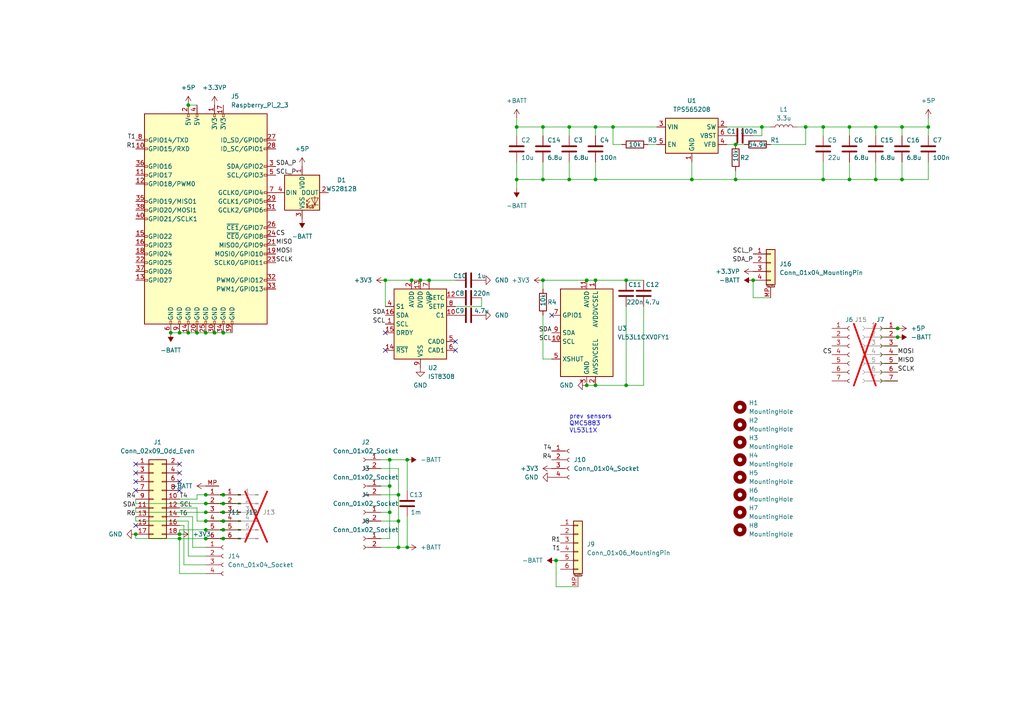
<source format=kicad_sch>
(kicad_sch (version 20230121) (generator eeschema)

  (uuid 3a3b28b8-4baa-48d9-88a9-5ea1b78d2d82)

  (paper "A4")

  (lib_symbols
    (symbol "Conn_01x06_Pin_1" (pin_names (offset 1.016) hide) (in_bom yes) (on_board yes)
      (property "Reference" "J11" (at -1.27 0 0)
        (effects (font (size 1.27 1.27)) (justify right))
      )
      (property "Value" "Conn_01x06_Pin" (at -1.27 -2.54 0)
        (effects (font (size 1.27 1.27)) (justify right) hide)
      )
      (property "Footprint" "Connector_FFC-FPC:TE_84952-6_1x06-1MP_P1.0mm_Horizontal" (at 0 0 0)
        (effects (font (size 1.27 1.27)) hide)
      )
      (property "Datasheet" "~" (at 0 0 0)
        (effects (font (size 1.27 1.27)) hide)
      )
      (property "ki_locked" "" (at 0 0 0)
        (effects (font (size 1.27 1.27)))
      )
      (property "ki_keywords" "connector" (at 0 0 0)
        (effects (font (size 1.27 1.27)) hide)
      )
      (property "ki_description" "Generic connector, single row, 01x06, script generated" (at 0 0 0)
        (effects (font (size 1.27 1.27)) hide)
      )
      (property "ki_fp_filters" "Connector*:*_1x??_*" (at 0 0 0)
        (effects (font (size 1.27 1.27)) hide)
      )
      (symbol "Conn_01x06_Pin_1_1_1"
        (polyline
          (pts
            (xy 1.27 -7.62)
            (xy 0.8636 -7.62)
          )
          (stroke (width 0.1524) (type default))
          (fill (type none))
        )
        (polyline
          (pts
            (xy 1.27 -5.08)
            (xy 0.8636 -5.08)
          )
          (stroke (width 0.1524) (type default))
          (fill (type none))
        )
        (polyline
          (pts
            (xy 1.27 -2.54)
            (xy 0.8636 -2.54)
          )
          (stroke (width 0.1524) (type default))
          (fill (type none))
        )
        (polyline
          (pts
            (xy 1.27 0)
            (xy 0.8636 0)
          )
          (stroke (width 0.1524) (type default))
          (fill (type none))
        )
        (polyline
          (pts
            (xy 1.27 2.54)
            (xy 0.8636 2.54)
          )
          (stroke (width 0.1524) (type default))
          (fill (type none))
        )
        (polyline
          (pts
            (xy 1.27 5.08)
            (xy 0.8636 5.08)
          )
          (stroke (width 0.1524) (type default))
          (fill (type none))
        )
        (rectangle (start 0.8636 -7.493) (end 0 -7.747)
          (stroke (width 0.1524) (type default))
          (fill (type outline))
        )
        (rectangle (start 0.8636 -4.953) (end 0 -5.207)
          (stroke (width 0.1524) (type default))
          (fill (type outline))
        )
        (rectangle (start 0.8636 -2.413) (end 0 -2.667)
          (stroke (width 0.1524) (type default))
          (fill (type outline))
        )
        (rectangle (start 0.8636 0.127) (end 0 -0.127)
          (stroke (width 0.1524) (type default))
          (fill (type outline))
        )
        (rectangle (start 0.8636 2.667) (end 0 2.413)
          (stroke (width 0.1524) (type default))
          (fill (type outline))
        )
        (rectangle (start 0.8636 5.207) (end 0 4.953)
          (stroke (width 0.1524) (type default))
          (fill (type outline))
        )
        (pin passive line (at 5.08 5.08 180) (length 3.81)
          (name "Pin_1" (effects (font (size 1.27 1.27))))
          (number "1" (effects (font (size 1.27 1.27))))
        )
        (pin passive line (at 5.08 2.54 180) (length 3.81)
          (name "Pin_2" (effects (font (size 1.27 1.27))))
          (number "2" (effects (font (size 1.27 1.27))))
        )
        (pin passive line (at 5.08 0 180) (length 3.81)
          (name "Pin_3" (effects (font (size 1.27 1.27))))
          (number "3" (effects (font (size 1.27 1.27))))
        )
        (pin passive line (at 5.08 -2.54 180) (length 3.81)
          (name "Pin_4" (effects (font (size 1.27 1.27))))
          (number "4" (effects (font (size 1.27 1.27))))
        )
        (pin passive line (at 5.08 -5.08 180) (length 3.81)
          (name "Pin_5" (effects (font (size 1.27 1.27))))
          (number "5" (effects (font (size 1.27 1.27))))
        )
        (pin passive line (at 5.08 -7.62 180) (length 3.81)
          (name "Pin_6" (effects (font (size 1.27 1.27))))
          (number "6" (effects (font (size 1.27 1.27))))
        )
        (pin passive line (at 5.08 7.62 180) (length 3.81)
          (name "h" (effects (font (size 1.27 1.27))))
          (number "MP" (effects (font (size 1.27 1.27))))
        )
      )
    )
    (symbol "Connector:Conn_01x02_Socket" (pin_names (offset 1.016) hide) (in_bom yes) (on_board yes)
      (property "Reference" "J" (at 0 2.54 0)
        (effects (font (size 1.27 1.27)))
      )
      (property "Value" "Conn_01x02_Socket" (at 0 -5.08 0)
        (effects (font (size 1.27 1.27)))
      )
      (property "Footprint" "" (at 0 0 0)
        (effects (font (size 1.27 1.27)) hide)
      )
      (property "Datasheet" "~" (at 0 0 0)
        (effects (font (size 1.27 1.27)) hide)
      )
      (property "ki_locked" "" (at 0 0 0)
        (effects (font (size 1.27 1.27)))
      )
      (property "ki_keywords" "connector" (at 0 0 0)
        (effects (font (size 1.27 1.27)) hide)
      )
      (property "ki_description" "Generic connector, single row, 01x02, script generated" (at 0 0 0)
        (effects (font (size 1.27 1.27)) hide)
      )
      (property "ki_fp_filters" "Connector*:*_1x??_*" (at 0 0 0)
        (effects (font (size 1.27 1.27)) hide)
      )
      (symbol "Conn_01x02_Socket_1_1"
        (arc (start 0 -2.032) (mid -0.5058 -2.54) (end 0 -3.048)
          (stroke (width 0.1524) (type default))
          (fill (type none))
        )
        (polyline
          (pts
            (xy -1.27 -2.54)
            (xy -0.508 -2.54)
          )
          (stroke (width 0.1524) (type default))
          (fill (type none))
        )
        (polyline
          (pts
            (xy -1.27 0)
            (xy -0.508 0)
          )
          (stroke (width 0.1524) (type default))
          (fill (type none))
        )
        (arc (start 0 0.508) (mid -0.5058 0) (end 0 -0.508)
          (stroke (width 0.1524) (type default))
          (fill (type none))
        )
        (pin passive line (at -5.08 0 0) (length 3.81)
          (name "Pin_1" (effects (font (size 1.27 1.27))))
          (number "1" (effects (font (size 1.27 1.27))))
        )
        (pin passive line (at -5.08 -2.54 0) (length 3.81)
          (name "Pin_2" (effects (font (size 1.27 1.27))))
          (number "2" (effects (font (size 1.27 1.27))))
        )
      )
    )
    (symbol "Connector:Conn_01x04_Socket" (pin_names (offset 1.016) hide) (in_bom yes) (on_board yes)
      (property "Reference" "J" (at 0 5.08 0)
        (effects (font (size 1.27 1.27)))
      )
      (property "Value" "Conn_01x04_Socket" (at 0 -7.62 0)
        (effects (font (size 1.27 1.27)))
      )
      (property "Footprint" "" (at 0 0 0)
        (effects (font (size 1.27 1.27)) hide)
      )
      (property "Datasheet" "~" (at 0 0 0)
        (effects (font (size 1.27 1.27)) hide)
      )
      (property "ki_locked" "" (at 0 0 0)
        (effects (font (size 1.27 1.27)))
      )
      (property "ki_keywords" "connector" (at 0 0 0)
        (effects (font (size 1.27 1.27)) hide)
      )
      (property "ki_description" "Generic connector, single row, 01x04, script generated" (at 0 0 0)
        (effects (font (size 1.27 1.27)) hide)
      )
      (property "ki_fp_filters" "Connector*:*_1x??_*" (at 0 0 0)
        (effects (font (size 1.27 1.27)) hide)
      )
      (symbol "Conn_01x04_Socket_1_1"
        (arc (start 0 -4.572) (mid -0.5058 -5.08) (end 0 -5.588)
          (stroke (width 0.1524) (type default))
          (fill (type none))
        )
        (arc (start 0 -2.032) (mid -0.5058 -2.54) (end 0 -3.048)
          (stroke (width 0.1524) (type default))
          (fill (type none))
        )
        (polyline
          (pts
            (xy -1.27 -5.08)
            (xy -0.508 -5.08)
          )
          (stroke (width 0.1524) (type default))
          (fill (type none))
        )
        (polyline
          (pts
            (xy -1.27 -2.54)
            (xy -0.508 -2.54)
          )
          (stroke (width 0.1524) (type default))
          (fill (type none))
        )
        (polyline
          (pts
            (xy -1.27 0)
            (xy -0.508 0)
          )
          (stroke (width 0.1524) (type default))
          (fill (type none))
        )
        (polyline
          (pts
            (xy -1.27 2.54)
            (xy -0.508 2.54)
          )
          (stroke (width 0.1524) (type default))
          (fill (type none))
        )
        (arc (start 0 0.508) (mid -0.5058 0) (end 0 -0.508)
          (stroke (width 0.1524) (type default))
          (fill (type none))
        )
        (arc (start 0 3.048) (mid -0.5058 2.54) (end 0 2.032)
          (stroke (width 0.1524) (type default))
          (fill (type none))
        )
        (pin passive line (at -5.08 2.54 0) (length 3.81)
          (name "Pin_1" (effects (font (size 1.27 1.27))))
          (number "1" (effects (font (size 1.27 1.27))))
        )
        (pin passive line (at -5.08 0 0) (length 3.81)
          (name "Pin_2" (effects (font (size 1.27 1.27))))
          (number "2" (effects (font (size 1.27 1.27))))
        )
        (pin passive line (at -5.08 -2.54 0) (length 3.81)
          (name "Pin_3" (effects (font (size 1.27 1.27))))
          (number "3" (effects (font (size 1.27 1.27))))
        )
        (pin passive line (at -5.08 -5.08 0) (length 3.81)
          (name "Pin_4" (effects (font (size 1.27 1.27))))
          (number "4" (effects (font (size 1.27 1.27))))
        )
      )
    )
    (symbol "Connector:Conn_01x06_Pin" (pin_names (offset 1.016) hide) (in_bom yes) (on_board yes)
      (property "Reference" "J" (at 0 7.62 0)
        (effects (font (size 1.27 1.27)))
      )
      (property "Value" "Conn_01x06_Pin" (at 0 -10.16 0)
        (effects (font (size 1.27 1.27)))
      )
      (property "Footprint" "" (at 0 0 0)
        (effects (font (size 1.27 1.27)) hide)
      )
      (property "Datasheet" "~" (at 0 0 0)
        (effects (font (size 1.27 1.27)) hide)
      )
      (property "ki_locked" "" (at 0 0 0)
        (effects (font (size 1.27 1.27)))
      )
      (property "ki_keywords" "connector" (at 0 0 0)
        (effects (font (size 1.27 1.27)) hide)
      )
      (property "ki_description" "Generic connector, single row, 01x06, script generated" (at 0 0 0)
        (effects (font (size 1.27 1.27)) hide)
      )
      (property "ki_fp_filters" "Connector*:*_1x??_*" (at 0 0 0)
        (effects (font (size 1.27 1.27)) hide)
      )
      (symbol "Conn_01x06_Pin_1_1"
        (polyline
          (pts
            (xy 1.27 -7.62)
            (xy 0.8636 -7.62)
          )
          (stroke (width 0.1524) (type default))
          (fill (type none))
        )
        (polyline
          (pts
            (xy 1.27 -5.08)
            (xy 0.8636 -5.08)
          )
          (stroke (width 0.1524) (type default))
          (fill (type none))
        )
        (polyline
          (pts
            (xy 1.27 -2.54)
            (xy 0.8636 -2.54)
          )
          (stroke (width 0.1524) (type default))
          (fill (type none))
        )
        (polyline
          (pts
            (xy 1.27 0)
            (xy 0.8636 0)
          )
          (stroke (width 0.1524) (type default))
          (fill (type none))
        )
        (polyline
          (pts
            (xy 1.27 2.54)
            (xy 0.8636 2.54)
          )
          (stroke (width 0.1524) (type default))
          (fill (type none))
        )
        (polyline
          (pts
            (xy 1.27 5.08)
            (xy 0.8636 5.08)
          )
          (stroke (width 0.1524) (type default))
          (fill (type none))
        )
        (rectangle (start 0.8636 -7.493) (end 0 -7.747)
          (stroke (width 0.1524) (type default))
          (fill (type outline))
        )
        (rectangle (start 0.8636 -4.953) (end 0 -5.207)
          (stroke (width 0.1524) (type default))
          (fill (type outline))
        )
        (rectangle (start 0.8636 -2.413) (end 0 -2.667)
          (stroke (width 0.1524) (type default))
          (fill (type outline))
        )
        (rectangle (start 0.8636 0.127) (end 0 -0.127)
          (stroke (width 0.1524) (type default))
          (fill (type outline))
        )
        (rectangle (start 0.8636 2.667) (end 0 2.413)
          (stroke (width 0.1524) (type default))
          (fill (type outline))
        )
        (rectangle (start 0.8636 5.207) (end 0 4.953)
          (stroke (width 0.1524) (type default))
          (fill (type outline))
        )
        (pin passive line (at 5.08 5.08 180) (length 3.81)
          (name "Pin_1" (effects (font (size 1.27 1.27))))
          (number "1" (effects (font (size 1.27 1.27))))
        )
        (pin passive line (at 5.08 2.54 180) (length 3.81)
          (name "Pin_2" (effects (font (size 1.27 1.27))))
          (number "2" (effects (font (size 1.27 1.27))))
        )
        (pin passive line (at 5.08 0 180) (length 3.81)
          (name "Pin_3" (effects (font (size 1.27 1.27))))
          (number "3" (effects (font (size 1.27 1.27))))
        )
        (pin passive line (at 5.08 -2.54 180) (length 3.81)
          (name "Pin_4" (effects (font (size 1.27 1.27))))
          (number "4" (effects (font (size 1.27 1.27))))
        )
        (pin passive line (at 5.08 -5.08 180) (length 3.81)
          (name "Pin_5" (effects (font (size 1.27 1.27))))
          (number "5" (effects (font (size 1.27 1.27))))
        )
        (pin passive line (at 5.08 -7.62 180) (length 3.81)
          (name "Pin_6" (effects (font (size 1.27 1.27))))
          (number "6" (effects (font (size 1.27 1.27))))
        )
      )
    )
    (symbol "Connector:Conn_01x07_Socket" (pin_names (offset 1.016) hide) (in_bom yes) (on_board yes)
      (property "Reference" "J" (at 0 10.16 0)
        (effects (font (size 1.27 1.27)))
      )
      (property "Value" "Conn_01x07_Socket" (at 0 -10.16 0)
        (effects (font (size 1.27 1.27)))
      )
      (property "Footprint" "" (at 0 0 0)
        (effects (font (size 1.27 1.27)) hide)
      )
      (property "Datasheet" "~" (at 0 0 0)
        (effects (font (size 1.27 1.27)) hide)
      )
      (property "ki_locked" "" (at 0 0 0)
        (effects (font (size 1.27 1.27)))
      )
      (property "ki_keywords" "connector" (at 0 0 0)
        (effects (font (size 1.27 1.27)) hide)
      )
      (property "ki_description" "Generic connector, single row, 01x07, script generated" (at 0 0 0)
        (effects (font (size 1.27 1.27)) hide)
      )
      (property "ki_fp_filters" "Connector*:*_1x??_*" (at 0 0 0)
        (effects (font (size 1.27 1.27)) hide)
      )
      (symbol "Conn_01x07_Socket_1_1"
        (arc (start 0 -7.112) (mid -0.5058 -7.62) (end 0 -8.128)
          (stroke (width 0.1524) (type default))
          (fill (type none))
        )
        (arc (start 0 -4.572) (mid -0.5058 -5.08) (end 0 -5.588)
          (stroke (width 0.1524) (type default))
          (fill (type none))
        )
        (arc (start 0 -2.032) (mid -0.5058 -2.54) (end 0 -3.048)
          (stroke (width 0.1524) (type default))
          (fill (type none))
        )
        (polyline
          (pts
            (xy -1.27 -7.62)
            (xy -0.508 -7.62)
          )
          (stroke (width 0.1524) (type default))
          (fill (type none))
        )
        (polyline
          (pts
            (xy -1.27 -5.08)
            (xy -0.508 -5.08)
          )
          (stroke (width 0.1524) (type default))
          (fill (type none))
        )
        (polyline
          (pts
            (xy -1.27 -2.54)
            (xy -0.508 -2.54)
          )
          (stroke (width 0.1524) (type default))
          (fill (type none))
        )
        (polyline
          (pts
            (xy -1.27 0)
            (xy -0.508 0)
          )
          (stroke (width 0.1524) (type default))
          (fill (type none))
        )
        (polyline
          (pts
            (xy -1.27 2.54)
            (xy -0.508 2.54)
          )
          (stroke (width 0.1524) (type default))
          (fill (type none))
        )
        (polyline
          (pts
            (xy -1.27 5.08)
            (xy -0.508 5.08)
          )
          (stroke (width 0.1524) (type default))
          (fill (type none))
        )
        (polyline
          (pts
            (xy -1.27 7.62)
            (xy -0.508 7.62)
          )
          (stroke (width 0.1524) (type default))
          (fill (type none))
        )
        (arc (start 0 0.508) (mid -0.5058 0) (end 0 -0.508)
          (stroke (width 0.1524) (type default))
          (fill (type none))
        )
        (arc (start 0 3.048) (mid -0.5058 2.54) (end 0 2.032)
          (stroke (width 0.1524) (type default))
          (fill (type none))
        )
        (arc (start 0 5.588) (mid -0.5058 5.08) (end 0 4.572)
          (stroke (width 0.1524) (type default))
          (fill (type none))
        )
        (arc (start 0 8.128) (mid -0.5058 7.62) (end 0 7.112)
          (stroke (width 0.1524) (type default))
          (fill (type none))
        )
        (pin passive line (at -5.08 7.62 0) (length 3.81)
          (name "Pin_1" (effects (font (size 1.27 1.27))))
          (number "1" (effects (font (size 1.27 1.27))))
        )
        (pin passive line (at -5.08 5.08 0) (length 3.81)
          (name "Pin_2" (effects (font (size 1.27 1.27))))
          (number "2" (effects (font (size 1.27 1.27))))
        )
        (pin passive line (at -5.08 2.54 0) (length 3.81)
          (name "Pin_3" (effects (font (size 1.27 1.27))))
          (number "3" (effects (font (size 1.27 1.27))))
        )
        (pin passive line (at -5.08 0 0) (length 3.81)
          (name "Pin_4" (effects (font (size 1.27 1.27))))
          (number "4" (effects (font (size 1.27 1.27))))
        )
        (pin passive line (at -5.08 -2.54 0) (length 3.81)
          (name "Pin_5" (effects (font (size 1.27 1.27))))
          (number "5" (effects (font (size 1.27 1.27))))
        )
        (pin passive line (at -5.08 -5.08 0) (length 3.81)
          (name "Pin_6" (effects (font (size 1.27 1.27))))
          (number "6" (effects (font (size 1.27 1.27))))
        )
        (pin passive line (at -5.08 -7.62 0) (length 3.81)
          (name "Pin_7" (effects (font (size 1.27 1.27))))
          (number "7" (effects (font (size 1.27 1.27))))
        )
      )
    )
    (symbol "Connector:Raspberry_Pi_2_3" (pin_names (offset 1.016)) (in_bom yes) (on_board yes)
      (property "Reference" "J" (at -17.78 31.75 0)
        (effects (font (size 1.27 1.27)) (justify left bottom))
      )
      (property "Value" "Raspberry_Pi_2_3" (at 10.16 -31.75 0)
        (effects (font (size 1.27 1.27)) (justify left top))
      )
      (property "Footprint" "" (at 0 0 0)
        (effects (font (size 1.27 1.27)) hide)
      )
      (property "Datasheet" "https://www.raspberrypi.org/documentation/hardware/raspberrypi/schematics/rpi_SCH_3bplus_1p0_reduced.pdf" (at 0 0 0)
        (effects (font (size 1.27 1.27)) hide)
      )
      (property "ki_keywords" "raspberrypi gpio" (at 0 0 0)
        (effects (font (size 1.27 1.27)) hide)
      )
      (property "ki_description" "expansion header for Raspberry Pi 2 & 3" (at 0 0 0)
        (effects (font (size 1.27 1.27)) hide)
      )
      (property "ki_fp_filters" "PinHeader*2x20*P2.54mm*Vertical* PinSocket*2x20*P2.54mm*Vertical*" (at 0 0 0)
        (effects (font (size 1.27 1.27)) hide)
      )
      (symbol "Raspberry_Pi_2_3_0_1"
        (rectangle (start -17.78 30.48) (end 17.78 -30.48)
          (stroke (width 0.254) (type default))
          (fill (type background))
        )
      )
      (symbol "Raspberry_Pi_2_3_1_1"
        (rectangle (start -16.891 -17.526) (end -17.78 -18.034)
          (stroke (width 0) (type default))
          (fill (type none))
        )
        (rectangle (start -16.891 -14.986) (end -17.78 -15.494)
          (stroke (width 0) (type default))
          (fill (type none))
        )
        (rectangle (start -16.891 -12.446) (end -17.78 -12.954)
          (stroke (width 0) (type default))
          (fill (type none))
        )
        (rectangle (start -16.891 -9.906) (end -17.78 -10.414)
          (stroke (width 0) (type default))
          (fill (type none))
        )
        (rectangle (start -16.891 -7.366) (end -17.78 -7.874)
          (stroke (width 0) (type default))
          (fill (type none))
        )
        (rectangle (start -16.891 -4.826) (end -17.78 -5.334)
          (stroke (width 0) (type default))
          (fill (type none))
        )
        (rectangle (start -16.891 0.254) (end -17.78 -0.254)
          (stroke (width 0) (type default))
          (fill (type none))
        )
        (rectangle (start -16.891 2.794) (end -17.78 2.286)
          (stroke (width 0) (type default))
          (fill (type none))
        )
        (rectangle (start -16.891 5.334) (end -17.78 4.826)
          (stroke (width 0) (type default))
          (fill (type none))
        )
        (rectangle (start -16.891 10.414) (end -17.78 9.906)
          (stroke (width 0) (type default))
          (fill (type none))
        )
        (rectangle (start -16.891 12.954) (end -17.78 12.446)
          (stroke (width 0) (type default))
          (fill (type none))
        )
        (rectangle (start -16.891 15.494) (end -17.78 14.986)
          (stroke (width 0) (type default))
          (fill (type none))
        )
        (rectangle (start -16.891 20.574) (end -17.78 20.066)
          (stroke (width 0) (type default))
          (fill (type none))
        )
        (rectangle (start -16.891 23.114) (end -17.78 22.606)
          (stroke (width 0) (type default))
          (fill (type none))
        )
        (rectangle (start -10.414 -29.591) (end -9.906 -30.48)
          (stroke (width 0) (type default))
          (fill (type none))
        )
        (rectangle (start -7.874 -29.591) (end -7.366 -30.48)
          (stroke (width 0) (type default))
          (fill (type none))
        )
        (rectangle (start -5.334 -29.591) (end -4.826 -30.48)
          (stroke (width 0) (type default))
          (fill (type none))
        )
        (rectangle (start -5.334 30.48) (end -4.826 29.591)
          (stroke (width 0) (type default))
          (fill (type none))
        )
        (rectangle (start -2.794 -29.591) (end -2.286 -30.48)
          (stroke (width 0) (type default))
          (fill (type none))
        )
        (rectangle (start -2.794 30.48) (end -2.286 29.591)
          (stroke (width 0) (type default))
          (fill (type none))
        )
        (rectangle (start -0.254 -29.591) (end 0.254 -30.48)
          (stroke (width 0) (type default))
          (fill (type none))
        )
        (rectangle (start 2.286 -29.591) (end 2.794 -30.48)
          (stroke (width 0) (type default))
          (fill (type none))
        )
        (rectangle (start 2.286 30.48) (end 2.794 29.591)
          (stroke (width 0) (type default))
          (fill (type none))
        )
        (rectangle (start 4.826 -29.591) (end 5.334 -30.48)
          (stroke (width 0) (type default))
          (fill (type none))
        )
        (rectangle (start 4.826 30.48) (end 5.334 29.591)
          (stroke (width 0) (type default))
          (fill (type none))
        )
        (rectangle (start 7.366 -29.591) (end 7.874 -30.48)
          (stroke (width 0) (type default))
          (fill (type none))
        )
        (rectangle (start 17.78 -20.066) (end 16.891 -20.574)
          (stroke (width 0) (type default))
          (fill (type none))
        )
        (rectangle (start 17.78 -17.526) (end 16.891 -18.034)
          (stroke (width 0) (type default))
          (fill (type none))
        )
        (rectangle (start 17.78 -12.446) (end 16.891 -12.954)
          (stroke (width 0) (type default))
          (fill (type none))
        )
        (rectangle (start 17.78 -9.906) (end 16.891 -10.414)
          (stroke (width 0) (type default))
          (fill (type none))
        )
        (rectangle (start 17.78 -7.366) (end 16.891 -7.874)
          (stroke (width 0) (type default))
          (fill (type none))
        )
        (rectangle (start 17.78 -4.826) (end 16.891 -5.334)
          (stroke (width 0) (type default))
          (fill (type none))
        )
        (rectangle (start 17.78 -2.286) (end 16.891 -2.794)
          (stroke (width 0) (type default))
          (fill (type none))
        )
        (rectangle (start 17.78 2.794) (end 16.891 2.286)
          (stroke (width 0) (type default))
          (fill (type none))
        )
        (rectangle (start 17.78 5.334) (end 16.891 4.826)
          (stroke (width 0) (type default))
          (fill (type none))
        )
        (rectangle (start 17.78 7.874) (end 16.891 7.366)
          (stroke (width 0) (type default))
          (fill (type none))
        )
        (rectangle (start 17.78 12.954) (end 16.891 12.446)
          (stroke (width 0) (type default))
          (fill (type none))
        )
        (rectangle (start 17.78 15.494) (end 16.891 14.986)
          (stroke (width 0) (type default))
          (fill (type none))
        )
        (rectangle (start 17.78 20.574) (end 16.891 20.066)
          (stroke (width 0) (type default))
          (fill (type none))
        )
        (rectangle (start 17.78 23.114) (end 16.891 22.606)
          (stroke (width 0) (type default))
          (fill (type none))
        )
        (pin power_in line (at 2.54 33.02 270) (length 2.54)
          (name "3V3" (effects (font (size 1.27 1.27))))
          (number "1" (effects (font (size 1.27 1.27))))
        )
        (pin bidirectional line (at -20.32 20.32 0) (length 2.54)
          (name "GPIO15/RXD" (effects (font (size 1.27 1.27))))
          (number "10" (effects (font (size 1.27 1.27))))
        )
        (pin bidirectional line (at -20.32 12.7 0) (length 2.54)
          (name "GPIO17" (effects (font (size 1.27 1.27))))
          (number "11" (effects (font (size 1.27 1.27))))
        )
        (pin bidirectional line (at -20.32 10.16 0) (length 2.54)
          (name "GPIO18/PWM0" (effects (font (size 1.27 1.27))))
          (number "12" (effects (font (size 1.27 1.27))))
        )
        (pin bidirectional line (at -20.32 -17.78 0) (length 2.54)
          (name "GPIO27" (effects (font (size 1.27 1.27))))
          (number "13" (effects (font (size 1.27 1.27))))
        )
        (pin power_in line (at -5.08 -33.02 90) (length 2.54)
          (name "GND" (effects (font (size 1.27 1.27))))
          (number "14" (effects (font (size 1.27 1.27))))
        )
        (pin bidirectional line (at -20.32 -5.08 0) (length 2.54)
          (name "GPIO22" (effects (font (size 1.27 1.27))))
          (number "15" (effects (font (size 1.27 1.27))))
        )
        (pin bidirectional line (at -20.32 -7.62 0) (length 2.54)
          (name "GPIO23" (effects (font (size 1.27 1.27))))
          (number "16" (effects (font (size 1.27 1.27))))
        )
        (pin power_in line (at 5.08 33.02 270) (length 2.54)
          (name "3V3" (effects (font (size 1.27 1.27))))
          (number "17" (effects (font (size 1.27 1.27))))
        )
        (pin bidirectional line (at -20.32 -10.16 0) (length 2.54)
          (name "GPIO24" (effects (font (size 1.27 1.27))))
          (number "18" (effects (font (size 1.27 1.27))))
        )
        (pin bidirectional line (at 20.32 -10.16 180) (length 2.54)
          (name "MOSI0/GPIO10" (effects (font (size 1.27 1.27))))
          (number "19" (effects (font (size 1.27 1.27))))
        )
        (pin power_in line (at -5.08 33.02 270) (length 2.54)
          (name "5V" (effects (font (size 1.27 1.27))))
          (number "2" (effects (font (size 1.27 1.27))))
        )
        (pin power_in line (at -2.54 -33.02 90) (length 2.54)
          (name "GND" (effects (font (size 1.27 1.27))))
          (number "20" (effects (font (size 1.27 1.27))))
        )
        (pin bidirectional line (at 20.32 -7.62 180) (length 2.54)
          (name "MISO0/GPIO9" (effects (font (size 1.27 1.27))))
          (number "21" (effects (font (size 1.27 1.27))))
        )
        (pin bidirectional line (at -20.32 -12.7 0) (length 2.54)
          (name "GPIO25" (effects (font (size 1.27 1.27))))
          (number "22" (effects (font (size 1.27 1.27))))
        )
        (pin bidirectional line (at 20.32 -12.7 180) (length 2.54)
          (name "SCLK0/GPIO11" (effects (font (size 1.27 1.27))))
          (number "23" (effects (font (size 1.27 1.27))))
        )
        (pin bidirectional line (at 20.32 -5.08 180) (length 2.54)
          (name "~{CE0}/GPIO8" (effects (font (size 1.27 1.27))))
          (number "24" (effects (font (size 1.27 1.27))))
        )
        (pin power_in line (at 0 -33.02 90) (length 2.54)
          (name "GND" (effects (font (size 1.27 1.27))))
          (number "25" (effects (font (size 1.27 1.27))))
        )
        (pin bidirectional line (at 20.32 -2.54 180) (length 2.54)
          (name "~{CE1}/GPIO7" (effects (font (size 1.27 1.27))))
          (number "26" (effects (font (size 1.27 1.27))))
        )
        (pin bidirectional line (at 20.32 22.86 180) (length 2.54)
          (name "ID_SD/GPIO0" (effects (font (size 1.27 1.27))))
          (number "27" (effects (font (size 1.27 1.27))))
        )
        (pin bidirectional line (at 20.32 20.32 180) (length 2.54)
          (name "ID_SC/GPIO1" (effects (font (size 1.27 1.27))))
          (number "28" (effects (font (size 1.27 1.27))))
        )
        (pin bidirectional line (at 20.32 5.08 180) (length 2.54)
          (name "GCLK1/GPIO5" (effects (font (size 1.27 1.27))))
          (number "29" (effects (font (size 1.27 1.27))))
        )
        (pin bidirectional line (at 20.32 15.24 180) (length 2.54)
          (name "SDA/GPIO2" (effects (font (size 1.27 1.27))))
          (number "3" (effects (font (size 1.27 1.27))))
        )
        (pin power_in line (at 2.54 -33.02 90) (length 2.54)
          (name "GND" (effects (font (size 1.27 1.27))))
          (number "30" (effects (font (size 1.27 1.27))))
        )
        (pin bidirectional line (at 20.32 2.54 180) (length 2.54)
          (name "GCLK2/GPIO6" (effects (font (size 1.27 1.27))))
          (number "31" (effects (font (size 1.27 1.27))))
        )
        (pin bidirectional line (at 20.32 -17.78 180) (length 2.54)
          (name "PWM0/GPIO12" (effects (font (size 1.27 1.27))))
          (number "32" (effects (font (size 1.27 1.27))))
        )
        (pin bidirectional line (at 20.32 -20.32 180) (length 2.54)
          (name "PWM1/GPIO13" (effects (font (size 1.27 1.27))))
          (number "33" (effects (font (size 1.27 1.27))))
        )
        (pin power_in line (at 5.08 -33.02 90) (length 2.54)
          (name "GND" (effects (font (size 1.27 1.27))))
          (number "34" (effects (font (size 1.27 1.27))))
        )
        (pin bidirectional line (at -20.32 5.08 0) (length 2.54)
          (name "GPIO19/MISO1" (effects (font (size 1.27 1.27))))
          (number "35" (effects (font (size 1.27 1.27))))
        )
        (pin bidirectional line (at -20.32 15.24 0) (length 2.54)
          (name "GPIO16" (effects (font (size 1.27 1.27))))
          (number "36" (effects (font (size 1.27 1.27))))
        )
        (pin bidirectional line (at -20.32 -15.24 0) (length 2.54)
          (name "GPIO26" (effects (font (size 1.27 1.27))))
          (number "37" (effects (font (size 1.27 1.27))))
        )
        (pin bidirectional line (at -20.32 2.54 0) (length 2.54)
          (name "GPIO20/MOSI1" (effects (font (size 1.27 1.27))))
          (number "38" (effects (font (size 1.27 1.27))))
        )
        (pin power_in line (at 7.62 -33.02 90) (length 2.54)
          (name "GND" (effects (font (size 1.27 1.27))))
          (number "39" (effects (font (size 1.27 1.27))))
        )
        (pin power_in line (at -2.54 33.02 270) (length 2.54)
          (name "5V" (effects (font (size 1.27 1.27))))
          (number "4" (effects (font (size 1.27 1.27))))
        )
        (pin bidirectional line (at -20.32 0 0) (length 2.54)
          (name "GPIO21/SCLK1" (effects (font (size 1.27 1.27))))
          (number "40" (effects (font (size 1.27 1.27))))
        )
        (pin bidirectional line (at 20.32 12.7 180) (length 2.54)
          (name "SCL/GPIO3" (effects (font (size 1.27 1.27))))
          (number "5" (effects (font (size 1.27 1.27))))
        )
        (pin power_in line (at -10.16 -33.02 90) (length 2.54)
          (name "GND" (effects (font (size 1.27 1.27))))
          (number "6" (effects (font (size 1.27 1.27))))
        )
        (pin bidirectional line (at 20.32 7.62 180) (length 2.54)
          (name "GCLK0/GPIO4" (effects (font (size 1.27 1.27))))
          (number "7" (effects (font (size 1.27 1.27))))
        )
        (pin bidirectional line (at -20.32 22.86 0) (length 2.54)
          (name "GPIO14/TXD" (effects (font (size 1.27 1.27))))
          (number "8" (effects (font (size 1.27 1.27))))
        )
        (pin power_in line (at -7.62 -33.02 90) (length 2.54)
          (name "GND" (effects (font (size 1.27 1.27))))
          (number "9" (effects (font (size 1.27 1.27))))
        )
      )
    )
    (symbol "Connector_Generic:Conn_02x09_Odd_Even" (pin_names (offset 1.016) hide) (in_bom yes) (on_board yes)
      (property "Reference" "J" (at 1.27 12.7 0)
        (effects (font (size 1.27 1.27)))
      )
      (property "Value" "Conn_02x09_Odd_Even" (at 1.27 -12.7 0)
        (effects (font (size 1.27 1.27)))
      )
      (property "Footprint" "" (at 0 0 0)
        (effects (font (size 1.27 1.27)) hide)
      )
      (property "Datasheet" "~" (at 0 0 0)
        (effects (font (size 1.27 1.27)) hide)
      )
      (property "ki_keywords" "connector" (at 0 0 0)
        (effects (font (size 1.27 1.27)) hide)
      )
      (property "ki_description" "Generic connector, double row, 02x09, odd/even pin numbering scheme (row 1 odd numbers, row 2 even numbers), script generated (kicad-library-utils/schlib/autogen/connector/)" (at 0 0 0)
        (effects (font (size 1.27 1.27)) hide)
      )
      (property "ki_fp_filters" "Connector*:*_2x??_*" (at 0 0 0)
        (effects (font (size 1.27 1.27)) hide)
      )
      (symbol "Conn_02x09_Odd_Even_1_1"
        (rectangle (start -1.27 -10.033) (end 0 -10.287)
          (stroke (width 0.1524) (type default))
          (fill (type none))
        )
        (rectangle (start -1.27 -7.493) (end 0 -7.747)
          (stroke (width 0.1524) (type default))
          (fill (type none))
        )
        (rectangle (start -1.27 -4.953) (end 0 -5.207)
          (stroke (width 0.1524) (type default))
          (fill (type none))
        )
        (rectangle (start -1.27 -2.413) (end 0 -2.667)
          (stroke (width 0.1524) (type default))
          (fill (type none))
        )
        (rectangle (start -1.27 0.127) (end 0 -0.127)
          (stroke (width 0.1524) (type default))
          (fill (type none))
        )
        (rectangle (start -1.27 2.667) (end 0 2.413)
          (stroke (width 0.1524) (type default))
          (fill (type none))
        )
        (rectangle (start -1.27 5.207) (end 0 4.953)
          (stroke (width 0.1524) (type default))
          (fill (type none))
        )
        (rectangle (start -1.27 7.747) (end 0 7.493)
          (stroke (width 0.1524) (type default))
          (fill (type none))
        )
        (rectangle (start -1.27 10.287) (end 0 10.033)
          (stroke (width 0.1524) (type default))
          (fill (type none))
        )
        (rectangle (start -1.27 11.43) (end 3.81 -11.43)
          (stroke (width 0.254) (type default))
          (fill (type background))
        )
        (rectangle (start 3.81 -10.033) (end 2.54 -10.287)
          (stroke (width 0.1524) (type default))
          (fill (type none))
        )
        (rectangle (start 3.81 -7.493) (end 2.54 -7.747)
          (stroke (width 0.1524) (type default))
          (fill (type none))
        )
        (rectangle (start 3.81 -4.953) (end 2.54 -5.207)
          (stroke (width 0.1524) (type default))
          (fill (type none))
        )
        (rectangle (start 3.81 -2.413) (end 2.54 -2.667)
          (stroke (width 0.1524) (type default))
          (fill (type none))
        )
        (rectangle (start 3.81 0.127) (end 2.54 -0.127)
          (stroke (width 0.1524) (type default))
          (fill (type none))
        )
        (rectangle (start 3.81 2.667) (end 2.54 2.413)
          (stroke (width 0.1524) (type default))
          (fill (type none))
        )
        (rectangle (start 3.81 5.207) (end 2.54 4.953)
          (stroke (width 0.1524) (type default))
          (fill (type none))
        )
        (rectangle (start 3.81 7.747) (end 2.54 7.493)
          (stroke (width 0.1524) (type default))
          (fill (type none))
        )
        (rectangle (start 3.81 10.287) (end 2.54 10.033)
          (stroke (width 0.1524) (type default))
          (fill (type none))
        )
        (pin passive line (at -5.08 10.16 0) (length 3.81)
          (name "Pin_1" (effects (font (size 1.27 1.27))))
          (number "1" (effects (font (size 1.27 1.27))))
        )
        (pin passive line (at 7.62 0 180) (length 3.81)
          (name "Pin_10" (effects (font (size 1.27 1.27))))
          (number "10" (effects (font (size 1.27 1.27))))
        )
        (pin passive line (at -5.08 -2.54 0) (length 3.81)
          (name "Pin_11" (effects (font (size 1.27 1.27))))
          (number "11" (effects (font (size 1.27 1.27))))
        )
        (pin passive line (at 7.62 -2.54 180) (length 3.81)
          (name "Pin_12" (effects (font (size 1.27 1.27))))
          (number "12" (effects (font (size 1.27 1.27))))
        )
        (pin passive line (at -5.08 -5.08 0) (length 3.81)
          (name "Pin_13" (effects (font (size 1.27 1.27))))
          (number "13" (effects (font (size 1.27 1.27))))
        )
        (pin passive line (at 7.62 -5.08 180) (length 3.81)
          (name "Pin_14" (effects (font (size 1.27 1.27))))
          (number "14" (effects (font (size 1.27 1.27))))
        )
        (pin passive line (at -5.08 -7.62 0) (length 3.81)
          (name "Pin_15" (effects (font (size 1.27 1.27))))
          (number "15" (effects (font (size 1.27 1.27))))
        )
        (pin passive line (at 7.62 -7.62 180) (length 3.81)
          (name "Pin_16" (effects (font (size 1.27 1.27))))
          (number "16" (effects (font (size 1.27 1.27))))
        )
        (pin passive line (at -5.08 -10.16 0) (length 3.81)
          (name "Pin_17" (effects (font (size 1.27 1.27))))
          (number "17" (effects (font (size 1.27 1.27))))
        )
        (pin passive line (at 7.62 -10.16 180) (length 3.81)
          (name "Pin_18" (effects (font (size 1.27 1.27))))
          (number "18" (effects (font (size 1.27 1.27))))
        )
        (pin passive line (at 7.62 10.16 180) (length 3.81)
          (name "Pin_2" (effects (font (size 1.27 1.27))))
          (number "2" (effects (font (size 1.27 1.27))))
        )
        (pin passive line (at -5.08 7.62 0) (length 3.81)
          (name "Pin_3" (effects (font (size 1.27 1.27))))
          (number "3" (effects (font (size 1.27 1.27))))
        )
        (pin passive line (at 7.62 7.62 180) (length 3.81)
          (name "Pin_4" (effects (font (size 1.27 1.27))))
          (number "4" (effects (font (size 1.27 1.27))))
        )
        (pin passive line (at -5.08 5.08 0) (length 3.81)
          (name "Pin_5" (effects (font (size 1.27 1.27))))
          (number "5" (effects (font (size 1.27 1.27))))
        )
        (pin passive line (at 7.62 5.08 180) (length 3.81)
          (name "Pin_6" (effects (font (size 1.27 1.27))))
          (number "6" (effects (font (size 1.27 1.27))))
        )
        (pin passive line (at -5.08 2.54 0) (length 3.81)
          (name "Pin_7" (effects (font (size 1.27 1.27))))
          (number "7" (effects (font (size 1.27 1.27))))
        )
        (pin passive line (at 7.62 2.54 180) (length 3.81)
          (name "Pin_8" (effects (font (size 1.27 1.27))))
          (number "8" (effects (font (size 1.27 1.27))))
        )
        (pin passive line (at -5.08 0 0) (length 3.81)
          (name "Pin_9" (effects (font (size 1.27 1.27))))
          (number "9" (effects (font (size 1.27 1.27))))
        )
      )
    )
    (symbol "Connector_Generic_MountingPin:Conn_01x04_MountingPin" (pin_names (offset 1.016) hide) (in_bom yes) (on_board yes)
      (property "Reference" "J" (at 0 5.08 0)
        (effects (font (size 1.27 1.27)))
      )
      (property "Value" "Conn_01x04_MountingPin" (at 1.27 -7.62 0)
        (effects (font (size 1.27 1.27)) (justify left))
      )
      (property "Footprint" "" (at 0 0 0)
        (effects (font (size 1.27 1.27)) hide)
      )
      (property "Datasheet" "~" (at 0 0 0)
        (effects (font (size 1.27 1.27)) hide)
      )
      (property "ki_keywords" "connector" (at 0 0 0)
        (effects (font (size 1.27 1.27)) hide)
      )
      (property "ki_description" "Generic connectable mounting pin connector, single row, 01x04, script generated (kicad-library-utils/schlib/autogen/connector/)" (at 0 0 0)
        (effects (font (size 1.27 1.27)) hide)
      )
      (property "ki_fp_filters" "Connector*:*_1x??-1MP*" (at 0 0 0)
        (effects (font (size 1.27 1.27)) hide)
      )
      (symbol "Conn_01x04_MountingPin_1_1"
        (rectangle (start -1.27 -4.953) (end 0 -5.207)
          (stroke (width 0.1524) (type default))
          (fill (type none))
        )
        (rectangle (start -1.27 -2.413) (end 0 -2.667)
          (stroke (width 0.1524) (type default))
          (fill (type none))
        )
        (rectangle (start -1.27 0.127) (end 0 -0.127)
          (stroke (width 0.1524) (type default))
          (fill (type none))
        )
        (rectangle (start -1.27 2.667) (end 0 2.413)
          (stroke (width 0.1524) (type default))
          (fill (type none))
        )
        (rectangle (start -1.27 3.81) (end 1.27 -6.35)
          (stroke (width 0.254) (type default))
          (fill (type background))
        )
        (polyline
          (pts
            (xy -1.016 -7.112)
            (xy 1.016 -7.112)
          )
          (stroke (width 0.1524) (type default))
          (fill (type none))
        )
        (text "Mounting" (at 0 -6.731 0)
          (effects (font (size 0.381 0.381)))
        )
        (pin passive line (at -5.08 2.54 0) (length 3.81)
          (name "Pin_1" (effects (font (size 1.27 1.27))))
          (number "1" (effects (font (size 1.27 1.27))))
        )
        (pin passive line (at -5.08 0 0) (length 3.81)
          (name "Pin_2" (effects (font (size 1.27 1.27))))
          (number "2" (effects (font (size 1.27 1.27))))
        )
        (pin passive line (at -5.08 -2.54 0) (length 3.81)
          (name "Pin_3" (effects (font (size 1.27 1.27))))
          (number "3" (effects (font (size 1.27 1.27))))
        )
        (pin passive line (at -5.08 -5.08 0) (length 3.81)
          (name "Pin_4" (effects (font (size 1.27 1.27))))
          (number "4" (effects (font (size 1.27 1.27))))
        )
        (pin passive line (at 0 -10.16 90) (length 3.048)
          (name "MountPin" (effects (font (size 1.27 1.27))))
          (number "MP" (effects (font (size 1.27 1.27))))
        )
      )
    )
    (symbol "Connector_Generic_MountingPin:Conn_01x06_MountingPin" (pin_names (offset 1.016) hide) (in_bom yes) (on_board yes)
      (property "Reference" "J" (at 0 7.62 0)
        (effects (font (size 1.27 1.27)))
      )
      (property "Value" "Conn_01x06_MountingPin" (at 1.27 -10.16 0)
        (effects (font (size 1.27 1.27)) (justify left))
      )
      (property "Footprint" "" (at 0 0 0)
        (effects (font (size 1.27 1.27)) hide)
      )
      (property "Datasheet" "~" (at 0 0 0)
        (effects (font (size 1.27 1.27)) hide)
      )
      (property "ki_keywords" "connector" (at 0 0 0)
        (effects (font (size 1.27 1.27)) hide)
      )
      (property "ki_description" "Generic connectable mounting pin connector, single row, 01x06, script generated (kicad-library-utils/schlib/autogen/connector/)" (at 0 0 0)
        (effects (font (size 1.27 1.27)) hide)
      )
      (property "ki_fp_filters" "Connector*:*_1x??-1MP*" (at 0 0 0)
        (effects (font (size 1.27 1.27)) hide)
      )
      (symbol "Conn_01x06_MountingPin_1_1"
        (rectangle (start -1.27 -7.493) (end 0 -7.747)
          (stroke (width 0.1524) (type default))
          (fill (type none))
        )
        (rectangle (start -1.27 -4.953) (end 0 -5.207)
          (stroke (width 0.1524) (type default))
          (fill (type none))
        )
        (rectangle (start -1.27 -2.413) (end 0 -2.667)
          (stroke (width 0.1524) (type default))
          (fill (type none))
        )
        (rectangle (start -1.27 0.127) (end 0 -0.127)
          (stroke (width 0.1524) (type default))
          (fill (type none))
        )
        (rectangle (start -1.27 2.667) (end 0 2.413)
          (stroke (width 0.1524) (type default))
          (fill (type none))
        )
        (rectangle (start -1.27 5.207) (end 0 4.953)
          (stroke (width 0.1524) (type default))
          (fill (type none))
        )
        (rectangle (start -1.27 6.35) (end 1.27 -8.89)
          (stroke (width 0.254) (type default))
          (fill (type background))
        )
        (polyline
          (pts
            (xy -1.016 -9.652)
            (xy 1.016 -9.652)
          )
          (stroke (width 0.1524) (type default))
          (fill (type none))
        )
        (text "Mounting" (at 0 -9.271 0)
          (effects (font (size 0.381 0.381)))
        )
        (pin passive line (at -5.08 5.08 0) (length 3.81)
          (name "Pin_1" (effects (font (size 1.27 1.27))))
          (number "1" (effects (font (size 1.27 1.27))))
        )
        (pin passive line (at -5.08 2.54 0) (length 3.81)
          (name "Pin_2" (effects (font (size 1.27 1.27))))
          (number "2" (effects (font (size 1.27 1.27))))
        )
        (pin passive line (at -5.08 0 0) (length 3.81)
          (name "Pin_3" (effects (font (size 1.27 1.27))))
          (number "3" (effects (font (size 1.27 1.27))))
        )
        (pin passive line (at -5.08 -2.54 0) (length 3.81)
          (name "Pin_4" (effects (font (size 1.27 1.27))))
          (number "4" (effects (font (size 1.27 1.27))))
        )
        (pin passive line (at -5.08 -5.08 0) (length 3.81)
          (name "Pin_5" (effects (font (size 1.27 1.27))))
          (number "5" (effects (font (size 1.27 1.27))))
        )
        (pin passive line (at -5.08 -7.62 0) (length 3.81)
          (name "Pin_6" (effects (font (size 1.27 1.27))))
          (number "6" (effects (font (size 1.27 1.27))))
        )
        (pin passive line (at 0 -12.7 90) (length 3.048)
          (name "MountPin" (effects (font (size 1.27 1.27))))
          (number "MP" (effects (font (size 1.27 1.27))))
        )
      )
    )
    (symbol "Device:C" (pin_numbers hide) (pin_names (offset 0.254)) (in_bom yes) (on_board yes)
      (property "Reference" "C" (at 0.635 2.54 0)
        (effects (font (size 1.27 1.27)) (justify left))
      )
      (property "Value" "C" (at 0.635 -2.54 0)
        (effects (font (size 1.27 1.27)) (justify left))
      )
      (property "Footprint" "" (at 0.9652 -3.81 0)
        (effects (font (size 1.27 1.27)) hide)
      )
      (property "Datasheet" "~" (at 0 0 0)
        (effects (font (size 1.27 1.27)) hide)
      )
      (property "ki_keywords" "cap capacitor" (at 0 0 0)
        (effects (font (size 1.27 1.27)) hide)
      )
      (property "ki_description" "Unpolarized capacitor" (at 0 0 0)
        (effects (font (size 1.27 1.27)) hide)
      )
      (property "ki_fp_filters" "C_*" (at 0 0 0)
        (effects (font (size 1.27 1.27)) hide)
      )
      (symbol "C_0_1"
        (polyline
          (pts
            (xy -2.032 -0.762)
            (xy 2.032 -0.762)
          )
          (stroke (width 0.508) (type default))
          (fill (type none))
        )
        (polyline
          (pts
            (xy -2.032 0.762)
            (xy 2.032 0.762)
          )
          (stroke (width 0.508) (type default))
          (fill (type none))
        )
      )
      (symbol "C_1_1"
        (pin passive line (at 0 3.81 270) (length 2.794)
          (name "~" (effects (font (size 1.27 1.27))))
          (number "1" (effects (font (size 1.27 1.27))))
        )
        (pin passive line (at 0 -3.81 90) (length 2.794)
          (name "~" (effects (font (size 1.27 1.27))))
          (number "2" (effects (font (size 1.27 1.27))))
        )
      )
    )
    (symbol "Device:L" (pin_numbers hide) (pin_names (offset 1.016) hide) (in_bom yes) (on_board yes)
      (property "Reference" "L" (at -1.27 0 90)
        (effects (font (size 1.27 1.27)))
      )
      (property "Value" "L" (at 1.905 0 90)
        (effects (font (size 1.27 1.27)))
      )
      (property "Footprint" "" (at 0 0 0)
        (effects (font (size 1.27 1.27)) hide)
      )
      (property "Datasheet" "~" (at 0 0 0)
        (effects (font (size 1.27 1.27)) hide)
      )
      (property "ki_keywords" "inductor choke coil reactor magnetic" (at 0 0 0)
        (effects (font (size 1.27 1.27)) hide)
      )
      (property "ki_description" "Inductor" (at 0 0 0)
        (effects (font (size 1.27 1.27)) hide)
      )
      (property "ki_fp_filters" "Choke_* *Coil* Inductor_* L_*" (at 0 0 0)
        (effects (font (size 1.27 1.27)) hide)
      )
      (symbol "L_0_1"
        (arc (start 0 -2.54) (mid 0.6323 -1.905) (end 0 -1.27)
          (stroke (width 0) (type default))
          (fill (type none))
        )
        (arc (start 0 -1.27) (mid 0.6323 -0.635) (end 0 0)
          (stroke (width 0) (type default))
          (fill (type none))
        )
        (arc (start 0 0) (mid 0.6323 0.635) (end 0 1.27)
          (stroke (width 0) (type default))
          (fill (type none))
        )
        (arc (start 0 1.27) (mid 0.6323 1.905) (end 0 2.54)
          (stroke (width 0) (type default))
          (fill (type none))
        )
      )
      (symbol "L_1_1"
        (pin passive line (at 0 3.81 270) (length 1.27)
          (name "1" (effects (font (size 1.27 1.27))))
          (number "1" (effects (font (size 1.27 1.27))))
        )
        (pin passive line (at 0 -3.81 90) (length 1.27)
          (name "2" (effects (font (size 1.27 1.27))))
          (number "2" (effects (font (size 1.27 1.27))))
        )
      )
    )
    (symbol "Device:R" (pin_numbers hide) (pin_names (offset 0)) (in_bom yes) (on_board yes)
      (property "Reference" "R" (at 2.032 0 90)
        (effects (font (size 1.27 1.27)))
      )
      (property "Value" "R" (at 0 0 90)
        (effects (font (size 1.27 1.27)))
      )
      (property "Footprint" "" (at -1.778 0 90)
        (effects (font (size 1.27 1.27)) hide)
      )
      (property "Datasheet" "~" (at 0 0 0)
        (effects (font (size 1.27 1.27)) hide)
      )
      (property "ki_keywords" "R res resistor" (at 0 0 0)
        (effects (font (size 1.27 1.27)) hide)
      )
      (property "ki_description" "Resistor" (at 0 0 0)
        (effects (font (size 1.27 1.27)) hide)
      )
      (property "ki_fp_filters" "R_*" (at 0 0 0)
        (effects (font (size 1.27 1.27)) hide)
      )
      (symbol "R_0_1"
        (rectangle (start -1.016 -2.54) (end 1.016 2.54)
          (stroke (width 0.254) (type default))
          (fill (type none))
        )
      )
      (symbol "R_1_1"
        (pin passive line (at 0 3.81 270) (length 1.27)
          (name "~" (effects (font (size 1.27 1.27))))
          (number "1" (effects (font (size 1.27 1.27))))
        )
        (pin passive line (at 0 -3.81 90) (length 1.27)
          (name "~" (effects (font (size 1.27 1.27))))
          (number "2" (effects (font (size 1.27 1.27))))
        )
      )
    )
    (symbol "LED:WS2812B" (pin_names (offset 0.254)) (in_bom yes) (on_board yes)
      (property "Reference" "D" (at 5.08 5.715 0)
        (effects (font (size 1.27 1.27)) (justify right bottom))
      )
      (property "Value" "WS2812B" (at 1.27 -5.715 0)
        (effects (font (size 1.27 1.27)) (justify left top))
      )
      (property "Footprint" "LED_SMD:LED_WS2812B_PLCC4_5.0x5.0mm_P3.2mm" (at 1.27 -7.62 0)
        (effects (font (size 1.27 1.27)) (justify left top) hide)
      )
      (property "Datasheet" "https://cdn-shop.adafruit.com/datasheets/WS2812B.pdf" (at 2.54 -9.525 0)
        (effects (font (size 1.27 1.27)) (justify left top) hide)
      )
      (property "ki_keywords" "RGB LED NeoPixel addressable" (at 0 0 0)
        (effects (font (size 1.27 1.27)) hide)
      )
      (property "ki_description" "RGB LED with integrated controller" (at 0 0 0)
        (effects (font (size 1.27 1.27)) hide)
      )
      (property "ki_fp_filters" "LED*WS2812*PLCC*5.0x5.0mm*P3.2mm*" (at 0 0 0)
        (effects (font (size 1.27 1.27)) hide)
      )
      (symbol "WS2812B_0_0"
        (text "RGB" (at 2.286 -4.191 0)
          (effects (font (size 0.762 0.762)))
        )
      )
      (symbol "WS2812B_0_1"
        (polyline
          (pts
            (xy 1.27 -3.556)
            (xy 1.778 -3.556)
          )
          (stroke (width 0) (type default))
          (fill (type none))
        )
        (polyline
          (pts
            (xy 1.27 -2.54)
            (xy 1.778 -2.54)
          )
          (stroke (width 0) (type default))
          (fill (type none))
        )
        (polyline
          (pts
            (xy 4.699 -3.556)
            (xy 2.667 -3.556)
          )
          (stroke (width 0) (type default))
          (fill (type none))
        )
        (polyline
          (pts
            (xy 2.286 -2.54)
            (xy 1.27 -3.556)
            (xy 1.27 -3.048)
          )
          (stroke (width 0) (type default))
          (fill (type none))
        )
        (polyline
          (pts
            (xy 2.286 -1.524)
            (xy 1.27 -2.54)
            (xy 1.27 -2.032)
          )
          (stroke (width 0) (type default))
          (fill (type none))
        )
        (polyline
          (pts
            (xy 3.683 -1.016)
            (xy 3.683 -3.556)
            (xy 3.683 -4.064)
          )
          (stroke (width 0) (type default))
          (fill (type none))
        )
        (polyline
          (pts
            (xy 4.699 -1.524)
            (xy 2.667 -1.524)
            (xy 3.683 -3.556)
            (xy 4.699 -1.524)
          )
          (stroke (width 0) (type default))
          (fill (type none))
        )
        (rectangle (start 5.08 5.08) (end -5.08 -5.08)
          (stroke (width 0.254) (type default))
          (fill (type background))
        )
      )
      (symbol "WS2812B_1_1"
        (pin power_in line (at 0 7.62 270) (length 2.54)
          (name "VDD" (effects (font (size 1.27 1.27))))
          (number "1" (effects (font (size 1.27 1.27))))
        )
        (pin output line (at 7.62 0 180) (length 2.54)
          (name "DOUT" (effects (font (size 1.27 1.27))))
          (number "2" (effects (font (size 1.27 1.27))))
        )
        (pin power_in line (at 0 -7.62 90) (length 2.54)
          (name "VSS" (effects (font (size 1.27 1.27))))
          (number "3" (effects (font (size 1.27 1.27))))
        )
        (pin input line (at -7.62 0 0) (length 2.54)
          (name "DIN" (effects (font (size 1.27 1.27))))
          (number "4" (effects (font (size 1.27 1.27))))
        )
      )
    )
    (symbol "Mechanical:MountingHole" (pin_names (offset 1.016)) (in_bom yes) (on_board yes)
      (property "Reference" "H" (at 0 5.08 0)
        (effects (font (size 1.27 1.27)))
      )
      (property "Value" "MountingHole" (at 0 3.175 0)
        (effects (font (size 1.27 1.27)))
      )
      (property "Footprint" "" (at 0 0 0)
        (effects (font (size 1.27 1.27)) hide)
      )
      (property "Datasheet" "~" (at 0 0 0)
        (effects (font (size 1.27 1.27)) hide)
      )
      (property "ki_keywords" "mounting hole" (at 0 0 0)
        (effects (font (size 1.27 1.27)) hide)
      )
      (property "ki_description" "Mounting Hole without connection" (at 0 0 0)
        (effects (font (size 1.27 1.27)) hide)
      )
      (property "ki_fp_filters" "MountingHole*" (at 0 0 0)
        (effects (font (size 1.27 1.27)) hide)
      )
      (symbol "MountingHole_0_1"
        (circle (center 0 0) (radius 1.27)
          (stroke (width 1.27) (type default))
          (fill (type none))
        )
      )
    )
    (symbol "Regulator_Switching:TPS565208" (in_bom yes) (on_board yes)
      (property "Reference" "U" (at -7.62 6.35 0)
        (effects (font (size 1.27 1.27)) (justify left))
      )
      (property "Value" "TPS565208" (at -2.54 6.35 0)
        (effects (font (size 1.27 1.27)) (justify left))
      )
      (property "Footprint" "Package_TO_SOT_SMD:SOT-23-6" (at 1.27 -6.35 0)
        (effects (font (size 1.27 1.27)) (justify left) hide)
      )
      (property "Datasheet" "http://www.ti.com/lit/ds/symlink/tps565208.pdf" (at 0 0 0)
        (effects (font (size 1.27 1.27)) hide)
      )
      (property "ki_keywords" "step-down dcdc voltage regulator" (at 0 0 0)
        (effects (font (size 1.27 1.27)) hide)
      )
      (property "ki_description" "5A Synchronous Step-Down Voltage Regulator, Adjustable Output Voltage, 4.5-17V Input Voltage, SOT-23-6" (at 0 0 0)
        (effects (font (size 1.27 1.27)) hide)
      )
      (property "ki_fp_filters" "SOT?23*" (at 0 0 0)
        (effects (font (size 1.27 1.27)) hide)
      )
      (symbol "TPS565208_0_1"
        (rectangle (start -7.62 5.08) (end 7.62 -5.08)
          (stroke (width 0.254) (type default))
          (fill (type background))
        )
      )
      (symbol "TPS565208_1_1"
        (pin power_in line (at 0 -7.62 90) (length 2.54)
          (name "GND" (effects (font (size 1.27 1.27))))
          (number "1" (effects (font (size 1.27 1.27))))
        )
        (pin output line (at 10.16 2.54 180) (length 2.54)
          (name "SW" (effects (font (size 1.27 1.27))))
          (number "2" (effects (font (size 1.27 1.27))))
        )
        (pin power_in line (at -10.16 2.54 0) (length 2.54)
          (name "VIN" (effects (font (size 1.27 1.27))))
          (number "3" (effects (font (size 1.27 1.27))))
        )
        (pin input line (at 10.16 -2.54 180) (length 2.54)
          (name "VFB" (effects (font (size 1.27 1.27))))
          (number "4" (effects (font (size 1.27 1.27))))
        )
        (pin input line (at -10.16 -2.54 0) (length 2.54)
          (name "EN" (effects (font (size 1.27 1.27))))
          (number "5" (effects (font (size 1.27 1.27))))
        )
        (pin passive line (at 10.16 0 180) (length 2.54)
          (name "VBST" (effects (font (size 1.27 1.27))))
          (number "6" (effects (font (size 1.27 1.27))))
        )
      )
    )
    (symbol "Sensor_Distance:VL53L1CXV0FY1" (in_bom yes) (on_board yes)
      (property "Reference" "U" (at -6.35 13.97 0)
        (effects (font (size 1.27 1.27)))
      )
      (property "Value" "VL53L1CXV0FY1" (at 12.065 13.97 0)
        (effects (font (size 1.27 1.27)))
      )
      (property "Footprint" "Sensor_Distance:ST_VL53L1x" (at 17.145 -13.97 0)
        (effects (font (size 1.27 1.27)) hide)
      )
      (property "Datasheet" "https://www.st.com/resource/en/datasheet/vl53l1x.pdf" (at 2.54 0 0)
        (effects (font (size 1.27 1.27)) hide)
      )
      (property "ki_keywords" "VL53L1x ToF" (at 0 0 0)
        (effects (font (size 1.27 1.27)) hide)
      )
      (property "ki_description" "4m distance ranging ToF sensor" (at 0 0 0)
        (effects (font (size 1.27 1.27)) hide)
      )
      (property "ki_fp_filters" "ST*VL53L1x*" (at 0 0 0)
        (effects (font (size 1.27 1.27)) hide)
      )
      (symbol "VL53L1CXV0FY1_0_1"
        (rectangle (start -7.62 12.7) (end 7.62 -12.7)
          (stroke (width 0.254) (type default))
          (fill (type background))
        )
      )
      (symbol "VL53L1CXV0FY1_1_1"
        (pin power_in line (at 2.54 15.24 270) (length 2.54)
          (name "AVDDVCSEL" (effects (font (size 1.27 1.27))))
          (number "1" (effects (font (size 1.27 1.27))))
        )
        (pin input line (at -10.16 -2.54 0) (length 2.54)
          (name "SCL" (effects (font (size 1.27 1.27))))
          (number "10" (effects (font (size 1.27 1.27))))
        )
        (pin power_in line (at 0 15.24 270) (length 2.54)
          (name "AVDD" (effects (font (size 1.27 1.27))))
          (number "11" (effects (font (size 1.27 1.27))))
        )
        (pin passive line (at 0 -15.24 90) (length 2.54) hide
          (name "GND" (effects (font (size 1.27 1.27))))
          (number "12" (effects (font (size 1.27 1.27))))
        )
        (pin power_in line (at 2.54 -15.24 90) (length 2.54)
          (name "AVSSVCSEL" (effects (font (size 1.27 1.27))))
          (number "2" (effects (font (size 1.27 1.27))))
        )
        (pin power_in line (at 0 -15.24 90) (length 2.54)
          (name "GND" (effects (font (size 1.27 1.27))))
          (number "3" (effects (font (size 1.27 1.27))))
        )
        (pin passive line (at 0 -15.24 90) (length 2.54) hide
          (name "GND" (effects (font (size 1.27 1.27))))
          (number "4" (effects (font (size 1.27 1.27))))
        )
        (pin input line (at -10.16 -7.62 0) (length 2.54)
          (name "XSHUT" (effects (font (size 1.27 1.27))))
          (number "5" (effects (font (size 1.27 1.27))))
        )
        (pin passive line (at 0 -15.24 90) (length 2.54) hide
          (name "GND" (effects (font (size 1.27 1.27))))
          (number "6" (effects (font (size 1.27 1.27))))
        )
        (pin open_collector line (at -10.16 5.08 0) (length 2.54)
          (name "GPIO1" (effects (font (size 1.27 1.27))))
          (number "7" (effects (font (size 1.27 1.27))))
        )
        (pin no_connect line (at -7.62 7.62 0) (length 2.54) hide
          (name "DNC" (effects (font (size 1.27 1.27))))
          (number "8" (effects (font (size 1.27 1.27))))
        )
        (pin bidirectional line (at -10.16 0 0) (length 2.54)
          (name "SDA" (effects (font (size 1.27 1.27))))
          (number "9" (effects (font (size 1.27 1.27))))
        )
      )
    )
    (symbol "Sensor_Magnetic:IST8308" (in_bom yes) (on_board yes)
      (property "Reference" "U2" (at 2.1941 -12.7 0)
        (effects (font (size 1.27 1.27)) (justify left))
      )
      (property "Value" "IST8308" (at 2.1941 -15.24 0)
        (effects (font (size 1.27 1.27)) (justify left))
      )
      (property "Footprint" "Package_LGA:LGA-16_3x3mm_P0.5mm" (at 0 0 0)
        (effects (font (size 1.27 1.27)) hide)
      )
      (property "Datasheet" "http://www.isentek.com/en/dlf.php?file=../ISENTEK/(201703-20)IST8308%20Datasheet%20v1.0_brief.pdf" (at 0 0 0)
        (effects (font (size 1.27 1.27)) hide)
      )
      (property "ki_keywords" "magnet field sensor compass" (at 0 0 0)
        (effects (font (size 1.27 1.27)) hide)
      )
      (property "ki_description" "3D Magnetometer, High Sensitivity, I2C Interface, LGA-16" (at 0 0 0)
        (effects (font (size 1.27 1.27)) hide)
      )
      (property "ki_fp_filters" "LGA*3x3mm*P0.5mm*" (at 0 0 0)
        (effects (font (size 1.27 1.27)) hide)
      )
      (symbol "IST8308_0_1"
        (rectangle (start -7.62 10.16) (end 7.62 -10.16)
          (stroke (width 0.254) (type default))
          (fill (type background))
        )
      )
      (symbol "IST8308_1_1"
        (pin input line (at -10.16 0 0) (length 2.54)
          (name "SCL" (effects (font (size 1.27 1.27))))
          (number "1" (effects (font (size 1.27 1.27))))
        )
        (pin passive line (at 10.16 2.54 180) (length 2.54)
          (name "C1" (effects (font (size 1.27 1.27))))
          (number "10" (effects (font (size 1.27 1.27))))
        )
        (pin passive line (at 0 -12.7 90) (length 2.54) hide
          (name "VSS" (effects (font (size 1.27 1.27))))
          (number "11" (effects (font (size 1.27 1.27))))
        )
        (pin power_in line (at 10.16 7.62 180) (length 2.54)
          (name "SETC" (effects (font (size 1.27 1.27))))
          (number "12" (effects (font (size 1.27 1.27))))
        )
        (pin power_in line (at 0 12.7 270) (length 2.54)
          (name "DVDD" (effects (font (size 1.27 1.27))))
          (number "13" (effects (font (size 1.27 1.27))))
        )
        (pin input line (at -10.16 -7.62 0) (length 2.54)
          (name "~{RST}" (effects (font (size 1.27 1.27))))
          (number "14" (effects (font (size 1.27 1.27))))
        )
        (pin output line (at -10.16 -2.54 0) (length 2.54)
          (name "DRDY" (effects (font (size 1.27 1.27))))
          (number "15" (effects (font (size 1.27 1.27))))
        )
        (pin bidirectional line (at -10.16 2.54 0) (length 2.54)
          (name "SDA" (effects (font (size 1.27 1.27))))
          (number "16" (effects (font (size 1.27 1.27))))
        )
        (pin power_in line (at -2.54 12.7 270) (length 2.54)
          (name "AVDD" (effects (font (size 1.27 1.27))))
          (number "2" (effects (font (size 1.27 1.27))))
        )
        (pin no_connect line (at -7.62 7.62 0) (length 2.54) hide
          (name "NC" (effects (font (size 1.27 1.27))))
          (number "3" (effects (font (size 1.27 1.27))))
        )
        (pin power_in line (at -10.16 5.08 0) (length 2.54)
          (name "S1" (effects (font (size 1.27 1.27))))
          (number "4" (effects (font (size 1.27 1.27))))
        )
        (pin input line (at 10.16 -5.08 180) (length 2.54)
          (name "CAD0" (effects (font (size 1.27 1.27))))
          (number "5" (effects (font (size 1.27 1.27))))
        )
        (pin input line (at 10.16 -7.62 180) (length 2.54)
          (name "CAD1" (effects (font (size 1.27 1.27))))
          (number "6" (effects (font (size 1.27 1.27))))
        )
        (pin passive line (at 2.54 12.7 270) (length 2.54)
          (name "VPP" (effects (font (size 1.27 1.27))))
          (number "7" (effects (font (size 1.27 1.27))))
        )
        (pin power_in line (at 10.16 5.08 180) (length 2.54)
          (name "SETP" (effects (font (size 1.27 1.27))))
          (number "8" (effects (font (size 1.27 1.27))))
        )
        (pin power_in line (at 0 -12.7 90) (length 2.54)
          (name "VSS" (effects (font (size 1.27 1.27))))
          (number "9" (effects (font (size 1.27 1.27))))
        )
      )
    )
    (symbol "power:+3.3VP" (power) (pin_names (offset 0)) (in_bom yes) (on_board yes)
      (property "Reference" "#PWR" (at 3.81 -1.27 0)
        (effects (font (size 1.27 1.27)) hide)
      )
      (property "Value" "+3.3VP" (at 0 2.54 0)
        (effects (font (size 1.27 1.27)))
      )
      (property "Footprint" "" (at 0 0 0)
        (effects (font (size 1.27 1.27)) hide)
      )
      (property "Datasheet" "" (at 0 0 0)
        (effects (font (size 1.27 1.27)) hide)
      )
      (property "ki_keywords" "global power" (at 0 0 0)
        (effects (font (size 1.27 1.27)) hide)
      )
      (property "ki_description" "Power symbol creates a global label with name \"+3.3VP\"" (at 0 0 0)
        (effects (font (size 1.27 1.27)) hide)
      )
      (symbol "+3.3VP_0_0"
        (pin power_in line (at 0 0 90) (length 0) hide
          (name "+3.3VP" (effects (font (size 1.27 1.27))))
          (number "1" (effects (font (size 1.27 1.27))))
        )
      )
      (symbol "+3.3VP_0_1"
        (polyline
          (pts
            (xy -0.762 1.27)
            (xy 0 2.54)
          )
          (stroke (width 0) (type default))
          (fill (type none))
        )
        (polyline
          (pts
            (xy 0 0)
            (xy 0 2.54)
          )
          (stroke (width 0) (type default))
          (fill (type none))
        )
        (polyline
          (pts
            (xy 0 2.54)
            (xy 0.762 1.27)
          )
          (stroke (width 0) (type default))
          (fill (type none))
        )
      )
    )
    (symbol "power:+3V3" (power) (pin_names (offset 0)) (in_bom yes) (on_board yes)
      (property "Reference" "#PWR" (at 0 -3.81 0)
        (effects (font (size 1.27 1.27)) hide)
      )
      (property "Value" "+3V3" (at 0 3.556 0)
        (effects (font (size 1.27 1.27)))
      )
      (property "Footprint" "" (at 0 0 0)
        (effects (font (size 1.27 1.27)) hide)
      )
      (property "Datasheet" "" (at 0 0 0)
        (effects (font (size 1.27 1.27)) hide)
      )
      (property "ki_keywords" "global power" (at 0 0 0)
        (effects (font (size 1.27 1.27)) hide)
      )
      (property "ki_description" "Power symbol creates a global label with name \"+3V3\"" (at 0 0 0)
        (effects (font (size 1.27 1.27)) hide)
      )
      (symbol "+3V3_0_1"
        (polyline
          (pts
            (xy -0.762 1.27)
            (xy 0 2.54)
          )
          (stroke (width 0) (type default))
          (fill (type none))
        )
        (polyline
          (pts
            (xy 0 0)
            (xy 0 2.54)
          )
          (stroke (width 0) (type default))
          (fill (type none))
        )
        (polyline
          (pts
            (xy 0 2.54)
            (xy 0.762 1.27)
          )
          (stroke (width 0) (type default))
          (fill (type none))
        )
      )
      (symbol "+3V3_1_1"
        (pin power_in line (at 0 0 90) (length 0) hide
          (name "+3V3" (effects (font (size 1.27 1.27))))
          (number "1" (effects (font (size 1.27 1.27))))
        )
      )
    )
    (symbol "power:+5P" (power) (pin_names (offset 0)) (in_bom yes) (on_board yes)
      (property "Reference" "#PWR" (at 0 -3.81 0)
        (effects (font (size 1.27 1.27)) hide)
      )
      (property "Value" "+5P" (at 0 3.556 0)
        (effects (font (size 1.27 1.27)))
      )
      (property "Footprint" "" (at 0 0 0)
        (effects (font (size 1.27 1.27)) hide)
      )
      (property "Datasheet" "" (at 0 0 0)
        (effects (font (size 1.27 1.27)) hide)
      )
      (property "ki_keywords" "global power" (at 0 0 0)
        (effects (font (size 1.27 1.27)) hide)
      )
      (property "ki_description" "Power symbol creates a global label with name \"+5P\"" (at 0 0 0)
        (effects (font (size 1.27 1.27)) hide)
      )
      (symbol "+5P_0_1"
        (polyline
          (pts
            (xy -0.762 1.27)
            (xy 0 2.54)
          )
          (stroke (width 0) (type default))
          (fill (type none))
        )
        (polyline
          (pts
            (xy 0 0)
            (xy 0 2.54)
          )
          (stroke (width 0) (type default))
          (fill (type none))
        )
        (polyline
          (pts
            (xy 0 2.54)
            (xy 0.762 1.27)
          )
          (stroke (width 0) (type default))
          (fill (type none))
        )
      )
      (symbol "+5P_1_1"
        (pin power_in line (at 0 0 90) (length 0) hide
          (name "+5P" (effects (font (size 1.27 1.27))))
          (number "1" (effects (font (size 1.27 1.27))))
        )
      )
    )
    (symbol "power:+BATT" (power) (pin_names (offset 0)) (in_bom yes) (on_board yes)
      (property "Reference" "#PWR" (at 0 -3.81 0)
        (effects (font (size 1.27 1.27)) hide)
      )
      (property "Value" "+BATT" (at 0 3.556 0)
        (effects (font (size 1.27 1.27)))
      )
      (property "Footprint" "" (at 0 0 0)
        (effects (font (size 1.27 1.27)) hide)
      )
      (property "Datasheet" "" (at 0 0 0)
        (effects (font (size 1.27 1.27)) hide)
      )
      (property "ki_keywords" "global power battery" (at 0 0 0)
        (effects (font (size 1.27 1.27)) hide)
      )
      (property "ki_description" "Power symbol creates a global label with name \"+BATT\"" (at 0 0 0)
        (effects (font (size 1.27 1.27)) hide)
      )
      (symbol "+BATT_0_1"
        (polyline
          (pts
            (xy -0.762 1.27)
            (xy 0 2.54)
          )
          (stroke (width 0) (type default))
          (fill (type none))
        )
        (polyline
          (pts
            (xy 0 0)
            (xy 0 2.54)
          )
          (stroke (width 0) (type default))
          (fill (type none))
        )
        (polyline
          (pts
            (xy 0 2.54)
            (xy 0.762 1.27)
          )
          (stroke (width 0) (type default))
          (fill (type none))
        )
      )
      (symbol "+BATT_1_1"
        (pin power_in line (at 0 0 90) (length 0) hide
          (name "+BATT" (effects (font (size 1.27 1.27))))
          (number "1" (effects (font (size 1.27 1.27))))
        )
      )
    )
    (symbol "power:-BATT" (power) (pin_names (offset 0)) (in_bom yes) (on_board yes)
      (property "Reference" "#PWR" (at 0 -3.81 0)
        (effects (font (size 1.27 1.27)) hide)
      )
      (property "Value" "-BATT" (at 0 3.556 0)
        (effects (font (size 1.27 1.27)))
      )
      (property "Footprint" "" (at 0 0 0)
        (effects (font (size 1.27 1.27)) hide)
      )
      (property "Datasheet" "" (at 0 0 0)
        (effects (font (size 1.27 1.27)) hide)
      )
      (property "ki_keywords" "global power battery" (at 0 0 0)
        (effects (font (size 1.27 1.27)) hide)
      )
      (property "ki_description" "Power symbol creates a global label with name \"-BATT\"" (at 0 0 0)
        (effects (font (size 1.27 1.27)) hide)
      )
      (symbol "-BATT_0_1"
        (polyline
          (pts
            (xy 0 0)
            (xy 0 2.54)
          )
          (stroke (width 0) (type default))
          (fill (type none))
        )
        (polyline
          (pts
            (xy 0.762 1.27)
            (xy -0.762 1.27)
            (xy 0 2.54)
            (xy 0.762 1.27)
          )
          (stroke (width 0) (type default))
          (fill (type outline))
        )
      )
      (symbol "-BATT_1_1"
        (pin power_in line (at 0 0 90) (length 0) hide
          (name "-BATT" (effects (font (size 1.27 1.27))))
          (number "1" (effects (font (size 1.27 1.27))))
        )
      )
    )
    (symbol "power:GND" (power) (pin_names (offset 0)) (in_bom yes) (on_board yes)
      (property "Reference" "#PWR" (at 0 -6.35 0)
        (effects (font (size 1.27 1.27)) hide)
      )
      (property "Value" "GND" (at 0 -3.81 0)
        (effects (font (size 1.27 1.27)))
      )
      (property "Footprint" "" (at 0 0 0)
        (effects (font (size 1.27 1.27)) hide)
      )
      (property "Datasheet" "" (at 0 0 0)
        (effects (font (size 1.27 1.27)) hide)
      )
      (property "ki_keywords" "global power" (at 0 0 0)
        (effects (font (size 1.27 1.27)) hide)
      )
      (property "ki_description" "Power symbol creates a global label with name \"GND\" , ground" (at 0 0 0)
        (effects (font (size 1.27 1.27)) hide)
      )
      (symbol "GND_0_1"
        (polyline
          (pts
            (xy 0 0)
            (xy 0 -1.27)
            (xy 1.27 -1.27)
            (xy 0 -2.54)
            (xy -1.27 -1.27)
            (xy 0 -1.27)
          )
          (stroke (width 0) (type default))
          (fill (type none))
        )
      )
      (symbol "GND_1_1"
        (pin power_in line (at 0 0 270) (length 0) hide
          (name "GND" (effects (font (size 1.27 1.27))))
          (number "1" (effects (font (size 1.27 1.27))))
        )
      )
    )
  )

  (junction (at 64.77 143.51) (diameter 0) (color 0 0 0 0)
    (uuid 012dcad2-deaf-4028-b3ec-d91403f2e0fb)
  )
  (junction (at 52.07 156.21) (diameter 0) (color 0 0 0 0)
    (uuid 02afafb6-07bd-4830-9190-c88fced70703)
  )
  (junction (at 113.03 148.59) (diameter 0) (color 0 0 0 0)
    (uuid 03a44a1f-fe9a-4568-962f-d5ac8c83d65e)
  )
  (junction (at 170.18 111.76) (diameter 0) (color 0 0 0 0)
    (uuid 03ca0719-8267-4557-8b82-7e77bd48e99e)
  )
  (junction (at 254 52.07) (diameter 0) (color 0 0 0 0)
    (uuid 05e41802-b071-4e28-9f57-62f3b67809a2)
  )
  (junction (at 64.77 148.59) (diameter 0) (color 0 0 0 0)
    (uuid 0696d6bc-ad40-47b5-bcc8-02ebbac5b849)
  )
  (junction (at 177.8 36.83) (diameter 0) (color 0 0 0 0)
    (uuid 0ca76c86-cae1-490c-9a89-ef68f334f20e)
  )
  (junction (at 59.69 146.05) (diameter 0) (color 0 0 0 0)
    (uuid 0d86e9d2-6ed4-4a57-a6c5-3d79923a8a97)
  )
  (junction (at 260.35 95.25) (diameter 0) (color 0 0 0 0)
    (uuid 0e9c9754-b9e8-4ee5-bdb8-cac1045cfdb3)
  )
  (junction (at 181.61 81.28) (diameter 0) (color 0 0 0 0)
    (uuid 11fcc80b-7403-433e-8af3-f2e8f3cf2fa6)
  )
  (junction (at 57.15 96.52) (diameter 0) (color 0 0 0 0)
    (uuid 158b24d0-aefb-4ada-a0bb-6247c4d1ddad)
  )
  (junction (at 165.1 36.83) (diameter 0) (color 0 0 0 0)
    (uuid 172af5c9-7e0b-41b7-99d9-b5a7a2d0fbc5)
  )
  (junction (at 115.57 151.13) (diameter 0) (color 0 0 0 0)
    (uuid 19d2979d-80b9-4018-a228-06e2ea59715c)
  )
  (junction (at 64.77 96.52) (diameter 0) (color 0 0 0 0)
    (uuid 1b689a5a-664e-4893-92c2-adb011c684b5)
  )
  (junction (at 172.72 36.83) (diameter 0) (color 0 0 0 0)
    (uuid 1f767446-18eb-4bf9-b0f8-cace6cc317f7)
  )
  (junction (at 161.29 162.56) (diameter 0) (color 0 0 0 0)
    (uuid 251b78df-5542-4b48-8033-463945a29623)
  )
  (junction (at 213.36 41.91) (diameter 0) (color 0 0 0 0)
    (uuid 28a1bbe4-c02b-4f32-b26f-568ef290d9ca)
  )
  (junction (at 111.76 81.28) (diameter 0) (color 0 0 0 0)
    (uuid 299376f0-e10b-4947-b8a1-04d4e97c0726)
  )
  (junction (at 218.44 81.28) (diameter 0) (color 0 0 0 0)
    (uuid 32bf32c9-3495-421a-871f-6de1c147be67)
  )
  (junction (at 59.69 153.67) (diameter 0) (color 0 0 0 0)
    (uuid 341362b3-a74f-4e16-8b4c-3111aa5eef3b)
  )
  (junction (at 59.69 156.21) (diameter 0) (color 0 0 0 0)
    (uuid 35260595-8e5d-4b31-a207-d5dc27d5201f)
  )
  (junction (at 149.86 36.83) (diameter 0) (color 0 0 0 0)
    (uuid 3b7ca36d-cb96-41da-8170-4f28153230ca)
  )
  (junction (at 49.53 96.52) (diameter 0) (color 0 0 0 0)
    (uuid 3fd92d93-6084-4ca7-8e2f-463ee2f33649)
  )
  (junction (at 124.46 81.28) (diameter 0) (color 0 0 0 0)
    (uuid 405212d5-4cb4-4842-9719-ee5215d25c70)
  )
  (junction (at 246.38 36.83) (diameter 0) (color 0 0 0 0)
    (uuid 409ba27a-d324-424b-913b-f7d5edc63e86)
  )
  (junction (at 157.48 36.83) (diameter 0) (color 0 0 0 0)
    (uuid 413fa691-01b4-46b5-92ea-18fa9dbfeaa2)
  )
  (junction (at 113.03 133.35) (diameter 0) (color 0 0 0 0)
    (uuid 4c1dd771-f540-4636-a422-e09592c2b468)
  )
  (junction (at 238.76 52.07) (diameter 0) (color 0 0 0 0)
    (uuid 4dee0680-d6ad-43ae-9fb5-813546a1c150)
  )
  (junction (at 157.48 81.28) (diameter 0) (color 0 0 0 0)
    (uuid 4e027165-6abd-4569-a2e2-b2133d0c0982)
  )
  (junction (at 52.07 154.94) (diameter 0) (color 0 0 0 0)
    (uuid 4e5b928d-4c9d-480c-b415-8ddf81fe0d78)
  )
  (junction (at 59.69 151.13) (diameter 0) (color 0 0 0 0)
    (uuid 4f905357-a313-4a21-a814-d56ffc334340)
  )
  (junction (at 172.72 111.76) (diameter 0) (color 0 0 0 0)
    (uuid 57f581db-3bd3-46f0-8938-609b9e4116b9)
  )
  (junction (at 261.62 52.07) (diameter 0) (color 0 0 0 0)
    (uuid 5d46a4f0-d65b-4161-9966-6f13ed899d07)
  )
  (junction (at 261.62 36.83) (diameter 0) (color 0 0 0 0)
    (uuid 5f77d694-f776-406e-8e72-2285c9acb4ba)
  )
  (junction (at 181.61 111.76) (diameter 0) (color 0 0 0 0)
    (uuid 64d8101d-ccea-402d-bdde-758c59f6bb65)
  )
  (junction (at 165.1 52.07) (diameter 0) (color 0 0 0 0)
    (uuid 656a7721-af36-49f6-8191-4b56cef873c9)
  )
  (junction (at 113.03 140.97) (diameter 0) (color 0 0 0 0)
    (uuid 6956ef19-d53a-446c-9fbf-cd80ac23ab6b)
  )
  (junction (at 172.72 81.28) (diameter 0) (color 0 0 0 0)
    (uuid 73abacea-9c1d-4c86-85df-57312e308ddf)
  )
  (junction (at 39.37 154.94) (diameter 0) (color 0 0 0 0)
    (uuid 7a8bf501-9720-4eea-b176-5b5acb76aeaa)
  )
  (junction (at 213.36 52.07) (diameter 0) (color 0 0 0 0)
    (uuid 7be0e610-61e5-4a29-95ea-cca68f3457c0)
  )
  (junction (at 59.69 96.52) (diameter 0) (color 0 0 0 0)
    (uuid 7c4605b4-e9aa-4b5c-a568-d611603f3bcc)
  )
  (junction (at 115.57 158.75) (diameter 0) (color 0 0 0 0)
    (uuid 7e6d4183-3fdd-4a4c-b356-9e33b80e7f25)
  )
  (junction (at 54.61 96.52) (diameter 0) (color 0 0 0 0)
    (uuid 7eb7617f-a8b8-4e8e-adcf-f721f6d3a684)
  )
  (junction (at 260.35 97.79) (diameter 0) (color 0 0 0 0)
    (uuid 82ceafc4-d0a2-4670-aeae-f8db516b7368)
  )
  (junction (at 59.69 148.59) (diameter 0) (color 0 0 0 0)
    (uuid 84e3e25d-6c23-4e81-9217-8f0063fe33fe)
  )
  (junction (at 238.76 36.83) (diameter 0) (color 0 0 0 0)
    (uuid 891290dc-6c91-40d3-b958-fdae156cecc7)
  )
  (junction (at 64.77 146.05) (diameter 0) (color 0 0 0 0)
    (uuid 8dee0964-b255-4897-af0e-8e7353c5fd18)
  )
  (junction (at 54.61 30.48) (diameter 0) (color 0 0 0 0)
    (uuid 9aaee5fb-bffd-4729-be62-db5d77ce7518)
  )
  (junction (at 52.07 96.52) (diameter 0) (color 0 0 0 0)
    (uuid 9fa349ac-8f8c-453c-8e74-a5e3bb32cc6e)
  )
  (junction (at 170.18 81.28) (diameter 0) (color 0 0 0 0)
    (uuid 9fecb4a6-2b66-4535-818b-7b23425b7351)
  )
  (junction (at 64.77 151.13) (diameter 0) (color 0 0 0 0)
    (uuid a1dc637c-ee26-4705-8dc9-fab769c62620)
  )
  (junction (at 119.38 81.28) (diameter 0) (color 0 0 0 0)
    (uuid a7b4e78d-0bef-4aa8-b496-6b351b4f9ccb)
  )
  (junction (at 157.48 52.07) (diameter 0) (color 0 0 0 0)
    (uuid ac822f58-0198-4bab-b2f6-e9301d4a13d3)
  )
  (junction (at 172.72 52.07) (diameter 0) (color 0 0 0 0)
    (uuid b184b7b3-f6f6-4be8-b3d2-ead90eff6704)
  )
  (junction (at 220.98 36.83) (diameter 0) (color 0 0 0 0)
    (uuid b1b42c98-ee2b-4a3d-8460-7ff2e640524d)
  )
  (junction (at 115.57 143.51) (diameter 0) (color 0 0 0 0)
    (uuid b4314d8d-72a0-4fd2-a627-0a3e9fe81b9c)
  )
  (junction (at 118.11 158.75) (diameter 0) (color 0 0 0 0)
    (uuid b6fa70da-0cdf-4ce5-9fbd-ddb073c37b50)
  )
  (junction (at 121.92 81.28) (diameter 0) (color 0 0 0 0)
    (uuid b7bb0585-81a4-483a-91f4-9055c1acd2f0)
  )
  (junction (at 246.38 52.07) (diameter 0) (color 0 0 0 0)
    (uuid bb0ae51c-2ddf-46cf-9c4f-58c885b08cf7)
  )
  (junction (at 118.11 133.35) (diameter 0) (color 0 0 0 0)
    (uuid bb56b752-cf7d-4d53-bfe2-efe359fedd6c)
  )
  (junction (at 149.86 52.07) (diameter 0) (color 0 0 0 0)
    (uuid ca46af4b-d10e-4b71-977a-3eafa13ba82c)
  )
  (junction (at 62.23 96.52) (diameter 0) (color 0 0 0 0)
    (uuid cc9f9c24-3007-4773-8c3b-5794c49868b0)
  )
  (junction (at 269.24 36.83) (diameter 0) (color 0 0 0 0)
    (uuid d4d98299-b7fe-47f5-9ca7-1effb1c5dc20)
  )
  (junction (at 64.77 153.67) (diameter 0) (color 0 0 0 0)
    (uuid e3e1f220-0933-42e6-aeee-1550ebf9999d)
  )
  (junction (at 233.68 36.83) (diameter 0) (color 0 0 0 0)
    (uuid e6361ad7-a77a-4f77-8e42-72f576ccb279)
  )
  (junction (at 64.77 156.21) (diameter 0) (color 0 0 0 0)
    (uuid e86be6d0-aab3-4a34-8629-7c3f5a07a1d1)
  )
  (junction (at 254 36.83) (diameter 0) (color 0 0 0 0)
    (uuid eac5d002-69e6-4715-a4e6-d87fcc3712dc)
  )
  (junction (at 59.69 143.51) (diameter 0) (color 0 0 0 0)
    (uuid f0255277-32af-47cc-9b9a-723571508bf4)
  )
  (junction (at 200.66 52.07) (diameter 0) (color 0 0 0 0)
    (uuid f65196ed-a83d-448d-a932-29780a6086cc)
  )

  (no_connect (at 132.08 99.06) (uuid 1e609caa-d1de-4567-b784-a72e69f70e97))
  (no_connect (at 160.02 91.44) (uuid 20601eff-ca30-4660-89ec-38557cabed61))
  (no_connect (at 39.37 139.7) (uuid 23ebeba4-ed4e-4234-989c-75e525e29e0b))
  (no_connect (at 39.37 152.4) (uuid 427addbb-c4c1-4d5c-b8ef-dd6a464391a2))
  (no_connect (at 52.07 139.7) (uuid 7539ae4d-f1b9-4d17-a4b0-f4b7a0f7c872))
  (no_connect (at 39.37 134.62) (uuid 79309ae8-bf8e-4f49-821d-e0177d8ebffd))
  (no_connect (at 52.07 134.62) (uuid 90c4a087-a873-44dd-aaa2-e402880a805e))
  (no_connect (at 111.76 101.6) (uuid a75ddc49-34a2-41c1-8d6f-c332cbce887e))
  (no_connect (at 132.08 101.6) (uuid ca8f1e0a-1804-479c-a81f-a7fb2c35eb39))
  (no_connect (at 52.07 142.24) (uuid d268863f-56c6-47b2-b1a3-ae7fb897e722))
  (no_connect (at 111.76 96.52) (uuid d4b46e22-3ef2-4b34-bc99-c19503af63aa))
  (no_connect (at 39.37 142.24) (uuid dd05903f-4555-47b7-bf1e-08268154ae13))
  (no_connect (at 39.37 137.16) (uuid debbdf78-0292-4bca-b146-3f966b14f911))
  (no_connect (at 52.07 137.16) (uuid f9914cdb-b147-4a81-a8fb-e080b93a4972))

  (wire (pts (xy 177.8 36.83) (xy 190.5 36.83))
    (stroke (width 0) (type default))
    (uuid 0124b2e9-d3e5-49fd-9c07-6aed45109ced)
  )
  (wire (pts (xy 213.36 41.91) (xy 215.9 41.91))
    (stroke (width 0) (type default))
    (uuid 018d0df8-f4a5-4677-96b1-25fb5fd6865c)
  )
  (wire (pts (xy 261.62 46.99) (xy 261.62 52.07))
    (stroke (width 0) (type default))
    (uuid 0310fd3e-a777-4218-a358-e9625dd4a001)
  )
  (wire (pts (xy 111.76 81.28) (xy 119.38 81.28))
    (stroke (width 0) (type default))
    (uuid 0342ae27-5355-49be-8533-7c0393bda5fd)
  )
  (wire (pts (xy 255.27 100.33) (xy 260.35 100.33))
    (stroke (width 0) (type default))
    (uuid 048eb4f3-1336-4ed9-adcd-9358d7872de0)
  )
  (wire (pts (xy 255.27 95.25) (xy 260.35 95.25))
    (stroke (width 0) (type default))
    (uuid 067be753-3339-4edc-9d0d-6e816f7022b8)
  )
  (wire (pts (xy 246.38 36.83) (xy 246.38 39.37))
    (stroke (width 0) (type default))
    (uuid 06efef8e-cbdf-4b67-afda-eca7e1bf39e1)
  )
  (wire (pts (xy 246.38 52.07) (xy 254 52.07))
    (stroke (width 0) (type default))
    (uuid 090616c4-6455-4a2e-a43b-89b12cebb4fe)
  )
  (wire (pts (xy 110.49 158.75) (xy 115.57 158.75))
    (stroke (width 0) (type default))
    (uuid 0a1d39a7-f3bd-4a0d-909f-e97f3c32d1c3)
  )
  (wire (pts (xy 180.34 41.91) (xy 177.8 41.91))
    (stroke (width 0) (type default))
    (uuid 0d3fcbe5-661d-4af1-9a9a-8ad488be4de1)
  )
  (wire (pts (xy 233.68 36.83) (xy 231.14 36.83))
    (stroke (width 0) (type default))
    (uuid 0e8318a9-1abe-44bc-a906-9c30bd87ea24)
  )
  (wire (pts (xy 132.08 88.9) (xy 139.7 88.9))
    (stroke (width 0) (type default))
    (uuid 14076273-4539-4582-9446-8f38d51b341a)
  )
  (wire (pts (xy 165.1 36.83) (xy 157.48 36.83))
    (stroke (width 0) (type default))
    (uuid 144335dd-327f-4ce8-bce6-baad4b6acdbe)
  )
  (wire (pts (xy 59.69 96.52) (xy 62.23 96.52))
    (stroke (width 0) (type default))
    (uuid 1572c40a-21a1-46e6-8f1d-f64c8ccac44f)
  )
  (wire (pts (xy 157.48 83.82) (xy 157.48 81.28))
    (stroke (width 0) (type default))
    (uuid 1596b1a0-421c-4e26-ba9e-2171421b185e)
  )
  (wire (pts (xy 186.69 111.76) (xy 186.69 88.9))
    (stroke (width 0) (type default))
    (uuid 177b1e87-7a96-4ab0-815b-85660d080e6e)
  )
  (wire (pts (xy 149.86 36.83) (xy 149.86 39.37))
    (stroke (width 0) (type default))
    (uuid 1806561e-abcf-469a-9ec6-74b3716346e7)
  )
  (wire (pts (xy 57.15 147.32) (xy 57.15 151.13))
    (stroke (width 0) (type default))
    (uuid 1808a655-a953-433d-98d0-b94a02812d52)
  )
  (wire (pts (xy 157.48 36.83) (xy 157.48 39.37))
    (stroke (width 0) (type default))
    (uuid 182ee8cd-c8aa-4003-b8ed-84ba6dde4197)
  )
  (wire (pts (xy 172.72 36.83) (xy 172.72 39.37))
    (stroke (width 0) (type default))
    (uuid 1a10598c-071b-4433-b2ab-7b661032b553)
  )
  (wire (pts (xy 255.27 102.87) (xy 260.35 102.87))
    (stroke (width 0) (type default))
    (uuid 1a3fccdf-d68b-40c6-a167-e169814ec6b0)
  )
  (wire (pts (xy 172.72 81.28) (xy 181.61 81.28))
    (stroke (width 0) (type default))
    (uuid 1b0d0902-19b2-47e7-89c7-1be272f7bded)
  )
  (wire (pts (xy 110.49 133.35) (xy 113.03 133.35))
    (stroke (width 0) (type default))
    (uuid 1c45948d-a841-4b4f-abba-4506ba588771)
  )
  (wire (pts (xy 238.76 36.83) (xy 246.38 36.83))
    (stroke (width 0) (type default))
    (uuid 22abb2a9-7b91-4fe2-ba24-0d852e3315eb)
  )
  (wire (pts (xy 157.48 52.07) (xy 157.48 46.99))
    (stroke (width 0) (type default))
    (uuid 252cd053-8f5f-48be-a9b9-a79884082245)
  )
  (wire (pts (xy 39.37 154.94) (xy 39.37 156.21))
    (stroke (width 0) (type default))
    (uuid 26d40312-cefa-419b-9f6f-865d3250a297)
  )
  (wire (pts (xy 64.77 153.67) (xy 69.85 153.67))
    (stroke (width 0) (type default))
    (uuid 272e329b-c028-4b13-ac96-01f3b06f4e11)
  )
  (wire (pts (xy 59.69 143.51) (xy 64.77 143.51))
    (stroke (width 0) (type default))
    (uuid 2878172c-d779-477e-b26e-507c92de3e26)
  )
  (wire (pts (xy 149.86 52.07) (xy 149.86 54.61))
    (stroke (width 0) (type default))
    (uuid 2b64eb20-853e-4eca-9005-1d8e8ce6f0a4)
  )
  (wire (pts (xy 254 39.37) (xy 254 36.83))
    (stroke (width 0) (type default))
    (uuid 2d29ad7e-0e1e-4964-8023-be8ce1f207b1)
  )
  (wire (pts (xy 223.52 86.36) (xy 218.44 86.36))
    (stroke (width 0) (type default))
    (uuid 2d79c20c-374d-4a77-9cec-796f2f0d59cb)
  )
  (wire (pts (xy 238.76 36.83) (xy 238.76 39.37))
    (stroke (width 0) (type default))
    (uuid 2e820f1d-515e-4616-b292-f2199963d533)
  )
  (wire (pts (xy 52.07 147.32) (xy 57.15 147.32))
    (stroke (width 0) (type default))
    (uuid 2faf081e-8572-43fd-afb5-bdad6b4d797d)
  )
  (wire (pts (xy 39.37 156.21) (xy 52.07 156.21))
    (stroke (width 0) (type default))
    (uuid 303782c6-11de-420a-b1c4-ffd1ec22fa51)
  )
  (wire (pts (xy 52.07 153.67) (xy 52.07 154.94))
    (stroke (width 0) (type default))
    (uuid 30c00e2c-3f91-4f32-806b-f4fef5bddb11)
  )
  (wire (pts (xy 59.69 153.67) (xy 52.07 153.67))
    (stroke (width 0) (type default))
    (uuid 31093d16-b6cf-437a-8c3b-6a9f32569fe1)
  )
  (wire (pts (xy 54.61 151.13) (xy 54.61 161.29))
    (stroke (width 0) (type default))
    (uuid 32c00f61-0963-44a9-b8c1-3a0e5f9ca8c1)
  )
  (wire (pts (xy 52.07 166.37) (xy 59.69 166.37))
    (stroke (width 0) (type default))
    (uuid 3428e62d-0a22-45ab-9309-4bc7c68898d5)
  )
  (wire (pts (xy 49.53 96.52) (xy 52.07 96.52))
    (stroke (width 0) (type default))
    (uuid 3499f37b-b0d1-447b-b696-e240fff8594d)
  )
  (wire (pts (xy 124.46 81.28) (xy 132.08 81.28))
    (stroke (width 0) (type default))
    (uuid 3518b4a3-6f5b-4d1b-8609-2516aada7b98)
  )
  (wire (pts (xy 62.23 96.52) (xy 64.77 96.52))
    (stroke (width 0) (type default))
    (uuid 35c10b2f-687b-40fa-9e7f-75da70e8ea64)
  )
  (wire (pts (xy 210.82 36.83) (xy 220.98 36.83))
    (stroke (width 0) (type default))
    (uuid 37e9c5a5-5810-4e57-8053-3f0ef08874af)
  )
  (wire (pts (xy 59.69 153.67) (xy 64.77 153.67))
    (stroke (width 0) (type default))
    (uuid 39c08961-bbe2-48ac-8770-edc26d706aa9)
  )
  (wire (pts (xy 181.61 111.76) (xy 186.69 111.76))
    (stroke (width 0) (type default))
    (uuid 3eb5e05c-7685-4c72-976f-7d22dc0631c5)
  )
  (wire (pts (xy 149.86 36.83) (xy 157.48 36.83))
    (stroke (width 0) (type default))
    (uuid 4221c757-a688-41db-9849-8f1b38eb2e21)
  )
  (wire (pts (xy 52.07 144.78) (xy 57.15 144.78))
    (stroke (width 0) (type default))
    (uuid 435171db-e430-4bd9-bbf0-8c457a65d8d1)
  )
  (wire (pts (xy 157.48 52.07) (xy 165.1 52.07))
    (stroke (width 0) (type default))
    (uuid 438c1c5d-250b-49b5-b6d1-a1339a3194c5)
  )
  (wire (pts (xy 118.11 133.35) (xy 118.11 142.24))
    (stroke (width 0) (type default))
    (uuid 43dfa7a1-cb51-4399-b9b0-10bb7b4ee22b)
  )
  (wire (pts (xy 52.07 156.21) (xy 59.69 156.21))
    (stroke (width 0) (type default))
    (uuid 4932962e-ff0b-45c1-be60-078b59e9f783)
  )
  (wire (pts (xy 269.24 46.99) (xy 269.24 52.07))
    (stroke (width 0) (type default))
    (uuid 4ae872bc-b8ef-4033-b26a-73e9263bdff5)
  )
  (wire (pts (xy 254 36.83) (xy 261.62 36.83))
    (stroke (width 0) (type default))
    (uuid 4c65147f-ca1b-44e5-8b4d-6cb7d5ae751f)
  )
  (wire (pts (xy 255.27 110.49) (xy 260.35 110.49))
    (stroke (width 0) (type default))
    (uuid 4d1bda1d-2fbb-44a9-a5f7-9cdce166564d)
  )
  (wire (pts (xy 238.76 46.99) (xy 238.76 52.07))
    (stroke (width 0) (type default))
    (uuid 4eb4ce1d-62da-47e6-b744-ffa001b81d73)
  )
  (wire (pts (xy 139.7 88.9) (xy 139.7 86.36))
    (stroke (width 0) (type default))
    (uuid 4f3fd8f5-f61f-4cdb-bf07-8f894d1ea1a2)
  )
  (wire (pts (xy 115.57 158.75) (xy 118.11 158.75))
    (stroke (width 0) (type default))
    (uuid 51acfa2d-253c-459a-a0cb-f00b2522d6f3)
  )
  (wire (pts (xy 39.37 144.78) (xy 39.37 146.05))
    (stroke (width 0) (type default))
    (uuid 52ab5e04-3096-4bf1-9cb5-3444b0a37f46)
  )
  (wire (pts (xy 220.98 39.37) (xy 220.98 36.83))
    (stroke (width 0) (type default))
    (uuid 52e71be0-6d82-4cf3-8fb1-69374b087f74)
  )
  (wire (pts (xy 64.77 148.59) (xy 69.85 148.59))
    (stroke (width 0) (type default))
    (uuid 54a444cb-4ed8-4c05-a590-f8d17908dc50)
  )
  (wire (pts (xy 269.24 36.83) (xy 269.24 39.37))
    (stroke (width 0) (type default))
    (uuid 557605d2-23ac-47bf-a3ac-107ec810b7ec)
  )
  (wire (pts (xy 170.18 81.28) (xy 172.72 81.28))
    (stroke (width 0) (type default))
    (uuid 57356b88-3b6a-4866-b038-0ab5f59db504)
  )
  (wire (pts (xy 165.1 46.99) (xy 165.1 52.07))
    (stroke (width 0) (type default))
    (uuid 590dd79c-0016-4593-bd8c-a86588c9cf82)
  )
  (wire (pts (xy 54.61 30.48) (xy 57.15 30.48))
    (stroke (width 0) (type default))
    (uuid 5a679726-5fa2-41f0-a7b2-92afba8a74be)
  )
  (wire (pts (xy 162.56 162.56) (xy 161.29 162.56))
    (stroke (width 0) (type default))
    (uuid 5f7eda5c-389e-412c-a6db-f7ca33d7c7f9)
  )
  (wire (pts (xy 115.57 143.51) (xy 115.57 151.13))
    (stroke (width 0) (type default))
    (uuid 617c3ccf-c993-4bd0-a784-523769bb18b8)
  )
  (wire (pts (xy 177.8 41.91) (xy 177.8 36.83))
    (stroke (width 0) (type default))
    (uuid 620af3b9-6255-4b27-99a4-7d2098ef60c9)
  )
  (wire (pts (xy 149.86 34.29) (xy 149.86 36.83))
    (stroke (width 0) (type default))
    (uuid 63a63d34-490b-4a8f-b3fd-50be3843be35)
  )
  (wire (pts (xy 172.72 36.83) (xy 165.1 36.83))
    (stroke (width 0) (type default))
    (uuid 63f032c4-4bae-48b0-858c-4f844ffca6af)
  )
  (wire (pts (xy 233.68 36.83) (xy 238.76 36.83))
    (stroke (width 0) (type default))
    (uuid 66b5f25d-8684-485c-9f1a-ded4b31706a9)
  )
  (wire (pts (xy 55.88 149.86) (xy 55.88 158.75))
    (stroke (width 0) (type default))
    (uuid 671fa425-32a4-4a54-9ab9-306cc227a879)
  )
  (wire (pts (xy 39.37 151.13) (xy 54.61 151.13))
    (stroke (width 0) (type default))
    (uuid 673057ea-87cc-48d6-a57c-b5c40fff4efe)
  )
  (wire (pts (xy 64.77 146.05) (xy 69.85 146.05))
    (stroke (width 0) (type default))
    (uuid 67b57997-c35b-46b5-946a-9190a41dd669)
  )
  (wire (pts (xy 64.77 151.13) (xy 69.85 151.13))
    (stroke (width 0) (type default))
    (uuid 69297520-3ffd-4d90-a762-2b7b141e6e99)
  )
  (wire (pts (xy 172.72 52.07) (xy 200.66 52.07))
    (stroke (width 0) (type default))
    (uuid 69bde562-ea36-44d6-99a6-a750a951dd06)
  )
  (wire (pts (xy 218.44 86.36) (xy 218.44 81.28))
    (stroke (width 0) (type default))
    (uuid 6c8dd028-a6f8-4b40-98ac-4349b9e9156c)
  )
  (wire (pts (xy 53.34 163.83) (xy 59.69 163.83))
    (stroke (width 0) (type default))
    (uuid 6d18f746-5c1d-4616-a17a-edbd262aaa0d)
  )
  (wire (pts (xy 149.86 46.99) (xy 149.86 52.07))
    (stroke (width 0) (type default))
    (uuid 6dae9508-a004-425f-83b6-0e2975c8a51b)
  )
  (wire (pts (xy 181.61 88.9) (xy 181.61 111.76))
    (stroke (width 0) (type default))
    (uuid 6df319d9-0af6-4cd9-9a38-44e4ffe08d00)
  )
  (wire (pts (xy 57.15 96.52) (xy 59.69 96.52))
    (stroke (width 0) (type default))
    (uuid 6e900bf6-2787-46ad-b77d-3df49104bb77)
  )
  (wire (pts (xy 157.48 91.44) (xy 157.48 104.14))
    (stroke (width 0) (type default))
    (uuid 6ec7d72e-600c-441d-8c1a-da1b583d2848)
  )
  (wire (pts (xy 177.8 36.83) (xy 172.72 36.83))
    (stroke (width 0) (type default))
    (uuid 7192f1c2-67d9-4a21-a30d-5b430b1b4fac)
  )
  (wire (pts (xy 246.38 52.07) (xy 246.38 46.99))
    (stroke (width 0) (type default))
    (uuid 732bd481-12d9-465e-805c-5168a1643e9f)
  )
  (wire (pts (xy 59.69 148.59) (xy 64.77 148.59))
    (stroke (width 0) (type default))
    (uuid 747c7e7e-4e34-44b8-a145-04b46a45ef17)
  )
  (wire (pts (xy 246.38 36.83) (xy 254 36.83))
    (stroke (width 0) (type default))
    (uuid 74c445fc-ff39-4dbf-9165-0837f215ce46)
  )
  (wire (pts (xy 59.69 146.05) (xy 64.77 146.05))
    (stroke (width 0) (type default))
    (uuid 7f572e58-b2e6-4dbd-a009-2afea37d71fc)
  )
  (wire (pts (xy 119.38 81.28) (xy 121.92 81.28))
    (stroke (width 0) (type default))
    (uuid 80ddc47b-6ef1-4adc-81ae-594d1df76d3b)
  )
  (wire (pts (xy 53.34 152.4) (xy 53.34 163.83))
    (stroke (width 0) (type default))
    (uuid 847eb875-b33e-4734-9e22-f079623e9648)
  )
  (wire (pts (xy 54.61 161.29) (xy 59.69 161.29))
    (stroke (width 0) (type default))
    (uuid 84e89706-8d3a-4ae3-807a-d8a83151283e)
  )
  (wire (pts (xy 110.49 148.59) (xy 113.03 148.59))
    (stroke (width 0) (type default))
    (uuid 86ad6390-09ba-4f93-8beb-12a0cc18d5f6)
  )
  (wire (pts (xy 57.15 144.78) (xy 57.15 143.51))
    (stroke (width 0) (type default))
    (uuid 86ce08d9-2f9c-49d7-8081-4a45ae39c592)
  )
  (wire (pts (xy 59.69 156.21) (xy 64.77 156.21))
    (stroke (width 0) (type default))
    (uuid 87942efc-c952-44a3-b260-65490792f85a)
  )
  (wire (pts (xy 115.57 135.89) (xy 115.57 143.51))
    (stroke (width 0) (type default))
    (uuid 8b19747d-7008-4678-b054-5f54dd3b1b54)
  )
  (wire (pts (xy 213.36 49.53) (xy 213.36 52.07))
    (stroke (width 0) (type default))
    (uuid 8f7ccd35-2c89-402b-aa78-8eadda966579)
  )
  (wire (pts (xy 165.1 52.07) (xy 172.72 52.07))
    (stroke (width 0) (type default))
    (uuid 92987e6b-93b3-44da-8ed8-d2a8687506c5)
  )
  (wire (pts (xy 64.77 96.52) (xy 67.31 96.52))
    (stroke (width 0) (type default))
    (uuid 93e53442-2f8b-476d-b111-988d26202b48)
  )
  (wire (pts (xy 172.72 46.99) (xy 172.72 52.07))
    (stroke (width 0) (type default))
    (uuid 972eea6f-126a-4a25-9ae3-03cba9edad3a)
  )
  (wire (pts (xy 255.27 97.79) (xy 260.35 97.79))
    (stroke (width 0) (type default))
    (uuid 97a34ca2-2ed3-451a-8932-5dd9746a157d)
  )
  (wire (pts (xy 39.37 147.32) (xy 39.37 148.59))
    (stroke (width 0) (type default))
    (uuid 98f0e89f-480d-421a-bba1-4d47c66eb75b)
  )
  (wire (pts (xy 170.18 111.76) (xy 172.72 111.76))
    (stroke (width 0) (type default))
    (uuid 9ee068b7-724a-4f55-84b6-e2d2e8460137)
  )
  (wire (pts (xy 149.86 52.07) (xy 157.48 52.07))
    (stroke (width 0) (type default))
    (uuid 9fbd212a-10c8-43e3-b219-eaa87116f61f)
  )
  (wire (pts (xy 59.69 151.13) (xy 64.77 151.13))
    (stroke (width 0) (type default))
    (uuid a48f36d0-e7ae-4b64-a6d3-34a9df212001)
  )
  (wire (pts (xy 39.37 149.86) (xy 39.37 151.13))
    (stroke (width 0) (type default))
    (uuid a4d4cf49-24d2-4192-b8e8-c297b7eb1eb7)
  )
  (wire (pts (xy 64.77 143.51) (xy 69.85 143.51))
    (stroke (width 0) (type default))
    (uuid a66ca2d5-35d7-48c1-9f4f-befc8eae8c91)
  )
  (wire (pts (xy 118.11 149.86) (xy 118.11 158.75))
    (stroke (width 0) (type default))
    (uuid a8967841-19ce-4577-9055-c4fc0099928e)
  )
  (wire (pts (xy 254 52.07) (xy 261.62 52.07))
    (stroke (width 0) (type default))
    (uuid a9fbe253-cb1f-4898-a38c-4087abe667e0)
  )
  (wire (pts (xy 54.61 96.52) (xy 57.15 96.52))
    (stroke (width 0) (type default))
    (uuid ac4b38bb-baca-4954-ac55-8e4959f599cd)
  )
  (wire (pts (xy 255.27 107.95) (xy 260.35 107.95))
    (stroke (width 0) (type default))
    (uuid ac661c3f-39ea-4c42-9db9-831e490f2d40)
  )
  (wire (pts (xy 210.82 41.91) (xy 213.36 41.91))
    (stroke (width 0) (type default))
    (uuid acd88716-afba-4a2f-96d3-daee4950859d)
  )
  (wire (pts (xy 110.49 151.13) (xy 115.57 151.13))
    (stroke (width 0) (type default))
    (uuid af340908-9cd7-468b-aa70-be43e12be142)
  )
  (wire (pts (xy 110.49 140.97) (xy 113.03 140.97))
    (stroke (width 0) (type default))
    (uuid b063498e-106a-466d-8d81-bcfc4619ca18)
  )
  (wire (pts (xy 261.62 36.83) (xy 261.62 39.37))
    (stroke (width 0) (type default))
    (uuid b41ba7b4-6be9-46a7-be3d-f315983d3a53)
  )
  (wire (pts (xy 113.03 148.59) (xy 113.03 140.97))
    (stroke (width 0) (type default))
    (uuid b573c1e2-fdd3-44ca-a5a5-03ce0524c540)
  )
  (wire (pts (xy 261.62 36.83) (xy 269.24 36.83))
    (stroke (width 0) (type default))
    (uuid b66d2e25-c1b0-44c9-973a-71852cec0875)
  )
  (wire (pts (xy 255.27 105.41) (xy 260.35 105.41))
    (stroke (width 0) (type default))
    (uuid b8278c3b-71f2-445f-af87-e0cdb925a2fc)
  )
  (wire (pts (xy 165.1 36.83) (xy 165.1 39.37))
    (stroke (width 0) (type default))
    (uuid b90adbeb-78ad-49f6-9bc0-c2ab38e7149a)
  )
  (wire (pts (xy 223.52 41.91) (xy 233.68 41.91))
    (stroke (width 0) (type default))
    (uuid bb037348-336e-4d24-8d9d-3d879b822d04)
  )
  (wire (pts (xy 52.07 149.86) (xy 55.88 149.86))
    (stroke (width 0) (type default))
    (uuid bb5849e3-6f28-4df8-bae9-4fc8da736233)
  )
  (wire (pts (xy 218.44 39.37) (xy 220.98 39.37))
    (stroke (width 0) (type default))
    (uuid bb72c371-5671-4e17-9858-71832bad097e)
  )
  (wire (pts (xy 254 46.99) (xy 254 52.07))
    (stroke (width 0) (type default))
    (uuid bf24b222-ba4e-4be3-a89d-6ff8bee8bf54)
  )
  (wire (pts (xy 157.48 81.28) (xy 170.18 81.28))
    (stroke (width 0) (type default))
    (uuid c3d79887-e3b9-4dd0-900f-77e70a63679d)
  )
  (wire (pts (xy 55.88 158.75) (xy 59.69 158.75))
    (stroke (width 0) (type default))
    (uuid c77078df-fba0-4270-82d4-f64cb7eea888)
  )
  (wire (pts (xy 121.92 81.28) (xy 124.46 81.28))
    (stroke (width 0) (type default))
    (uuid ca92e4f6-134b-4cbc-9a5a-0a3eb93a24de)
  )
  (wire (pts (xy 113.03 140.97) (xy 113.03 133.35))
    (stroke (width 0) (type default))
    (uuid cb12ab7d-27cf-47a3-9e84-8a99c2f33316)
  )
  (wire (pts (xy 161.29 170.18) (xy 167.64 170.18))
    (stroke (width 0) (type default))
    (uuid ccb9f9c2-8736-43f8-872e-48ddee6c7f57)
  )
  (wire (pts (xy 181.61 81.28) (xy 186.69 81.28))
    (stroke (width 0) (type default))
    (uuid ce5a44d5-804a-43ec-88e6-1ac4f188b233)
  )
  (wire (pts (xy 213.36 52.07) (xy 238.76 52.07))
    (stroke (width 0) (type default))
    (uuid cebb18c9-e7ce-4749-8c3e-2b560455f888)
  )
  (wire (pts (xy 39.37 146.05) (xy 59.69 146.05))
    (stroke (width 0) (type default))
    (uuid cf94cc18-e2d1-4e03-9448-de2de4ffc9a1)
  )
  (wire (pts (xy 200.66 52.07) (xy 213.36 52.07))
    (stroke (width 0) (type default))
    (uuid d1d31a23-0595-45d9-bb64-5a81029be3fc)
  )
  (wire (pts (xy 110.49 156.21) (xy 113.03 156.21))
    (stroke (width 0) (type default))
    (uuid d4f98489-14b0-4acc-bcdc-3a1e1d1e633b)
  )
  (wire (pts (xy 113.03 133.35) (xy 118.11 133.35))
    (stroke (width 0) (type default))
    (uuid d80aa91c-38f2-4084-8080-6429dacd1ab8)
  )
  (wire (pts (xy 115.57 158.75) (xy 115.57 151.13))
    (stroke (width 0) (type default))
    (uuid da54d2d6-e016-44df-9a71-b3b6cb7f076c)
  )
  (wire (pts (xy 161.29 162.56) (xy 161.29 170.18))
    (stroke (width 0) (type default))
    (uuid dc98d449-606b-4d78-a637-45c80de3bf5f)
  )
  (wire (pts (xy 110.49 143.51) (xy 115.57 143.51))
    (stroke (width 0) (type default))
    (uuid dd4ca75e-cb12-4ea2-a628-a16f2aa785fe)
  )
  (wire (pts (xy 57.15 151.13) (xy 59.69 151.13))
    (stroke (width 0) (type default))
    (uuid dea61de3-3227-4538-af57-56503fd1aced)
  )
  (wire (pts (xy 233.68 41.91) (xy 233.68 36.83))
    (stroke (width 0) (type default))
    (uuid e1f84841-6e2c-4e5c-bf77-e591f1041bba)
  )
  (wire (pts (xy 220.98 36.83) (xy 223.52 36.83))
    (stroke (width 0) (type default))
    (uuid e4e23dec-66c3-4e3e-9569-f848123825c4)
  )
  (wire (pts (xy 52.07 156.21) (xy 52.07 166.37))
    (stroke (width 0) (type default))
    (uuid eb15a761-cd39-4518-8b3a-3c3ca5ea47bb)
  )
  (wire (pts (xy 52.07 152.4) (xy 53.34 152.4))
    (stroke (width 0) (type default))
    (uuid eb288601-084c-45f7-a7f3-a7c3f70134a5)
  )
  (wire (pts (xy 110.49 135.89) (xy 115.57 135.89))
    (stroke (width 0) (type default))
    (uuid ed388ca0-46c4-4aad-9245-c02fdedcb684)
  )
  (wire (pts (xy 111.76 88.9) (xy 111.76 81.28))
    (stroke (width 0) (type default))
    (uuid eeba6107-3ef1-421e-8fff-3f541c88b792)
  )
  (wire (pts (xy 172.72 111.76) (xy 181.61 111.76))
    (stroke (width 0) (type default))
    (uuid f2390f39-fda1-4d7f-b2b4-23d84ff0bec0)
  )
  (wire (pts (xy 261.62 52.07) (xy 269.24 52.07))
    (stroke (width 0) (type default))
    (uuid f4bf0ae5-1f5f-4b3b-9130-21bed1117851)
  )
  (wire (pts (xy 238.76 52.07) (xy 246.38 52.07))
    (stroke (width 0) (type default))
    (uuid f4f2e09b-9a10-47ef-971e-d7a26e04c429)
  )
  (wire (pts (xy 39.37 148.59) (xy 59.69 148.59))
    (stroke (width 0) (type default))
    (uuid f5354265-5475-4163-8dda-0aa6149cd9b4)
  )
  (wire (pts (xy 157.48 104.14) (xy 160.02 104.14))
    (stroke (width 0) (type default))
    (uuid f7a38e58-c6d8-46ed-a1f0-99ccec0f0fd0)
  )
  (wire (pts (xy 200.66 46.99) (xy 200.66 52.07))
    (stroke (width 0) (type default))
    (uuid f80a2200-07d0-4987-8845-b6cf8b39e032)
  )
  (wire (pts (xy 187.96 41.91) (xy 190.5 41.91))
    (stroke (width 0) (type default))
    (uuid fad0480e-2656-42f3-a273-19a1e9770442)
  )
  (wire (pts (xy 64.77 156.21) (xy 69.85 156.21))
    (stroke (width 0) (type default))
    (uuid fb90b0b8-071c-432c-bbad-7723b2664c96)
  )
  (wire (pts (xy 57.15 143.51) (xy 59.69 143.51))
    (stroke (width 0) (type default))
    (uuid fce11caa-5f17-469b-bea1-a1888ef1849d)
  )
  (wire (pts (xy 52.07 96.52) (xy 54.61 96.52))
    (stroke (width 0) (type default))
    (uuid fd23877b-8b28-4d31-bc6f-ba00363b4810)
  )
  (wire (pts (xy 269.24 34.29) (xy 269.24 36.83))
    (stroke (width 0) (type default))
    (uuid fd3d6438-4db9-4462-b5f5-ae3b2257ae2f)
  )
  (wire (pts (xy 113.03 156.21) (xy 113.03 148.59))
    (stroke (width 0) (type default))
    (uuid fe56eab4-0450-4011-ad5f-3b11f77d07e2)
  )

  (text "prev sensors\nQMC5883\nVL53L1X" (at 165.1 125.73 0)
    (effects (font (size 1.27 1.27)) (justify left bottom))
    (uuid 2adb7a20-e735-4ead-b55c-f4e567a3f28b)
  )

  (label "R6" (at 39.37 149.86 180) (fields_autoplaced)
    (effects (font (size 1.27 1.27)) (justify right bottom))
    (uuid 05c51471-04c9-4711-bbd5-a6d08c8f179d)
  )
  (label "SDA" (at 160.02 96.52 180) (fields_autoplaced)
    (effects (font (size 1.27 1.27)) (justify right bottom))
    (uuid 08d87d77-abc4-42c2-93bd-6dd62c44c2b6)
  )
  (label "R4" (at 39.37 144.78 180) (fields_autoplaced)
    (effects (font (size 1.27 1.27)) (justify right bottom))
    (uuid 1306868b-da97-4927-bb72-4be9b151255c)
  )
  (label "T1" (at 162.56 160.02 180) (fields_autoplaced)
    (effects (font (size 1.27 1.27)) (justify right bottom))
    (uuid 1979cb52-6cff-42ed-9e87-174091556f02)
  )
  (label "R4" (at 160.02 133.35 180) (fields_autoplaced)
    (effects (font (size 1.27 1.27)) (justify right bottom))
    (uuid 2baa5a72-5b55-4baf-aee8-1ac9bc2c05ea)
  )
  (label "T4" (at 52.07 144.78 0) (fields_autoplaced)
    (effects (font (size 1.27 1.27)) (justify left bottom))
    (uuid 30e225aa-5b40-415c-a0f3-d494c56b854c)
  )
  (label "T6" (at 52.07 149.86 0) (fields_autoplaced)
    (effects (font (size 1.27 1.27)) (justify left bottom))
    (uuid 3c71a963-f930-4b95-9d7f-0683bc84816f)
  )
  (label "CS" (at 241.3 102.87 180) (fields_autoplaced)
    (effects (font (size 1.27 1.27)) (justify right bottom))
    (uuid 45a9e5c3-dd53-4286-b919-e1a3a8ea7bf7)
  )
  (label "SCL" (at 52.07 147.32 0) (fields_autoplaced)
    (effects (font (size 1.27 1.27)) (justify left bottom))
    (uuid 484c0fac-4e1b-4d57-b36f-e433a29fb46e)
  )
  (label "R1" (at 162.56 157.48 180) (fields_autoplaced)
    (effects (font (size 1.27 1.27)) (justify right bottom))
    (uuid 4ee92c02-a24a-4e55-9c0d-5dec3a74543f)
  )
  (label "MISO" (at 260.35 105.41 0) (fields_autoplaced)
    (effects (font (size 1.27 1.27)) (justify left bottom))
    (uuid 505362bc-cd38-494f-b911-ac001e53e3b3)
  )
  (label "SDA_P" (at 80.01 48.26 0) (fields_autoplaced)
    (effects (font (size 1.27 1.27)) (justify left bottom))
    (uuid 51d31d5b-1c12-4c7a-8a00-1b9a8bd876f3)
  )
  (label "SCL_P" (at 80.01 50.8 0) (fields_autoplaced)
    (effects (font (size 1.27 1.27)) (justify left bottom))
    (uuid 684ef04c-3da7-48ec-b535-b0aac725bf11)
  )
  (label "SCL_P" (at 218.44 73.66 180) (fields_autoplaced)
    (effects (font (size 1.27 1.27)) (justify right bottom))
    (uuid 710dc0ab-cfaa-4638-8269-76b79a85be1f)
  )
  (label "SCLK" (at 80.01 76.2 0) (fields_autoplaced)
    (effects (font (size 1.27 1.27)) (justify left bottom))
    (uuid 7388c90b-84d4-408d-92d3-cd7767c9e60d)
  )
  (label "SCL" (at 160.02 99.06 180) (fields_autoplaced)
    (effects (font (size 1.27 1.27)) (justify right bottom))
    (uuid 76095c7c-69b8-48ef-8463-d8ea6f353943)
  )
  (label "SDA_P" (at 218.44 76.2 180) (fields_autoplaced)
    (effects (font (size 1.27 1.27)) (justify right bottom))
    (uuid 88e893d2-30a4-44be-a3b6-007a04f26ff5)
  )
  (label "MOSI" (at 80.01 73.66 0) (fields_autoplaced)
    (effects (font (size 1.27 1.27)) (justify left bottom))
    (uuid a641be9c-e7b3-4f6b-98c5-36879de13ef0)
  )
  (label "MISO" (at 80.01 71.12 0) (fields_autoplaced)
    (effects (font (size 1.27 1.27)) (justify left bottom))
    (uuid b79d547d-4733-4eb3-8ecd-13598f38fa1f)
  )
  (label "SCL" (at 111.76 93.98 180) (fields_autoplaced)
    (effects (font (size 1.27 1.27)) (justify right bottom))
    (uuid c74cc2a8-4ca1-40e8-aa62-587397d1f212)
  )
  (label "T4" (at 160.02 130.81 180) (fields_autoplaced)
    (effects (font (size 1.27 1.27)) (justify right bottom))
    (uuid c7acf003-100a-4982-80ae-9d403965d39b)
  )
  (label "MOSI" (at 260.35 102.87 0) (fields_autoplaced)
    (effects (font (size 1.27 1.27)) (justify left bottom))
    (uuid cd6daa26-b5b9-4e71-b6b8-73c1f0eff29b)
  )
  (label "CS" (at 80.01 68.58 0) (fields_autoplaced)
    (effects (font (size 1.27 1.27)) (justify left bottom))
    (uuid d457c32f-85c0-4ea0-aa38-0c0fab3a16dc)
  )
  (label "SDA" (at 111.76 91.44 180) (fields_autoplaced)
    (effects (font (size 1.27 1.27)) (justify right bottom))
    (uuid dc323d24-ef0d-4541-969d-bc0a94834647)
  )
  (label "R1" (at 39.37 43.18 180) (fields_autoplaced)
    (effects (font (size 1.27 1.27)) (justify right bottom))
    (uuid dfaf7d79-4d44-4b0d-a401-81ff6e6dc8ae)
  )
  (label "T1" (at 39.37 40.64 180) (fields_autoplaced)
    (effects (font (size 1.27 1.27)) (justify right bottom))
    (uuid e3a235a2-058e-49e1-bd8a-fc75399b6af4)
  )
  (label "SCLK" (at 260.35 107.95 0) (fields_autoplaced)
    (effects (font (size 1.27 1.27)) (justify left bottom))
    (uuid f4b59e84-f263-4b4c-b684-bd7293bfd626)
  )
  (label "SDA" (at 39.37 147.32 180) (fields_autoplaced)
    (effects (font (size 1.27 1.27)) (justify right bottom))
    (uuid fd104d7d-738c-41cb-9941-113dd69f5c44)
  )

  (symbol (lib_id "Connector:Conn_01x04_Socket") (at 64.77 161.29 0) (unit 1)
    (in_bom yes) (on_board yes) (dnp no) (fields_autoplaced)
    (uuid 0a4ca517-aa63-4f65-bab4-fa6bdd1bbf2c)
    (property "Reference" "J14" (at 66.04 161.29 0)
      (effects (font (size 1.27 1.27)) (justify left))
    )
    (property "Value" "Conn_01x04_Socket" (at 66.04 163.83 0)
      (effects (font (size 1.27 1.27)) (justify left))
    )
    (property "Footprint" "Connector_PinSocket_2.54mm:PinSocket_1x04_P2.54mm_Vertical" (at 64.77 161.29 0)
      (effects (font (size 1.27 1.27)) hide)
    )
    (property "Datasheet" "~" (at 64.77 161.29 0)
      (effects (font (size 1.27 1.27)) hide)
    )
    (pin "2" (uuid ee3c6c2f-ac91-4053-a56f-29de72cdcffe))
    (pin "3" (uuid 29c8994c-52fb-44c2-a246-660f07c01db3))
    (pin "4" (uuid f5e398d4-118e-470c-94a8-5548f9b8cb11))
    (pin "1" (uuid 6738e547-4a5b-4455-840a-52c149f38fca))
    (instances
      (project "thingy"
        (path "/3a3b28b8-4baa-48d9-88a9-5ea1b78d2d82"
          (reference "J14") (unit 1)
        )
      )
    )
  )

  (symbol (lib_id "Device:L") (at 227.33 36.83 90) (unit 1)
    (in_bom yes) (on_board yes) (dnp no) (fields_autoplaced)
    (uuid 0e3eeb32-60b6-4f63-8ee4-30ce3d3b94c5)
    (property "Reference" "L1" (at 227.33 31.75 90)
      (effects (font (size 1.27 1.27)))
    )
    (property "Value" "3.3u" (at 227.33 34.29 90)
      (effects (font (size 1.27 1.27)))
    )
    (property "Footprint" "Inductor_SMD:L_Sunlord_MWSA0603S" (at 227.33 36.83 0)
      (effects (font (size 1.27 1.27)) hide)
    )
    (property "Datasheet" "~" (at 227.33 36.83 0)
      (effects (font (size 1.27 1.27)) hide)
    )
    (pin "1" (uuid b36e1cd7-e244-43a5-b580-9ccb3c3307bb))
    (pin "2" (uuid 59463941-0c4e-407c-aa76-cfea10d936d0))
    (instances
      (project "thingy"
        (path "/3a3b28b8-4baa-48d9-88a9-5ea1b78d2d82"
          (reference "L1") (unit 1)
        )
      )
    )
  )

  (symbol (lib_id "Mechanical:MountingHole") (at 214.63 123.19 0) (unit 1)
    (in_bom yes) (on_board yes) (dnp no) (fields_autoplaced)
    (uuid 1262c1c2-ed09-46c8-ac45-e7094d44be67)
    (property "Reference" "H2" (at 217.17 121.92 0)
      (effects (font (size 1.27 1.27)) (justify left))
    )
    (property "Value" "MountingHole" (at 217.17 124.46 0)
      (effects (font (size 1.27 1.27)) (justify left))
    )
    (property "Footprint" "MountingHole:MountingHole_2.2mm_M2" (at 214.63 123.19 0)
      (effects (font (size 1.27 1.27)) hide)
    )
    (property "Datasheet" "~" (at 214.63 123.19 0)
      (effects (font (size 1.27 1.27)) hide)
    )
    (instances
      (project "thingy"
        (path "/3a3b28b8-4baa-48d9-88a9-5ea1b78d2d82"
          (reference "H2") (unit 1)
        )
      )
    )
  )

  (symbol (lib_id "Connector:Conn_01x02_Socket") (at 105.41 140.97 0) (mirror y) (unit 1)
    (in_bom yes) (on_board yes) (dnp no) (fields_autoplaced)
    (uuid 138c934f-5cd1-4812-b0d0-f27575ea5bad)
    (property "Reference" "J3" (at 106.045 135.89 0)
      (effects (font (size 1.27 1.27)))
    )
    (property "Value" "Conn_01x02_Socket" (at 106.045 138.43 0)
      (effects (font (size 1.27 1.27)))
    )
    (property "Footprint" "RCconn:XT-60_male" (at 105.41 140.97 0)
      (effects (font (size 1.27 1.27)) hide)
    )
    (property "Datasheet" "~" (at 105.41 140.97 0)
      (effects (font (size 1.27 1.27)) hide)
    )
    (pin "1" (uuid e6103b47-7ac8-434e-98c2-4cf571ff2a5b))
    (pin "2" (uuid 6b689b8e-8422-49aa-9951-8d68dcba2c89))
    (instances
      (project "thingy"
        (path "/3a3b28b8-4baa-48d9-88a9-5ea1b78d2d82"
          (reference "J3") (unit 1)
        )
      )
    )
  )

  (symbol (lib_id "power:+3.3VP") (at 218.44 78.74 90) (unit 1)
    (in_bom yes) (on_board yes) (dnp no) (fields_autoplaced)
    (uuid 14af4ae1-5608-4d25-ad6b-7095b9494423)
    (property "Reference" "#PWR025" (at 219.71 74.93 0)
      (effects (font (size 1.27 1.27)) hide)
    )
    (property "Value" "+3.3VP" (at 214.63 78.74 90)
      (effects (font (size 1.27 1.27)) (justify left))
    )
    (property "Footprint" "" (at 218.44 78.74 0)
      (effects (font (size 1.27 1.27)) hide)
    )
    (property "Datasheet" "" (at 218.44 78.74 0)
      (effects (font (size 1.27 1.27)) hide)
    )
    (pin "1" (uuid 63c8ce54-b91f-4327-9aa1-4993feff7963))
    (instances
      (project "thingy"
        (path "/3a3b28b8-4baa-48d9-88a9-5ea1b78d2d82"
          (reference "#PWR025") (unit 1)
        )
      )
    )
  )

  (symbol (lib_id "power:-BATT") (at 49.53 96.52 180) (unit 1)
    (in_bom yes) (on_board yes) (dnp no) (fields_autoplaced)
    (uuid 16b64b7c-75df-4b86-8c84-2dfcd8213f23)
    (property "Reference" "#PWR08" (at 49.53 92.71 0)
      (effects (font (size 1.27 1.27)) hide)
    )
    (property "Value" "-BATT" (at 49.53 101.6 0)
      (effects (font (size 1.27 1.27)))
    )
    (property "Footprint" "" (at 49.53 96.52 0)
      (effects (font (size 1.27 1.27)) hide)
    )
    (property "Datasheet" "" (at 49.53 96.52 0)
      (effects (font (size 1.27 1.27)) hide)
    )
    (pin "1" (uuid bc565b1a-9b44-4006-b8fc-c1b00149c713))
    (instances
      (project "thingy"
        (path "/3a3b28b8-4baa-48d9-88a9-5ea1b78d2d82"
          (reference "#PWR08") (unit 1)
        )
      )
    )
  )

  (symbol (lib_id "Connector:Conn_01x02_Socket") (at 105.41 133.35 0) (mirror y) (unit 1)
    (in_bom yes) (on_board yes) (dnp no) (fields_autoplaced)
    (uuid 2074508a-e386-4e37-a653-a9b7fc56c92f)
    (property "Reference" "J2" (at 106.045 128.27 0)
      (effects (font (size 1.27 1.27)))
    )
    (property "Value" "Conn_01x02_Socket" (at 106.045 130.81 0)
      (effects (font (size 1.27 1.27)))
    )
    (property "Footprint" "RCconn:XT-60_male" (at 105.41 133.35 0)
      (effects (font (size 1.27 1.27)) hide)
    )
    (property "Datasheet" "~" (at 105.41 133.35 0)
      (effects (font (size 1.27 1.27)) hide)
    )
    (pin "1" (uuid eef4a3ef-5338-45a3-841f-0f6e0045e611))
    (pin "2" (uuid 77317125-2cbc-4a56-a179-69b7396f07cb))
    (instances
      (project "thingy"
        (path "/3a3b28b8-4baa-48d9-88a9-5ea1b78d2d82"
          (reference "J2") (unit 1)
        )
      )
    )
  )

  (symbol (lib_id "power:GND") (at 139.7 81.28 90) (unit 1)
    (in_bom yes) (on_board yes) (dnp no) (fields_autoplaced)
    (uuid 26343a4f-323f-4a38-ac32-918b4b9f96c8)
    (property "Reference" "#PWR017" (at 146.05 81.28 0)
      (effects (font (size 1.27 1.27)) hide)
    )
    (property "Value" "GND" (at 143.51 81.28 90)
      (effects (font (size 1.27 1.27)) (justify right))
    )
    (property "Footprint" "" (at 139.7 81.28 0)
      (effects (font (size 1.27 1.27)) hide)
    )
    (property "Datasheet" "" (at 139.7 81.28 0)
      (effects (font (size 1.27 1.27)) hide)
    )
    (pin "1" (uuid 642d4163-bbbf-4002-8488-e28f279a1f3b))
    (instances
      (project "thingy"
        (path "/3a3b28b8-4baa-48d9-88a9-5ea1b78d2d82"
          (reference "#PWR017") (unit 1)
        )
      )
    )
  )

  (symbol (lib_id "Mechanical:MountingHole") (at 214.63 148.59 0) (unit 1)
    (in_bom yes) (on_board yes) (dnp no) (fields_autoplaced)
    (uuid 287db150-4c02-4114-9d2b-097b7657a180)
    (property "Reference" "H7" (at 217.17 147.32 0)
      (effects (font (size 1.27 1.27)) (justify left))
    )
    (property "Value" "MountingHole" (at 217.17 149.86 0)
      (effects (font (size 1.27 1.27)) (justify left))
    )
    (property "Footprint" "MountingHole:MountingHole_4.3mm_M4" (at 214.63 148.59 0)
      (effects (font (size 1.27 1.27)) hide)
    )
    (property "Datasheet" "~" (at 214.63 148.59 0)
      (effects (font (size 1.27 1.27)) hide)
    )
    (instances
      (project "thingy"
        (path "/3a3b28b8-4baa-48d9-88a9-5ea1b78d2d82"
          (reference "H7") (unit 1)
        )
      )
    )
  )

  (symbol (lib_id "Device:C") (at 135.89 91.44 90) (unit 1)
    (in_bom yes) (on_board yes) (dnp no)
    (uuid 2f2c9c60-89a7-4967-b302-ac9ebd9ce681)
    (property "Reference" "C9" (at 133.35 90.17 90)
      (effects (font (size 1.27 1.27)))
    )
    (property "Value" "4.7u" (at 139.7 90.17 90)
      (effects (font (size 1.27 1.27)))
    )
    (property "Footprint" "Resistor_SMD:R_0603_1608Metric" (at 139.7 90.4748 0)
      (effects (font (size 1.27 1.27)) hide)
    )
    (property "Datasheet" "~" (at 135.89 91.44 0)
      (effects (font (size 1.27 1.27)) hide)
    )
    (pin "1" (uuid c7680ffc-d918-458f-8916-e6379e287343))
    (pin "2" (uuid d0301045-debc-4334-9cca-905dda823803))
    (instances
      (project "thingy"
        (path "/3a3b28b8-4baa-48d9-88a9-5ea1b78d2d82"
          (reference "C9") (unit 1)
        )
      )
    )
  )

  (symbol (lib_id "Device:R") (at 213.36 45.72 180) (unit 1)
    (in_bom yes) (on_board yes) (dnp no)
    (uuid 343fc26c-e87a-42b5-a214-01de84ee00b4)
    (property "Reference" "R2" (at 214.63 45.72 0)
      (effects (font (size 1.27 1.27)) (justify right))
    )
    (property "Value" "10k" (at 213.36 46.99 90)
      (effects (font (size 1.27 1.27)) (justify right))
    )
    (property "Footprint" "Resistor_SMD:R_0402_1005Metric" (at 215.138 45.72 90)
      (effects (font (size 1.27 1.27)) hide)
    )
    (property "Datasheet" "~" (at 213.36 45.72 0)
      (effects (font (size 1.27 1.27)) hide)
    )
    (pin "1" (uuid e45ee410-656a-4959-a49a-03269b9a847e))
    (pin "2" (uuid b0ee3f36-8338-487b-b31b-139d5d2a1f9d))
    (instances
      (project "thingy"
        (path "/3a3b28b8-4baa-48d9-88a9-5ea1b78d2d82"
          (reference "R2") (unit 1)
        )
      )
    )
  )

  (symbol (lib_id "Connector_Generic:Conn_02x09_Odd_Even") (at 44.45 144.78 0) (unit 1)
    (in_bom yes) (on_board yes) (dnp no) (fields_autoplaced)
    (uuid 3e2ce05a-e14e-4bad-91ca-a5149bb0008c)
    (property "Reference" "J1" (at 45.72 128.27 0)
      (effects (font (size 1.27 1.27)))
    )
    (property "Value" "Conn_02x09_Odd_Even" (at 45.72 130.81 0)
      (effects (font (size 1.27 1.27)))
    )
    (property "Footprint" "Connector_PinHeader_2.54mm:PinHeader_2x09_P2.54mm_Vertical" (at 44.45 144.78 0)
      (effects (font (size 1.27 1.27)) hide)
    )
    (property "Datasheet" "~" (at 44.45 144.78 0)
      (effects (font (size 1.27 1.27)) hide)
    )
    (pin "8" (uuid 619e18bd-04df-439e-98bf-c3f1a37b04e7))
    (pin "4" (uuid 79d11f1a-cef3-469c-b23e-1329f48deb6d))
    (pin "12" (uuid 5449fc3c-7fa8-4e55-8f5b-5057c80998c9))
    (pin "17" (uuid 19c8b35b-ad43-4f3b-9dc3-bd904566e493))
    (pin "16" (uuid 569a3367-8c27-40d9-bedd-6bfc33e15d51))
    (pin "6" (uuid ce827887-93df-4a7b-9aa2-b73eb8fd88d0))
    (pin "1" (uuid bb26bf60-c797-4435-8fd7-c5ef2a38a392))
    (pin "2" (uuid 8bd027a3-c19e-46cc-b0ba-32d3a3be8129))
    (pin "5" (uuid e2126cd9-e0fe-422e-bf2c-f53be160e419))
    (pin "10" (uuid 9a75418f-6152-44b3-b5c6-c17df1ca2417))
    (pin "9" (uuid e00b0eae-4984-46fe-9f37-09f35ba1e35d))
    (pin "3" (uuid f07cf19d-3acd-459f-be83-e572f92b27c5))
    (pin "15" (uuid c88ce2fa-52c1-42f6-93b6-522b65f9d3b0))
    (pin "18" (uuid 1d39da2a-98a5-4dc4-80b3-d897e839a8f7))
    (pin "7" (uuid 847a4edd-57d8-4ebb-b515-c19ab1a466ba))
    (pin "14" (uuid fceecad1-a242-40b7-9096-8e84b103b2f2))
    (pin "13" (uuid 75dd70ed-5c94-4561-a686-ed2b4fa4bb01))
    (pin "11" (uuid 245788ae-b1b4-4c95-bc16-b414af8a8323))
    (instances
      (project "thingy"
        (path "/3a3b28b8-4baa-48d9-88a9-5ea1b78d2d82"
          (reference "J1") (unit 1)
        )
      )
    )
  )

  (symbol (lib_id "Sensor_Magnetic:IST8308") (at 121.92 93.98 0) (unit 1)
    (in_bom yes) (on_board yes) (dnp no) (fields_autoplaced)
    (uuid 41509b7f-84b4-4afb-8e66-a863e9be5091)
    (property "Reference" "U2" (at 124.1141 106.68 0)
      (effects (font (size 1.27 1.27)) (justify left))
    )
    (property "Value" "IST8308" (at 124.1141 109.22 0)
      (effects (font (size 1.27 1.27)) (justify left))
    )
    (property "Footprint" "Package_LGA:LGA-16_3x3mm_P0.5mm" (at 121.92 93.98 0)
      (effects (font (size 1.27 1.27)) hide)
    )
    (property "Datasheet" "http://www.isentek.com/en/dlf.php?file=../ISENTEK/(201703-20)IST8308%20Datasheet%20v1.0_brief.pdf" (at 121.92 93.98 0)
      (effects (font (size 1.27 1.27)) hide)
    )
    (pin "9" (uuid 017aafa4-983e-4463-9b07-68c58ceb6786))
    (pin "3" (uuid 50ed3c9f-7acd-4560-a1f8-79bff0178c44))
    (pin "7" (uuid 4d492f98-0db8-4efb-a1f3-18e76e18b8d7))
    (pin "4" (uuid bf6fdb2e-0617-4a6b-b23b-c5e8cd7317d9))
    (pin "10" (uuid ac0f0069-81e2-42c3-9bfd-392751abad6d))
    (pin "1" (uuid e5806f4b-d72c-418c-b19e-c62f1e3314ce))
    (pin "6" (uuid b4712f23-c5d5-4cd1-9fd4-9366cb43d119))
    (pin "2" (uuid 1f29790d-8f12-476f-a016-0e344ecb2dc2))
    (pin "13" (uuid 4b7ff511-bd32-4a67-958a-332ef6a9cb77))
    (pin "8" (uuid bdfcb2f7-5318-4f56-935f-62b6c6786dfd))
    (pin "14" (uuid 0fd60ae2-2a4c-4040-8118-5138951d1f90))
    (pin "5" (uuid d94971e7-f442-41d2-9b0c-5d9f666ee803))
    (pin "11" (uuid 4dd27903-03ca-46d4-91c6-c141f2d1ba27))
    (pin "12" (uuid 469ad1a3-25c4-4d22-b7dd-5802889057d1))
    (pin "16" (uuid c68cd976-c078-4f6f-8e24-5ec1ccc924ae))
    (pin "15" (uuid 31d475c9-10c6-40ea-a981-16d5c5c2af30))
    (instances
      (project "thingy"
        (path "/3a3b28b8-4baa-48d9-88a9-5ea1b78d2d82"
          (reference "U2") (unit 1)
        )
      )
    )
  )

  (symbol (lib_id "power:-BATT") (at 149.86 54.61 180) (unit 1)
    (in_bom yes) (on_board yes) (dnp no) (fields_autoplaced)
    (uuid 45bf6678-1055-41bb-b07a-44733d68a45e)
    (property "Reference" "#PWR07" (at 149.86 50.8 0)
      (effects (font (size 1.27 1.27)) hide)
    )
    (property "Value" "-BATT" (at 149.86 59.69 0)
      (effects (font (size 1.27 1.27)))
    )
    (property "Footprint" "" (at 149.86 54.61 0)
      (effects (font (size 1.27 1.27)) hide)
    )
    (property "Datasheet" "" (at 149.86 54.61 0)
      (effects (font (size 1.27 1.27)) hide)
    )
    (pin "1" (uuid 975a0810-f519-4ce1-8217-2740636fd3f3))
    (instances
      (project "thingy"
        (path "/3a3b28b8-4baa-48d9-88a9-5ea1b78d2d82"
          (reference "#PWR07") (unit 1)
        )
      )
    )
  )

  (symbol (lib_id "Connector:Conn_01x02_Socket") (at 105.41 148.59 0) (mirror y) (unit 1)
    (in_bom yes) (on_board yes) (dnp no) (fields_autoplaced)
    (uuid 472107fb-dbc8-42ba-84fd-c8f1298d692c)
    (property "Reference" "J4" (at 106.045 143.51 0)
      (effects (font (size 1.27 1.27)))
    )
    (property "Value" "Conn_01x02_Socket" (at 106.045 146.05 0)
      (effects (font (size 1.27 1.27)))
    )
    (property "Footprint" "RCconn:XT-60_male" (at 105.41 148.59 0)
      (effects (font (size 1.27 1.27)) hide)
    )
    (property "Datasheet" "~" (at 105.41 148.59 0)
      (effects (font (size 1.27 1.27)) hide)
    )
    (pin "1" (uuid e325f2d8-fe36-4b1f-9cca-fbcd37fbaebf))
    (pin "2" (uuid ac4ce458-d6ee-406b-bfd0-e8a5a11de94a))
    (instances
      (project "thingy"
        (path "/3a3b28b8-4baa-48d9-88a9-5ea1b78d2d82"
          (reference "J4") (unit 1)
        )
      )
    )
  )

  (symbol (lib_id "Device:C") (at 165.1 43.18 0) (unit 1)
    (in_bom yes) (on_board yes) (dnp no)
    (uuid 48e134d5-46be-438f-a11e-fc32d9e5aa77)
    (property "Reference" "C3" (at 166.37 40.64 0)
      (effects (font (size 1.27 1.27)) (justify left))
    )
    (property "Value" "6.8u" (at 166.37 45.72 0)
      (effects (font (size 1.27 1.27)) (justify left))
    )
    (property "Footprint" "Capacitor_SMD:C_0805_2012Metric" (at 166.0652 46.99 0)
      (effects (font (size 1.27 1.27)) hide)
    )
    (property "Datasheet" "~" (at 165.1 43.18 0)
      (effects (font (size 1.27 1.27)) hide)
    )
    (pin "1" (uuid 25475f82-5d98-4456-a2db-e0a0a48ee70c))
    (pin "2" (uuid 5b09cbb0-93c4-4e27-b4d7-f52dfaca4039))
    (instances
      (project "thingy"
        (path "/3a3b28b8-4baa-48d9-88a9-5ea1b78d2d82"
          (reference "C3") (unit 1)
        )
      )
    )
  )

  (symbol (lib_id "Connector:Conn_01x02_Socket") (at 105.41 156.21 0) (mirror y) (unit 1)
    (in_bom yes) (on_board yes) (dnp no) (fields_autoplaced)
    (uuid 5084bc9b-e05a-4064-ae70-4dc4ca81a320)
    (property "Reference" "J8" (at 106.045 151.13 0)
      (effects (font (size 1.27 1.27)))
    )
    (property "Value" "Conn_01x02_Socket" (at 106.045 153.67 0)
      (effects (font (size 1.27 1.27)))
    )
    (property "Footprint" "RCconn:XT-60_male" (at 105.41 156.21 0)
      (effects (font (size 1.27 1.27)) hide)
    )
    (property "Datasheet" "~" (at 105.41 156.21 0)
      (effects (font (size 1.27 1.27)) hide)
    )
    (pin "1" (uuid c6af74a2-68c9-40a6-b3b3-b7a9f2b064b9))
    (pin "2" (uuid 1d4f181d-56b2-4634-a514-950f040d52a0))
    (instances
      (project "thingy"
        (path "/3a3b28b8-4baa-48d9-88a9-5ea1b78d2d82"
          (reference "J8") (unit 1)
        )
      )
    )
  )

  (symbol (lib_id "Mechanical:MountingHole") (at 214.63 153.67 0) (unit 1)
    (in_bom yes) (on_board yes) (dnp no) (fields_autoplaced)
    (uuid 535f85dd-520b-4b95-a09f-3120aaa364e0)
    (property "Reference" "H8" (at 217.17 152.4 0)
      (effects (font (size 1.27 1.27)) (justify left))
    )
    (property "Value" "MountingHole" (at 217.17 154.94 0)
      (effects (font (size 1.27 1.27)) (justify left))
    )
    (property "Footprint" "MountingHole:MountingHole_4.3mm_M4" (at 214.63 153.67 0)
      (effects (font (size 1.27 1.27)) hide)
    )
    (property "Datasheet" "~" (at 214.63 153.67 0)
      (effects (font (size 1.27 1.27)) hide)
    )
    (instances
      (project "thingy"
        (path "/3a3b28b8-4baa-48d9-88a9-5ea1b78d2d82"
          (reference "H8") (unit 1)
        )
      )
    )
  )

  (symbol (lib_id "power:-BATT") (at 218.44 81.28 90) (unit 1)
    (in_bom yes) (on_board yes) (dnp no) (fields_autoplaced)
    (uuid 59b88893-fee3-4e7f-ae2a-2eaabeecbf74)
    (property "Reference" "#PWR026" (at 222.25 81.28 0)
      (effects (font (size 1.27 1.27)) hide)
    )
    (property "Value" "-BATT" (at 214.63 81.28 90)
      (effects (font (size 1.27 1.27)) (justify left))
    )
    (property "Footprint" "" (at 218.44 81.28 0)
      (effects (font (size 1.27 1.27)) hide)
    )
    (property "Datasheet" "" (at 218.44 81.28 0)
      (effects (font (size 1.27 1.27)) hide)
    )
    (pin "1" (uuid 1e481e12-e99c-4956-ac3a-b2bbb761961f))
    (instances
      (project "thingy"
        (path "/3a3b28b8-4baa-48d9-88a9-5ea1b78d2d82"
          (reference "#PWR026") (unit 1)
        )
      )
    )
  )

  (symbol (lib_id "Regulator_Switching:TPS565208") (at 200.66 39.37 0) (unit 1)
    (in_bom yes) (on_board yes) (dnp no) (fields_autoplaced)
    (uuid 65a15d18-52ac-47fa-b3a2-8e1ed3297bba)
    (property "Reference" "U1" (at 200.66 29.21 0)
      (effects (font (size 1.27 1.27)))
    )
    (property "Value" "TPS565208" (at 200.66 31.75 0)
      (effects (font (size 1.27 1.27)))
    )
    (property "Footprint" "Package_TO_SOT_SMD:SOT-23-6" (at 201.93 45.72 0)
      (effects (font (size 1.27 1.27)) (justify left) hide)
    )
    (property "Datasheet" "http://www.ti.com/lit/ds/symlink/tps565208.pdf" (at 200.66 39.37 0)
      (effects (font (size 1.27 1.27)) hide)
    )
    (pin "3" (uuid fb747707-402f-43a8-8564-8356a04a6dd1))
    (pin "1" (uuid 18b5c37f-55c2-42e0-9645-09a92052778e))
    (pin "4" (uuid 7f075aca-5b34-4d4a-b153-2f16618eb867))
    (pin "6" (uuid 86afee77-bf66-476b-bd0e-688274e486dd))
    (pin "2" (uuid 941a1c1b-cbaf-4249-b6de-084a3d5724a0))
    (pin "5" (uuid 453472a2-8540-49d9-b387-e23ebb23a422))
    (instances
      (project "thingy"
        (path "/3a3b28b8-4baa-48d9-88a9-5ea1b78d2d82"
          (reference "U1") (unit 1)
        )
      )
    )
  )

  (symbol (lib_id "power:+5P") (at 269.24 34.29 0) (unit 1)
    (in_bom yes) (on_board yes) (dnp no) (fields_autoplaced)
    (uuid 6694fa59-36eb-46a8-a4b9-842064dfc7c1)
    (property "Reference" "#PWR04" (at 269.24 38.1 0)
      (effects (font (size 1.27 1.27)) hide)
    )
    (property "Value" "+5P" (at 269.24 29.21 0)
      (effects (font (size 1.27 1.27)))
    )
    (property "Footprint" "" (at 269.24 34.29 0)
      (effects (font (size 1.27 1.27)) hide)
    )
    (property "Datasheet" "" (at 269.24 34.29 0)
      (effects (font (size 1.27 1.27)) hide)
    )
    (pin "1" (uuid 22d121a5-c1a5-48ec-9a29-34bbd1c47563))
    (instances
      (project "thingy"
        (path "/3a3b28b8-4baa-48d9-88a9-5ea1b78d2d82"
          (reference "#PWR04") (unit 1)
        )
      )
    )
  )

  (symbol (lib_id "Device:C") (at 214.63 39.37 90) (unit 1)
    (in_bom yes) (on_board yes) (dnp no)
    (uuid 66bb7878-ab1a-4c96-921e-cc7a0497c51a)
    (property "Reference" "C1" (at 212.09 38.1 90)
      (effects (font (size 1.27 1.27)))
    )
    (property "Value" "100n" (at 217.17 38.1 90)
      (effects (font (size 1.27 1.27)))
    )
    (property "Footprint" "Capacitor_SMD:C_0402_1005Metric" (at 218.44 38.4048 0)
      (effects (font (size 1.27 1.27)) hide)
    )
    (property "Datasheet" "~" (at 214.63 39.37 0)
      (effects (font (size 1.27 1.27)) hide)
    )
    (pin "1" (uuid 3062e19d-a83f-4e33-b3e9-218ee66dfbd7))
    (pin "2" (uuid f8fbed54-91ac-4a5a-af84-400ba405573d))
    (instances
      (project "thingy"
        (path "/3a3b28b8-4baa-48d9-88a9-5ea1b78d2d82"
          (reference "C1") (unit 1)
        )
      )
    )
  )

  (symbol (lib_id "power:+5P") (at 87.63 48.26 0) (unit 1)
    (in_bom yes) (on_board yes) (dnp no) (fields_autoplaced)
    (uuid 67c3a12f-5687-4808-8b0f-64bfe20c8e52)
    (property "Reference" "#PWR023" (at 87.63 52.07 0)
      (effects (font (size 1.27 1.27)) hide)
    )
    (property "Value" "+5P" (at 87.63 43.18 0)
      (effects (font (size 1.27 1.27)))
    )
    (property "Footprint" "" (at 87.63 48.26 0)
      (effects (font (size 1.27 1.27)) hide)
    )
    (property "Datasheet" "" (at 87.63 48.26 0)
      (effects (font (size 1.27 1.27)) hide)
    )
    (pin "1" (uuid f229d8c1-2f74-4cab-b249-89c014183b5b))
    (instances
      (project "thingy"
        (path "/3a3b28b8-4baa-48d9-88a9-5ea1b78d2d82"
          (reference "#PWR023") (unit 1)
        )
      )
    )
  )

  (symbol (lib_id "Connector:Conn_01x06_Pin") (at 74.93 148.59 0) (mirror y) (unit 1)
    (in_bom yes) (on_board no) (dnp yes) (fields_autoplaced)
    (uuid 69b1ab81-1f2a-45c2-8c8a-65122e2a2a77)
    (property "Reference" "J13" (at 76.2 148.59 0)
      (effects (font (size 1.27 1.27)) (justify right))
    )
    (property "Value" "Conn_01x06_Pin" (at 76.2 151.13 0)
      (effects (font (size 1.27 1.27)) (justify right) hide)
    )
    (property "Footprint" "Connector_FFC-FPC:TE_84952-6_1x06-1MP_P1.0mm_Horizontal" (at 74.93 148.59 0)
      (effects (font (size 1.27 1.27)) hide)
    )
    (property "Datasheet" "~" (at 74.93 148.59 0)
      (effects (font (size 1.27 1.27)) hide)
    )
    (pin "2" (uuid 45b2efff-573f-45db-96f1-c5804eb90219))
    (pin "5" (uuid 6f6d17c0-5b32-498a-a019-33b0a78fd7f0))
    (pin "3" (uuid 9efa1f2e-226f-4030-b38c-08a81d465090))
    (pin "4" (uuid 47c7d170-aa18-4a37-bd0e-845773760d8b))
    (pin "6" (uuid 954e71dc-1fce-472d-99a4-10b397627faf))
    (pin "1" (uuid 1bcf3a96-47d5-44e3-ab2e-e1f386753a88))
    (instances
      (project "thingy"
        (path "/3a3b28b8-4baa-48d9-88a9-5ea1b78d2d82"
          (reference "J13") (unit 1)
        )
      )
    )
  )

  (symbol (lib_id "power:-BATT") (at 260.35 97.79 270) (unit 1)
    (in_bom yes) (on_board yes) (dnp no) (fields_autoplaced)
    (uuid 6ba3d6b6-df2a-469d-8f44-6764412e75a6)
    (property "Reference" "#PWR09" (at 256.54 97.79 0)
      (effects (font (size 1.27 1.27)) hide)
    )
    (property "Value" "-BATT" (at 264.16 97.79 90)
      (effects (font (size 1.27 1.27)) (justify left))
    )
    (property "Footprint" "" (at 260.35 97.79 0)
      (effects (font (size 1.27 1.27)) hide)
    )
    (property "Datasheet" "" (at 260.35 97.79 0)
      (effects (font (size 1.27 1.27)) hide)
    )
    (pin "1" (uuid ccb16359-725e-4f33-b29b-35c9a7f9843f))
    (instances
      (project "thingy"
        (path "/3a3b28b8-4baa-48d9-88a9-5ea1b78d2d82"
          (reference "#PWR09") (unit 1)
        )
      )
    )
  )

  (symbol (lib_id "Mechanical:MountingHole") (at 214.63 133.35 0) (unit 1)
    (in_bom yes) (on_board yes) (dnp no) (fields_autoplaced)
    (uuid 6c72d6ce-f163-4bf7-9d21-36fbc3b5c9d1)
    (property "Reference" "H4" (at 217.17 132.08 0)
      (effects (font (size 1.27 1.27)) (justify left))
    )
    (property "Value" "MountingHole" (at 217.17 134.62 0)
      (effects (font (size 1.27 1.27)) (justify left))
    )
    (property "Footprint" "MountingHole:MountingHole_2.2mm_M2" (at 214.63 133.35 0)
      (effects (font (size 1.27 1.27)) hide)
    )
    (property "Datasheet" "~" (at 214.63 133.35 0)
      (effects (font (size 1.27 1.27)) hide)
    )
    (instances
      (project "thingy"
        (path "/3a3b28b8-4baa-48d9-88a9-5ea1b78d2d82"
          (reference "H4") (unit 1)
        )
      )
    )
  )

  (symbol (lib_id "power:GND") (at 139.7 91.44 90) (unit 1)
    (in_bom yes) (on_board yes) (dnp no) (fields_autoplaced)
    (uuid 6dd21cbd-8ceb-4840-a0d3-dd37ec61b1c5)
    (property "Reference" "#PWR016" (at 146.05 91.44 0)
      (effects (font (size 1.27 1.27)) hide)
    )
    (property "Value" "GND" (at 143.51 91.44 90)
      (effects (font (size 1.27 1.27)) (justify right))
    )
    (property "Footprint" "" (at 139.7 91.44 0)
      (effects (font (size 1.27 1.27)) hide)
    )
    (property "Datasheet" "" (at 139.7 91.44 0)
      (effects (font (size 1.27 1.27)) hide)
    )
    (pin "1" (uuid eac144f1-177d-4728-a108-6c6e2e607020))
    (instances
      (project "thingy"
        (path "/3a3b28b8-4baa-48d9-88a9-5ea1b78d2d82"
          (reference "#PWR016") (unit 1)
        )
      )
    )
  )

  (symbol (lib_id "Connector:Conn_01x07_Socket") (at 250.19 102.87 0) (mirror y) (unit 1)
    (in_bom yes) (on_board no) (dnp yes)
    (uuid 6e1a21a4-c442-46ca-a3b8-be55c6f42a0e)
    (property "Reference" "J15" (at 251.46 92.71 0)
      (effects (font (size 1.27 1.27)) (justify left))
    )
    (property "Value" "Conn_01x07_Socket" (at 248.92 104.14 0)
      (effects (font (size 1.27 1.27)) (justify left) hide)
    )
    (property "Footprint" "Connector_PinSocket_2.54mm:PinSocket_1x07_P2.54mm_Vertical_SMD_Pin1Left" (at 250.19 102.87 0)
      (effects (font (size 1.27 1.27)) hide)
    )
    (property "Datasheet" "~" (at 250.19 102.87 0)
      (effects (font (size 1.27 1.27)) hide)
    )
    (pin "4" (uuid e5173b3c-2fa8-4a29-b93a-56f0cc8c63ee))
    (pin "5" (uuid c1a3062e-cd98-428d-9c17-2abd5cf4c8f8))
    (pin "6" (uuid 42952b27-4ad8-4537-a51e-769679e86252))
    (pin "7" (uuid 7ac12f4d-39f5-4623-8286-16fc1f8ce602))
    (pin "1" (uuid ddc86228-9a7c-437b-9d50-1f50c97b35b2))
    (pin "3" (uuid 1e181744-2e10-465f-aa4b-6bf04d12a70a))
    (pin "2" (uuid b2fc1e14-30c2-4029-9725-9f9c3d428915))
    (instances
      (project "thingy"
        (path "/3a3b28b8-4baa-48d9-88a9-5ea1b78d2d82"
          (reference "J15") (unit 1)
        )
      )
    )
  )

  (symbol (lib_id "Sensor_Distance:VL53L1CXV0FY1") (at 170.18 96.52 0) (unit 1)
    (in_bom yes) (on_board yes) (dnp no) (fields_autoplaced)
    (uuid 6e8ca351-c2f4-4cd1-8390-b28966f1c448)
    (property "Reference" "U3" (at 179.07 95.25 0)
      (effects (font (size 1.27 1.27)) (justify left))
    )
    (property "Value" "VL53L1CXV0FY1" (at 179.07 97.79 0)
      (effects (font (size 1.27 1.27)) (justify left))
    )
    (property "Footprint" "Sensor_Distance:ST_VL53L1x" (at 187.325 110.49 0)
      (effects (font (size 1.27 1.27)) hide)
    )
    (property "Datasheet" "https://www.st.com/resource/en/datasheet/vl53l1x.pdf" (at 172.72 96.52 0)
      (effects (font (size 1.27 1.27)) hide)
    )
    (pin "10" (uuid afc44e03-5c8b-40c8-b6dc-589220097c1d))
    (pin "12" (uuid a072a1a4-1b49-47b6-a73c-c86ed124693b))
    (pin "1" (uuid e1136b39-04ca-4ebf-b0d9-c56ebaa9f51b))
    (pin "11" (uuid c087c8d0-4cee-41f3-9fea-2521d61e663a))
    (pin "3" (uuid 9a5392a7-9695-4edc-8ee9-3155206e3545))
    (pin "7" (uuid 52d94b6c-62f8-480a-ac1f-33d916817977))
    (pin "6" (uuid f82275cc-be4f-420a-b1b9-3329cca61fd1))
    (pin "8" (uuid a05ad292-9a03-43d5-b36a-6cdf95cffbb2))
    (pin "9" (uuid 5fd76144-f9d5-4858-83cb-733f83c01f8a))
    (pin "4" (uuid 3474a876-3fe8-4282-85f1-48eedc0b3acb))
    (pin "2" (uuid 113a7c70-8807-4075-aebe-64b000f9e404))
    (pin "5" (uuid 932db8d8-7cfc-4e69-9e33-9231dd524f00))
    (instances
      (project "thingy"
        (path "/3a3b28b8-4baa-48d9-88a9-5ea1b78d2d82"
          (reference "U3") (unit 1)
        )
      )
    )
  )

  (symbol (lib_id "power:+5P") (at 260.35 95.25 270) (unit 1)
    (in_bom yes) (on_board yes) (dnp no) (fields_autoplaced)
    (uuid 72dda935-46b9-44c6-91f3-36937076963e)
    (property "Reference" "#PWR05" (at 256.54 95.25 0)
      (effects (font (size 1.27 1.27)) hide)
    )
    (property "Value" "+5P" (at 264.16 95.25 90)
      (effects (font (size 1.27 1.27)) (justify left))
    )
    (property "Footprint" "" (at 260.35 95.25 0)
      (effects (font (size 1.27 1.27)) hide)
    )
    (property "Datasheet" "" (at 260.35 95.25 0)
      (effects (font (size 1.27 1.27)) hide)
    )
    (pin "1" (uuid 78a77fde-0b3f-4b66-987d-1e4af75ebc47))
    (instances
      (project "thingy"
        (path "/3a3b28b8-4baa-48d9-88a9-5ea1b78d2d82"
          (reference "#PWR05") (unit 1)
        )
      )
    )
  )

  (symbol (lib_id "Device:C") (at 238.76 43.18 0) (unit 1)
    (in_bom yes) (on_board yes) (dnp no)
    (uuid 757e1bbe-84c0-4896-a82c-61c4fee3bd18)
    (property "Reference" "C5" (at 240.03 40.64 0)
      (effects (font (size 1.27 1.27)) (justify left))
    )
    (property "Value" "22u" (at 240.03 45.72 0)
      (effects (font (size 1.27 1.27)) (justify left))
    )
    (property "Footprint" "Capacitor_SMD:CP_Elec_5x5.4" (at 239.7252 46.99 0)
      (effects (font (size 1.27 1.27)) hide)
    )
    (property "Datasheet" "~" (at 238.76 43.18 0)
      (effects (font (size 1.27 1.27)) hide)
    )
    (pin "1" (uuid 6eb5a2f5-66cf-4865-b59a-0edbd4dec3ed))
    (pin "2" (uuid c976ed05-013a-428a-987e-7cdd20cf8f1f))
    (instances
      (project "thingy"
        (path "/3a3b28b8-4baa-48d9-88a9-5ea1b78d2d82"
          (reference "C5") (unit 1)
        )
      )
    )
  )

  (symbol (lib_id "power:-BATT") (at 87.63 63.5 180) (unit 1)
    (in_bom yes) (on_board yes) (dnp no) (fields_autoplaced)
    (uuid 78cec9c0-3f24-4277-b16c-da6443977b6c)
    (property "Reference" "#PWR024" (at 87.63 59.69 0)
      (effects (font (size 1.27 1.27)) hide)
    )
    (property "Value" "-BATT" (at 87.63 68.58 0)
      (effects (font (size 1.27 1.27)))
    )
    (property "Footprint" "" (at 87.63 63.5 0)
      (effects (font (size 1.27 1.27)) hide)
    )
    (property "Datasheet" "" (at 87.63 63.5 0)
      (effects (font (size 1.27 1.27)) hide)
    )
    (pin "1" (uuid 4711cfd6-bfe5-498f-9c22-553f6889760c))
    (instances
      (project "thingy"
        (path "/3a3b28b8-4baa-48d9-88a9-5ea1b78d2d82"
          (reference "#PWR024") (unit 1)
        )
      )
    )
  )

  (symbol (lib_id "LED:WS2812B") (at 87.63 55.88 0) (unit 1)
    (in_bom yes) (on_board yes) (dnp no) (fields_autoplaced)
    (uuid 79c61f49-d99a-4ce6-a7d4-a3125261a92a)
    (property "Reference" "D1" (at 99.06 52.2321 0)
      (effects (font (size 1.27 1.27)))
    )
    (property "Value" "WS2812B" (at 99.06 54.7721 0)
      (effects (font (size 1.27 1.27)))
    )
    (property "Footprint" "LED_SMD:LED_WS2812B-2020_PLCC4_2.0x2.0mm" (at 88.9 63.5 0)
      (effects (font (size 1.27 1.27)) (justify left top) hide)
    )
    (property "Datasheet" "https://cdn-shop.adafruit.com/datasheets/WS2812B.pdf" (at 90.17 65.405 0)
      (effects (font (size 1.27 1.27)) (justify left top) hide)
    )
    (pin "2" (uuid 36c3f210-3c49-4a5e-94aa-e7e6f4183d9d))
    (pin "3" (uuid 2abb2dbb-195a-481f-978b-56cb173a824b))
    (pin "4" (uuid 70065a83-c542-4826-bcaf-0db708027d6a))
    (pin "1" (uuid fde37c52-2b14-4e2e-89bf-cb695cfb542f))
    (instances
      (project "thingy"
        (path "/3a3b28b8-4baa-48d9-88a9-5ea1b78d2d82"
          (reference "D1") (unit 1)
        )
      )
    )
  )

  (symbol (lib_id "Mechanical:MountingHole") (at 214.63 138.43 0) (unit 1)
    (in_bom yes) (on_board yes) (dnp no) (fields_autoplaced)
    (uuid 7a245cfe-6ae8-40f3-b9b1-e46fe8939853)
    (property "Reference" "H5" (at 217.17 137.16 0)
      (effects (font (size 1.27 1.27)) (justify left))
    )
    (property "Value" "MountingHole" (at 217.17 139.7 0)
      (effects (font (size 1.27 1.27)) (justify left))
    )
    (property "Footprint" "MountingHole:MountingHole_4.3mm_M4" (at 214.63 138.43 0)
      (effects (font (size 1.27 1.27)) hide)
    )
    (property "Datasheet" "~" (at 214.63 138.43 0)
      (effects (font (size 1.27 1.27)) hide)
    )
    (instances
      (project "thingy"
        (path "/3a3b28b8-4baa-48d9-88a9-5ea1b78d2d82"
          (reference "H5") (unit 1)
        )
      )
    )
  )

  (symbol (lib_id "Device:C") (at 269.24 43.18 0) (unit 1)
    (in_bom yes) (on_board yes) (dnp no)
    (uuid 7ade4e6f-e85d-4246-9d23-3fe74b9182b0)
    (property "Reference" "C7" (at 270.51 40.64 0)
      (effects (font (size 1.27 1.27)) (justify left))
    )
    (property "Value" "100n" (at 270.51 45.72 0)
      (effects (font (size 1.27 1.27)) (justify left))
    )
    (property "Footprint" "Capacitor_SMD:C_0402_1005Metric" (at 270.2052 46.99 0)
      (effects (font (size 1.27 1.27)) hide)
    )
    (property "Datasheet" "~" (at 269.24 43.18 0)
      (effects (font (size 1.27 1.27)) hide)
    )
    (pin "1" (uuid 2e4b9875-0685-4f05-b029-5d5d718f377b))
    (pin "2" (uuid 04182155-621a-412e-890d-10bf69fabfb8))
    (instances
      (project "thingy"
        (path "/3a3b28b8-4baa-48d9-88a9-5ea1b78d2d82"
          (reference "C7") (unit 1)
        )
      )
    )
  )

  (symbol (lib_id "power:GND") (at 160.02 138.43 270) (unit 1)
    (in_bom yes) (on_board yes) (dnp no) (fields_autoplaced)
    (uuid 8a061903-f7b9-4b75-92f8-8e533b018348)
    (property "Reference" "#PWR015" (at 153.67 138.43 0)
      (effects (font (size 1.27 1.27)) hide)
    )
    (property "Value" "GND" (at 156.21 138.43 90)
      (effects (font (size 1.27 1.27)) (justify right))
    )
    (property "Footprint" "" (at 160.02 138.43 0)
      (effects (font (size 1.27 1.27)) hide)
    )
    (property "Datasheet" "" (at 160.02 138.43 0)
      (effects (font (size 1.27 1.27)) hide)
    )
    (pin "1" (uuid a900f48f-2c79-45eb-8d16-0b6224db37a0))
    (instances
      (project "thingy"
        (path "/3a3b28b8-4baa-48d9-88a9-5ea1b78d2d82"
          (reference "#PWR015") (unit 1)
        )
      )
    )
  )

  (symbol (lib_id "Device:C") (at 157.48 43.18 0) (unit 1)
    (in_bom yes) (on_board yes) (dnp no)
    (uuid 8c20696a-0ac9-4d23-83bc-1b6430c3bb19)
    (property "Reference" "C14" (at 158.75 40.64 0)
      (effects (font (size 1.27 1.27)) (justify left))
    )
    (property "Value" "6.8u" (at 158.75 45.72 0)
      (effects (font (size 1.27 1.27)) (justify left))
    )
    (property "Footprint" "Capacitor_SMD:C_0805_2012Metric" (at 158.4452 46.99 0)
      (effects (font (size 1.27 1.27)) hide)
    )
    (property "Datasheet" "~" (at 157.48 43.18 0)
      (effects (font (size 1.27 1.27)) hide)
    )
    (pin "1" (uuid 31806037-b6ee-40ef-9623-5a2ef3e19df0))
    (pin "2" (uuid 0002b970-9ecf-403a-b026-5520988711a7))
    (instances
      (project "thingy"
        (path "/3a3b28b8-4baa-48d9-88a9-5ea1b78d2d82"
          (reference "C14") (unit 1)
        )
      )
    )
  )

  (symbol (lib_id "power:+BATT") (at 118.11 158.75 270) (unit 1)
    (in_bom yes) (on_board yes) (dnp no) (fields_autoplaced)
    (uuid 8c3cf1a4-974d-44bd-8b79-0573cdec697e)
    (property "Reference" "#PWR010" (at 114.3 158.75 0)
      (effects (font (size 1.27 1.27)) hide)
    )
    (property "Value" "+BATT" (at 121.92 158.75 90)
      (effects (font (size 1.27 1.27)) (justify left))
    )
    (property "Footprint" "" (at 118.11 158.75 0)
      (effects (font (size 1.27 1.27)) hide)
    )
    (property "Datasheet" "" (at 118.11 158.75 0)
      (effects (font (size 1.27 1.27)) hide)
    )
    (pin "1" (uuid 6d62fa42-eeaf-4704-8795-e68197ded741))
    (instances
      (project "thingy"
        (path "/3a3b28b8-4baa-48d9-88a9-5ea1b78d2d82"
          (reference "#PWR010") (unit 1)
        )
      )
    )
  )

  (symbol (lib_id "Connector_Generic_MountingPin:Conn_01x06_MountingPin") (at 167.64 157.48 0) (unit 1)
    (in_bom yes) (on_board yes) (dnp no) (fields_autoplaced)
    (uuid 8d3728e7-f294-4773-98c4-007bec9439ad)
    (property "Reference" "J9" (at 170.18 157.8356 0)
      (effects (font (size 1.27 1.27)) (justify left))
    )
    (property "Value" "Conn_01x06_MountingPin" (at 170.18 160.3756 0)
      (effects (font (size 1.27 1.27)) (justify left))
    )
    (property "Footprint" "Connector_JST:JST_SH_SM06B-SRSS-TB_1x06-1MP_P1.00mm_Horizontal" (at 167.64 157.48 0)
      (effects (font (size 1.27 1.27)) hide)
    )
    (property "Datasheet" "~" (at 167.64 157.48 0)
      (effects (font (size 1.27 1.27)) hide)
    )
    (pin "3" (uuid d00f57de-2247-437b-beb1-88cf1fca394d))
    (pin "6" (uuid 222e2d4c-a301-41cd-943e-d23cb11eff0f))
    (pin "2" (uuid 6eb74e2d-5913-4c91-b807-8ded147f65ff))
    (pin "1" (uuid 9f185a1c-c349-4326-be7d-605db1f41c5b))
    (pin "4" (uuid bddb77da-d900-4d01-a03d-e028a392b5f0))
    (pin "MP" (uuid 442a0450-9e73-44e6-abb7-f8b9d7eadcf5))
    (pin "5" (uuid c5e269d8-2819-4e53-a2e6-75365d9ee97c))
    (instances
      (project "thingy"
        (path "/3a3b28b8-4baa-48d9-88a9-5ea1b78d2d82"
          (reference "J9") (unit 1)
        )
      )
    )
  )

  (symbol (lib_id "power:+3V3") (at 111.76 81.28 90) (unit 1)
    (in_bom yes) (on_board yes) (dnp no)
    (uuid 8d68f5e6-0aee-4da0-a16a-96e149d97d74)
    (property "Reference" "#PWR018" (at 115.57 81.28 0)
      (effects (font (size 1.27 1.27)) hide)
    )
    (property "Value" "+3V3" (at 107.95 81.28 90)
      (effects (font (size 1.27 1.27)) (justify left))
    )
    (property "Footprint" "" (at 111.76 81.28 0)
      (effects (font (size 1.27 1.27)) hide)
    )
    (property "Datasheet" "" (at 111.76 81.28 0)
      (effects (font (size 1.27 1.27)) hide)
    )
    (pin "1" (uuid ba72cdf7-f822-449c-981b-97137bb2838d))
    (instances
      (project "thingy"
        (path "/3a3b28b8-4baa-48d9-88a9-5ea1b78d2d82"
          (reference "#PWR018") (unit 1)
        )
      )
    )
  )

  (symbol (lib_id "Device:C") (at 186.69 85.09 0) (unit 1)
    (in_bom yes) (on_board yes) (dnp no)
    (uuid 8df391d4-489c-4f8d-a08c-dadf5f5b9c87)
    (property "Reference" "C12" (at 189.23 82.55 0)
      (effects (font (size 1.27 1.27)))
    )
    (property "Value" "4.7u" (at 189.23 87.63 0)
      (effects (font (size 1.27 1.27)))
    )
    (property "Footprint" "Resistor_SMD:R_0603_1608Metric" (at 187.6552 88.9 0)
      (effects (font (size 1.27 1.27)) hide)
    )
    (property "Datasheet" "~" (at 186.69 85.09 0)
      (effects (font (size 1.27 1.27)) hide)
    )
    (pin "1" (uuid 30f0e755-42ed-4da5-a721-fe2ef43d6a3d))
    (pin "2" (uuid 33b3aa93-d070-47a4-881a-45d622524eff))
    (instances
      (project "thingy"
        (path "/3a3b28b8-4baa-48d9-88a9-5ea1b78d2d82"
          (reference "C12") (unit 1)
        )
      )
    )
  )

  (symbol (lib_id "Mechanical:MountingHole") (at 214.63 128.27 0) (unit 1)
    (in_bom yes) (on_board yes) (dnp no) (fields_autoplaced)
    (uuid 8eede30f-fb3a-4f09-a7c2-e021371c55c3)
    (property "Reference" "H3" (at 217.17 127 0)
      (effects (font (size 1.27 1.27)) (justify left))
    )
    (property "Value" "MountingHole" (at 217.17 129.54 0)
      (effects (font (size 1.27 1.27)) (justify left))
    )
    (property "Footprint" "MountingHole:MountingHole_2.2mm_M2" (at 214.63 128.27 0)
      (effects (font (size 1.27 1.27)) hide)
    )
    (property "Datasheet" "~" (at 214.63 128.27 0)
      (effects (font (size 1.27 1.27)) hide)
    )
    (instances
      (project "thingy"
        (path "/3a3b28b8-4baa-48d9-88a9-5ea1b78d2d82"
          (reference "H3") (unit 1)
        )
      )
    )
  )

  (symbol (lib_id "Device:C") (at 118.11 146.05 0) (unit 1)
    (in_bom yes) (on_board yes) (dnp no)
    (uuid 8f742b0a-49e5-480a-af92-7a135562c1cc)
    (property "Reference" "C13" (at 120.65 143.51 0)
      (effects (font (size 1.27 1.27)))
    )
    (property "Value" "1m" (at 120.65 148.59 0)
      (effects (font (size 1.27 1.27)))
    )
    (property "Footprint" "Capacitor_THT:CP_Radial_D8.0mm_P5.00mm" (at 119.0752 149.86 0)
      (effects (font (size 1.27 1.27)) hide)
    )
    (property "Datasheet" "~" (at 118.11 146.05 0)
      (effects (font (size 1.27 1.27)) hide)
    )
    (pin "1" (uuid 4dc23825-df71-4da1-977a-e43acdd334a4))
    (pin "2" (uuid 04e67abe-4ea8-441c-8fd9-323e8521d761))
    (instances
      (project "thingy"
        (path "/3a3b28b8-4baa-48d9-88a9-5ea1b78d2d82"
          (reference "C13") (unit 1)
        )
      )
    )
  )

  (symbol (lib_id "Connector:Raspberry_Pi_2_3") (at 59.69 63.5 0) (unit 1)
    (in_bom yes) (on_board yes) (dnp no) (fields_autoplaced)
    (uuid 95187f0e-d09b-490b-880c-c1f70032706d)
    (property "Reference" "J5" (at 66.9641 27.94 0)
      (effects (font (size 1.27 1.27)) (justify left))
    )
    (property "Value" "Raspberry_Pi_2_3" (at 66.9641 30.48 0)
      (effects (font (size 1.27 1.27)) (justify left))
    )
    (property "Footprint" "Connector_PinSocket_2.54mm:PinSocket_2x20_P2.54mm_Horizontal" (at 59.69 63.5 0)
      (effects (font (size 1.27 1.27)) hide)
    )
    (property "Datasheet" "https://www.raspberrypi.org/documentation/hardware/raspberrypi/schematics/rpi_SCH_3bplus_1p0_reduced.pdf" (at 59.69 63.5 0)
      (effects (font (size 1.27 1.27)) hide)
    )
    (pin "35" (uuid 8ecbb2ca-3873-4323-8561-f9f9af660f98))
    (pin "34" (uuid 94cd493a-6daf-4a68-b4f5-7b80a581aa71))
    (pin "37" (uuid cf4aa9e2-d641-4766-ae89-1eceed76976f))
    (pin "7" (uuid 1dff8b15-3573-4599-bbfe-d92b06e4100c))
    (pin "6" (uuid e1ddfdc7-6248-419c-82a6-d7f7de38c76e))
    (pin "36" (uuid 3cfc4f3e-245f-4216-96cd-0f0177553340))
    (pin "39" (uuid 327d2a0d-2cdb-4a44-8d11-ea0eb00d70d2))
    (pin "4" (uuid bbb792d5-a240-4013-b1b5-e9999eab2b53))
    (pin "5" (uuid dc04d6eb-b325-4896-b467-45e98189ca48))
    (pin "38" (uuid 9a28410a-ca1a-4718-a0bf-b26e88aa1fec))
    (pin "40" (uuid b9c9b908-bf62-4f25-a9d1-bf15834af604))
    (pin "8" (uuid a0879601-5ecc-4143-9ac6-15ce98ef1d31))
    (pin "9" (uuid c1dcdf42-460a-4060-84b7-532c510ef692))
    (pin "29" (uuid 09d25c9a-2a88-4db5-98f1-fb5f1f347e64))
    (pin "3" (uuid 947c5f0a-63c2-4fcb-a31e-7c7a03a566de))
    (pin "1" (uuid 13af19dc-fb95-4447-b3e9-9c558969a0a5))
    (pin "20" (uuid 0bcc696c-0064-4a30-b605-a41b689a65dd))
    (pin "17" (uuid 96b69554-9fb5-416f-bb3d-04b31c7eb17d))
    (pin "24" (uuid 998f030f-0ffa-47ec-b326-1d0515228dc1))
    (pin "27" (uuid daee8392-28cd-4595-a37a-863a9dafe712))
    (pin "30" (uuid 45ad41e6-c41f-45ca-8f55-ec54d3e2d5f6))
    (pin "11" (uuid 2be23d9d-b8d6-4500-8313-b8d213dd3411))
    (pin "23" (uuid 220ecd59-1954-40fa-b34b-4b25991aaf9c))
    (pin "32" (uuid b8d5723c-4f9c-456c-bb2c-88277466fa14))
    (pin "19" (uuid 9870b797-859e-4137-ac78-151b63ae9ff6))
    (pin "22" (uuid c5264307-cf15-4298-b64f-c72728ef1598))
    (pin "25" (uuid c89b3160-9ffe-4bba-9ebe-adf7d19ddff1))
    (pin "28" (uuid 7f62628c-96fc-4ad3-bf52-d1912dea427d))
    (pin "31" (uuid 7f81a5c7-fc4b-420f-b827-80d662b5ba52))
    (pin "2" (uuid 2a3669a9-532d-4acb-a2f8-4f4681ccc184))
    (pin "13" (uuid 08984e7a-f1a3-46bc-abbe-c516389f7a75))
    (pin "33" (uuid b008c064-87f6-44fb-a282-8686c4883b88))
    (pin "12" (uuid 58577a9a-8712-4470-ba54-a69d340f9cb0))
    (pin "14" (uuid 10d11aca-db04-415c-9ddb-4678f77f9919))
    (pin "15" (uuid daba4977-b80a-4ab2-ac0b-f08599c6d9ad))
    (pin "18" (uuid d961751d-d0ff-498a-94e6-c1bdf770a29d))
    (pin "16" (uuid 871b2f74-4214-4754-83fb-d7e606431fe3))
    (pin "10" (uuid 8f4f660e-2c07-423d-b4fa-0e3d8f630ef0))
    (pin "21" (uuid ff1809dc-f0f4-4f3c-9096-c469ac777b0f))
    (pin "26" (uuid 7c4d3b42-54be-4e29-b3ba-ffd46ef10228))
    (instances
      (project "thingy"
        (path "/3a3b28b8-4baa-48d9-88a9-5ea1b78d2d82"
          (reference "J5") (unit 1)
        )
      )
    )
  )

  (symbol (lib_id "Device:R") (at 219.71 41.91 90) (unit 1)
    (in_bom yes) (on_board yes) (dnp no)
    (uuid 9a39b1ac-b0de-422b-9232-9952c5a59f60)
    (property "Reference" "R1" (at 224.79 40.64 90)
      (effects (font (size 1.27 1.27)))
    )
    (property "Value" "54.9k" (at 219.71 41.91 90)
      (effects (font (size 1.27 1.27)))
    )
    (property "Footprint" "Resistor_SMD:R_0402_1005Metric" (at 219.71 43.688 90)
      (effects (font (size 1.27 1.27)) hide)
    )
    (property "Datasheet" "~" (at 219.71 41.91 0)
      (effects (font (size 1.27 1.27)) hide)
    )
    (pin "1" (uuid 1172ee74-5a5c-424b-97bc-b9b3b260ab9e))
    (pin "2" (uuid f01aa0cc-3951-4cab-8634-977d853a0fad))
    (instances
      (project "thingy"
        (path "/3a3b28b8-4baa-48d9-88a9-5ea1b78d2d82"
          (reference "R1") (unit 1)
        )
      )
    )
  )

  (symbol (lib_id "power:+3.3VP") (at 62.23 30.48 0) (unit 1)
    (in_bom yes) (on_board yes) (dnp no) (fields_autoplaced)
    (uuid 9b54a110-5914-425f-b7b1-26e38c1afe0a)
    (property "Reference" "#PWR012" (at 66.04 31.75 0)
      (effects (font (size 1.27 1.27)) hide)
    )
    (property "Value" "+3.3VP" (at 62.23 25.4 0)
      (effects (font (size 1.27 1.27)))
    )
    (property "Footprint" "" (at 62.23 30.48 0)
      (effects (font (size 1.27 1.27)) hide)
    )
    (property "Datasheet" "" (at 62.23 30.48 0)
      (effects (font (size 1.27 1.27)) hide)
    )
    (pin "1" (uuid 341dd350-33ac-483a-a195-57901546748e))
    (instances
      (project "thingy"
        (path "/3a3b28b8-4baa-48d9-88a9-5ea1b78d2d82"
          (reference "#PWR012") (unit 1)
        )
      )
    )
  )

  (symbol (lib_id "power:+BATT") (at 59.69 140.97 90) (unit 1)
    (in_bom yes) (on_board yes) (dnp no) (fields_autoplaced)
    (uuid 9c192954-bed2-4851-badb-041f89dca08b)
    (property "Reference" "#PWR022" (at 63.5 140.97 0)
      (effects (font (size 1.27 1.27)) hide)
    )
    (property "Value" "+BATT" (at 55.88 140.97 90)
      (effects (font (size 1.27 1.27)) (justify left))
    )
    (property "Footprint" "" (at 59.69 140.97 0)
      (effects (font (size 1.27 1.27)) hide)
    )
    (property "Datasheet" "" (at 59.69 140.97 0)
      (effects (font (size 1.27 1.27)) hide)
    )
    (pin "1" (uuid c8f347f7-f6cb-4871-b3b2-4bac82daf3b9))
    (instances
      (project "thingy"
        (path "/3a3b28b8-4baa-48d9-88a9-5ea1b78d2d82"
          (reference "#PWR022") (unit 1)
        )
      )
    )
  )

  (symbol (lib_id "Connector:Conn_01x04_Socket") (at 165.1 133.35 0) (unit 1)
    (in_bom yes) (on_board yes) (dnp no) (fields_autoplaced)
    (uuid 9fc4e736-b154-4e00-9204-060f8e7db7a6)
    (property "Reference" "J10" (at 166.37 133.35 0)
      (effects (font (size 1.27 1.27)) (justify left))
    )
    (property "Value" "Conn_01x04_Socket" (at 166.37 135.89 0)
      (effects (font (size 1.27 1.27)) (justify left))
    )
    (property "Footprint" "Connector_PinHeader_2.00mm:PinHeader_1x04_P2.00mm_Vertical" (at 165.1 133.35 0)
      (effects (font (size 1.27 1.27)) hide)
    )
    (property "Datasheet" "~" (at 165.1 133.35 0)
      (effects (font (size 1.27 1.27)) hide)
    )
    (pin "2" (uuid b157d6e7-7eb1-4bf8-9114-fd1460416c32))
    (pin "3" (uuid 9651cda1-28f5-4853-a0c8-65065e0f8ea9))
    (pin "4" (uuid 302c0ae4-0ca1-49d8-9f5c-3ee7a2847d0b))
    (pin "1" (uuid 0367b6d9-f817-4305-bc52-20b3e3f5caa1))
    (instances
      (project "thingy"
        (path "/3a3b28b8-4baa-48d9-88a9-5ea1b78d2d82"
          (reference "J10") (unit 1)
        )
      )
    )
  )

  (symbol (lib_id "power:GND") (at 121.92 106.68 0) (unit 1)
    (in_bom yes) (on_board yes) (dnp no) (fields_autoplaced)
    (uuid a12f2495-9400-4dae-82b9-b67fee5665ed)
    (property "Reference" "#PWR019" (at 121.92 113.03 0)
      (effects (font (size 1.27 1.27)) hide)
    )
    (property "Value" "GND" (at 121.92 111.76 0)
      (effects (font (size 1.27 1.27)))
    )
    (property "Footprint" "" (at 121.92 106.68 0)
      (effects (font (size 1.27 1.27)) hide)
    )
    (property "Datasheet" "" (at 121.92 106.68 0)
      (effects (font (size 1.27 1.27)) hide)
    )
    (pin "1" (uuid 9f5e8c4e-4a18-4d0f-bf4b-02c66376e5cb))
    (instances
      (project "thingy"
        (path "/3a3b28b8-4baa-48d9-88a9-5ea1b78d2d82"
          (reference "#PWR019") (unit 1)
        )
      )
    )
  )

  (symbol (lib_id "Connector:Conn_01x06_Pin") (at 69.85 148.59 0) (mirror y) (unit 1)
    (in_bom yes) (on_board yes) (dnp no) (fields_autoplaced)
    (uuid a372a172-272d-40d8-b29a-98d92164fcab)
    (property "Reference" "J12" (at 71.12 148.59 0)
      (effects (font (size 1.27 1.27)) (justify right))
    )
    (property "Value" "Conn_01x06_Pin" (at 71.12 151.13 0)
      (effects (font (size 1.27 1.27)) (justify right) hide)
    )
    (property "Footprint" "Connector_FFC-FPC:TE_84952-6_1x06-1MP_P1.0mm_Horizontal" (at 69.85 148.59 0)
      (effects (font (size 1.27 1.27)) hide)
    )
    (property "Datasheet" "~" (at 69.85 148.59 0)
      (effects (font (size 1.27 1.27)) hide)
    )
    (pin "2" (uuid 25486535-ae67-4796-8dce-5bffddce9e4b))
    (pin "5" (uuid bdec45c5-066d-42b3-b9d0-16f852a0b203))
    (pin "3" (uuid 891b75f9-cb64-4bc4-82fc-97bec18cba47))
    (pin "4" (uuid 1cdcce91-07df-4a8b-9d5c-3d87f1772980))
    (pin "6" (uuid 9e1fb58b-e1f7-4603-90d6-309b1b85dab3))
    (pin "1" (uuid 8664f0c9-c9cc-444a-946a-e326ab5c68ba))
    (instances
      (project "thingy"
        (path "/3a3b28b8-4baa-48d9-88a9-5ea1b78d2d82"
          (reference "J12") (unit 1)
        )
      )
    )
  )

  (symbol (lib_id "Device:C") (at 246.38 43.18 0) (unit 1)
    (in_bom yes) (on_board yes) (dnp no)
    (uuid a814bbfc-08ba-49e9-afc9-873fe6881bf2)
    (property "Reference" "C6" (at 247.65 40.64 0)
      (effects (font (size 1.27 1.27)) (justify left))
    )
    (property "Value" "6.8u" (at 247.65 45.72 0)
      (effects (font (size 1.27 1.27)) (justify left))
    )
    (property "Footprint" "Capacitor_SMD:C_0805_2012Metric" (at 247.3452 46.99 0)
      (effects (font (size 1.27 1.27)) hide)
    )
    (property "Datasheet" "~" (at 246.38 43.18 0)
      (effects (font (size 1.27 1.27)) hide)
    )
    (pin "1" (uuid 564ea7b7-4494-4c93-8908-18b07d4882b8))
    (pin "2" (uuid b01ad122-fe97-438e-9833-a3378b4956ab))
    (instances
      (project "thingy"
        (path "/3a3b28b8-4baa-48d9-88a9-5ea1b78d2d82"
          (reference "C6") (unit 1)
        )
      )
    )
  )

  (symbol (lib_id "Device:C") (at 172.72 43.18 0) (unit 1)
    (in_bom yes) (on_board yes) (dnp no)
    (uuid ace559f4-8f8f-48bb-a58b-136ba8d79bde)
    (property "Reference" "C4" (at 173.99 40.64 0)
      (effects (font (size 1.27 1.27)) (justify left))
    )
    (property "Value" "100n" (at 173.99 45.72 0)
      (effects (font (size 1.27 1.27)) (justify left))
    )
    (property "Footprint" "Capacitor_SMD:C_0402_1005Metric" (at 173.6852 46.99 0)
      (effects (font (size 1.27 1.27)) hide)
    )
    (property "Datasheet" "~" (at 172.72 43.18 0)
      (effects (font (size 1.27 1.27)) hide)
    )
    (pin "1" (uuid 6fee5c0a-eb43-4fd0-bb7e-59b73235a168))
    (pin "2" (uuid a0b21298-8a2e-413b-a334-bec064e62e16))
    (instances
      (project "thingy"
        (path "/3a3b28b8-4baa-48d9-88a9-5ea1b78d2d82"
          (reference "C4") (unit 1)
        )
      )
    )
  )

  (symbol (lib_id "Device:C") (at 149.86 43.18 0) (unit 1)
    (in_bom yes) (on_board yes) (dnp no)
    (uuid b3495164-467b-444a-bd3d-af1d50802f77)
    (property "Reference" "C2" (at 151.13 40.64 0)
      (effects (font (size 1.27 1.27)) (justify left))
    )
    (property "Value" "10u" (at 151.13 45.72 0)
      (effects (font (size 1.27 1.27)) (justify left))
    )
    (property "Footprint" "Capacitor_SMD:CP_Elec_5x5.4" (at 150.8252 46.99 0)
      (effects (font (size 1.27 1.27)) hide)
    )
    (property "Datasheet" "~" (at 149.86 43.18 0)
      (effects (font (size 1.27 1.27)) hide)
    )
    (pin "1" (uuid fd08b3b9-a177-4429-a2ee-0c4f63947cf1))
    (pin "2" (uuid e5f5b4aa-1005-4cd0-89c2-fd5928c51a86))
    (instances
      (project "thingy"
        (path "/3a3b28b8-4baa-48d9-88a9-5ea1b78d2d82"
          (reference "C2") (unit 1)
        )
      )
    )
  )

  (symbol (lib_name "Conn_01x06_Pin_1") (lib_id "Connector:Conn_01x06_Pin") (at 64.77 148.59 0) (mirror y) (unit 1)
    (in_bom yes) (on_board yes) (dnp no) (fields_autoplaced)
    (uuid bb80d7dd-25af-4170-a614-4acf39e923e4)
    (property "Reference" "J11" (at 66.04 148.59 0)
      (effects (font (size 1.27 1.27)) (justify right))
    )
    (property "Value" "Conn_01x06_Pin" (at 66.04 151.13 0)
      (effects (font (size 1.27 1.27)) (justify right) hide)
    )
    (property "Footprint" "Connector_TE-Connectivity:TE_Micro-MaTch_215079-6_2x03_P1.27mm_Vertical" (at 64.77 148.59 0)
      (effects (font (size 1.27 1.27)) hide)
    )
    (property "Datasheet" "~" (at 64.77 148.59 0)
      (effects (font (size 1.27 1.27)) hide)
    )
    (pin "2" (uuid 3c1cf926-1a63-43ef-85c4-c4dd3570c862))
    (pin "5" (uuid 0737da49-37a2-4d9c-8b7d-b5fedc6f99f7))
    (pin "3" (uuid eaea9596-10dc-48f8-8f74-0e6af18a1556))
    (pin "4" (uuid 7219f6a9-c298-49e8-9a12-7b8bcfea06da))
    (pin "6" (uuid 3f683c42-303b-40db-899e-c5f564423013))
    (pin "1" (uuid a3d18031-a4f4-44a4-a326-e769f8c77284))
    (pin "MP" (uuid 496240e0-4b06-4596-87a9-298d04218a23))
    (instances
      (project "thingy"
        (path "/3a3b28b8-4baa-48d9-88a9-5ea1b78d2d82"
          (reference "J11") (unit 1)
        )
      )
    )
  )

  (symbol (lib_id "Device:C") (at 181.61 85.09 0) (unit 1)
    (in_bom yes) (on_board yes) (dnp no)
    (uuid bbebfb78-262a-48f3-92a2-2f1aea25f312)
    (property "Reference" "C11" (at 184.15 82.55 0)
      (effects (font (size 1.27 1.27)))
    )
    (property "Value" "220n" (at 184.15 87.63 0)
      (effects (font (size 1.27 1.27)))
    )
    (property "Footprint" "Resistor_SMD:R_0603_1608Metric" (at 182.5752 88.9 0)
      (effects (font (size 1.27 1.27)) hide)
    )
    (property "Datasheet" "~" (at 181.61 85.09 0)
      (effects (font (size 1.27 1.27)) hide)
    )
    (pin "1" (uuid 68f874f4-a80e-4424-989e-e3eb04152005))
    (pin "2" (uuid 2153a886-7b31-4272-a692-e51030d9084c))
    (instances
      (project "thingy"
        (path "/3a3b28b8-4baa-48d9-88a9-5ea1b78d2d82"
          (reference "C11") (unit 1)
        )
      )
    )
  )

  (symbol (lib_id "Device:C") (at 135.89 81.28 90) (unit 1)
    (in_bom yes) (on_board yes) (dnp no)
    (uuid c0cf84bb-4345-4d71-90d7-1df62acd79d7)
    (property "Reference" "C10" (at 133.35 80.01 90)
      (effects (font (size 1.27 1.27)))
    )
    (property "Value" "1u" (at 139.7 80.01 90)
      (effects (font (size 1.27 1.27)))
    )
    (property "Footprint" "Resistor_SMD:R_0603_1608Metric" (at 139.7 80.3148 0)
      (effects (font (size 1.27 1.27)) hide)
    )
    (property "Datasheet" "~" (at 135.89 81.28 0)
      (effects (font (size 1.27 1.27)) hide)
    )
    (pin "1" (uuid 07fcecc9-07b5-429e-91f5-4958f181a015))
    (pin "2" (uuid 1237acc8-db3d-4a4a-85e1-f96640f67b76))
    (instances
      (project "thingy"
        (path "/3a3b28b8-4baa-48d9-88a9-5ea1b78d2d82"
          (reference "C10") (unit 1)
        )
      )
    )
  )

  (symbol (lib_id "power:+5P") (at 54.61 30.48 0) (unit 1)
    (in_bom yes) (on_board yes) (dnp no) (fields_autoplaced)
    (uuid c5e12c67-3b0e-4c97-ab4a-b9590a239b88)
    (property "Reference" "#PWR06" (at 54.61 34.29 0)
      (effects (font (size 1.27 1.27)) hide)
    )
    (property "Value" "+5P" (at 54.61 25.4 0)
      (effects (font (size 1.27 1.27)))
    )
    (property "Footprint" "" (at 54.61 30.48 0)
      (effects (font (size 1.27 1.27)) hide)
    )
    (property "Datasheet" "" (at 54.61 30.48 0)
      (effects (font (size 1.27 1.27)) hide)
    )
    (pin "1" (uuid 94863fbc-1494-4b3d-b83a-7ca7ba1dfafc))
    (instances
      (project "thingy"
        (path "/3a3b28b8-4baa-48d9-88a9-5ea1b78d2d82"
          (reference "#PWR06") (unit 1)
        )
      )
    )
  )

  (symbol (lib_id "power:+3V3") (at 157.48 81.28 90) (unit 1)
    (in_bom yes) (on_board yes) (dnp no)
    (uuid caf8656b-2832-49c1-853c-18f0baffc642)
    (property "Reference" "#PWR020" (at 161.29 81.28 0)
      (effects (font (size 1.27 1.27)) hide)
    )
    (property "Value" "+3V3" (at 153.67 81.28 90)
      (effects (font (size 1.27 1.27)) (justify left))
    )
    (property "Footprint" "" (at 157.48 81.28 0)
      (effects (font (size 1.27 1.27)) hide)
    )
    (property "Datasheet" "" (at 157.48 81.28 0)
      (effects (font (size 1.27 1.27)) hide)
    )
    (pin "1" (uuid 6fc81fea-2615-4ca9-9625-ed68f6591422))
    (instances
      (project "thingy"
        (path "/3a3b28b8-4baa-48d9-88a9-5ea1b78d2d82"
          (reference "#PWR020") (unit 1)
        )
      )
    )
  )

  (symbol (lib_id "Connector:Conn_01x07_Socket") (at 255.27 102.87 0) (mirror y) (unit 1)
    (in_bom yes) (on_board yes) (dnp no)
    (uuid cdb220e6-0efd-4820-b6ab-e13ada2fc323)
    (property "Reference" "J7" (at 256.54 92.71 0)
      (effects (font (size 1.27 1.27)) (justify left))
    )
    (property "Value" "Conn_01x07_Socket" (at 254 104.14 0)
      (effects (font (size 1.27 1.27)) (justify left) hide)
    )
    (property "Footprint" "Connector_PinSocket_2.54mm:PinSocket_1x07_P2.54mm_Vertical" (at 255.27 102.87 0)
      (effects (font (size 1.27 1.27)) hide)
    )
    (property "Datasheet" "~" (at 255.27 102.87 0)
      (effects (font (size 1.27 1.27)) hide)
    )
    (pin "4" (uuid 2c911024-aa75-440c-921a-cdf7940da83c))
    (pin "5" (uuid aa46ab44-1bc3-4731-9db4-cc73cdf8ba96))
    (pin "6" (uuid f249584b-db79-4ea1-a913-629d43ec14dc))
    (pin "7" (uuid db2d3210-9b6e-4c44-b675-cd0e1762ad71))
    (pin "1" (uuid 3cadaa97-a5f0-4c91-8f37-fe13d0182ee6))
    (pin "3" (uuid 4ed47b61-9634-4f35-b299-e9ff8065d6ef))
    (pin "2" (uuid 95c2bd5d-e8fb-4f55-bf10-768b5fa5c90c))
    (instances
      (project "thingy"
        (path "/3a3b28b8-4baa-48d9-88a9-5ea1b78d2d82"
          (reference "J7") (unit 1)
        )
      )
    )
  )

  (symbol (lib_id "Device:C") (at 261.62 43.18 0) (unit 1)
    (in_bom yes) (on_board yes) (dnp no)
    (uuid d0b34993-6ebe-4ae5-a77f-924dc8a8e7e9)
    (property "Reference" "C16" (at 262.89 40.64 0)
      (effects (font (size 1.27 1.27)) (justify left))
    )
    (property "Value" "6.8u" (at 262.89 45.72 0)
      (effects (font (size 1.27 1.27)) (justify left))
    )
    (property "Footprint" "Capacitor_SMD:C_0805_2012Metric" (at 262.5852 46.99 0)
      (effects (font (size 1.27 1.27)) hide)
    )
    (property "Datasheet" "~" (at 261.62 43.18 0)
      (effects (font (size 1.27 1.27)) hide)
    )
    (pin "1" (uuid 657ebf67-11dc-4f08-a905-14027af9804c))
    (pin "2" (uuid d60d1e8a-5417-496d-9415-8fdb588046d8))
    (instances
      (project "thingy"
        (path "/3a3b28b8-4baa-48d9-88a9-5ea1b78d2d82"
          (reference "C16") (unit 1)
        )
      )
    )
  )

  (symbol (lib_id "Connector:Conn_01x07_Socket") (at 246.38 102.87 0) (unit 1)
    (in_bom yes) (on_board yes) (dnp no)
    (uuid d3de89f3-3a57-4b62-bc17-a6c85d01c126)
    (property "Reference" "J6" (at 245.11 92.71 0)
      (effects (font (size 1.27 1.27)) (justify left))
    )
    (property "Value" "Conn_01x07_Socket" (at 247.65 104.14 0)
      (effects (font (size 1.27 1.27)) (justify left) hide)
    )
    (property "Footprint" "Connector_PinSocket_2.54mm:PinSocket_1x07_P2.54mm_Vertical" (at 246.38 102.87 0)
      (effects (font (size 1.27 1.27)) hide)
    )
    (property "Datasheet" "~" (at 246.38 102.87 0)
      (effects (font (size 1.27 1.27)) hide)
    )
    (pin "4" (uuid 0504f303-8e61-4471-a915-3a9d59be0fd2))
    (pin "5" (uuid 9838cd3c-7cda-4bef-bd6b-0cb1e74887aa))
    (pin "6" (uuid 2aa92669-d239-4aa6-b134-040689239f00))
    (pin "7" (uuid 28245e33-f1db-4df5-a63e-b0afdf63c36f))
    (pin "1" (uuid 49c38234-f487-43b0-abd0-0060100f92fd))
    (pin "3" (uuid 8fa075c9-a2f6-44a4-87b5-0179b1161eac))
    (pin "2" (uuid 9fed37ad-9ab8-49d8-b68c-8c53de5db891))
    (instances
      (project "thingy"
        (path "/3a3b28b8-4baa-48d9-88a9-5ea1b78d2d82"
          (reference "J6") (unit 1)
        )
      )
    )
  )

  (symbol (lib_id "Device:C") (at 135.89 86.36 90) (unit 1)
    (in_bom yes) (on_board yes) (dnp no)
    (uuid d6da343c-e945-4b09-80fc-f1facc698ec9)
    (property "Reference" "C8" (at 133.35 85.09 90)
      (effects (font (size 1.27 1.27)))
    )
    (property "Value" "220n" (at 139.7 85.09 90)
      (effects (font (size 1.27 1.27)))
    )
    (property "Footprint" "Resistor_SMD:R_0603_1608Metric" (at 139.7 85.3948 0)
      (effects (font (size 1.27 1.27)) hide)
    )
    (property "Datasheet" "~" (at 135.89 86.36 0)
      (effects (font (size 1.27 1.27)) hide)
    )
    (pin "1" (uuid a13959c2-389a-466a-8394-ca9f176f11e8))
    (pin "2" (uuid b87dc76b-da26-4978-987c-28d3ef410888))
    (instances
      (project "thingy"
        (path "/3a3b28b8-4baa-48d9-88a9-5ea1b78d2d82"
          (reference "C8") (unit 1)
        )
      )
    )
  )

  (symbol (lib_id "Mechanical:MountingHole") (at 214.63 143.51 0) (unit 1)
    (in_bom yes) (on_board yes) (dnp no) (fields_autoplaced)
    (uuid d82c2fcc-9a0a-4a65-b881-ed23d4028674)
    (property "Reference" "H6" (at 217.17 142.24 0)
      (effects (font (size 1.27 1.27)) (justify left))
    )
    (property "Value" "MountingHole" (at 217.17 144.78 0)
      (effects (font (size 1.27 1.27)) (justify left))
    )
    (property "Footprint" "MountingHole:MountingHole_4.3mm_M4" (at 214.63 143.51 0)
      (effects (font (size 1.27 1.27)) hide)
    )
    (property "Datasheet" "~" (at 214.63 143.51 0)
      (effects (font (size 1.27 1.27)) hide)
    )
    (instances
      (project "thingy"
        (path "/3a3b28b8-4baa-48d9-88a9-5ea1b78d2d82"
          (reference "H6") (unit 1)
        )
      )
    )
  )

  (symbol (lib_id "power:GND") (at 170.18 111.76 270) (unit 1)
    (in_bom yes) (on_board yes) (dnp no) (fields_autoplaced)
    (uuid db8873a9-8b71-4705-a2e4-b4eaf6cb2b7a)
    (property "Reference" "#PWR021" (at 163.83 111.76 0)
      (effects (font (size 1.27 1.27)) hide)
    )
    (property "Value" "GND" (at 166.37 111.76 90)
      (effects (font (size 1.27 1.27)) (justify right))
    )
    (property "Footprint" "" (at 170.18 111.76 0)
      (effects (font (size 1.27 1.27)) hide)
    )
    (property "Datasheet" "" (at 170.18 111.76 0)
      (effects (font (size 1.27 1.27)) hide)
    )
    (pin "1" (uuid 9789ac61-b88c-42f7-bdbc-a2184153943c))
    (instances
      (project "thingy"
        (path "/3a3b28b8-4baa-48d9-88a9-5ea1b78d2d82"
          (reference "#PWR021") (unit 1)
        )
      )
    )
  )

  (symbol (lib_id "Device:R") (at 184.15 41.91 90) (unit 1)
    (in_bom yes) (on_board yes) (dnp no)
    (uuid e20ea4c4-81cb-41ca-8132-4b2bf130753c)
    (property "Reference" "R3" (at 189.23 40.64 90)
      (effects (font (size 1.27 1.27)))
    )
    (property "Value" "10k" (at 184.15 41.91 90)
      (effects (font (size 1.27 1.27)))
    )
    (property "Footprint" "Resistor_SMD:R_0402_1005Metric" (at 184.15 43.688 90)
      (effects (font (size 1.27 1.27)) hide)
    )
    (property "Datasheet" "~" (at 184.15 41.91 0)
      (effects (font (size 1.27 1.27)) hide)
    )
    (pin "1" (uuid 4731be38-1e7b-4257-8e31-189b70637f21))
    (pin "2" (uuid 2c4aed8a-3208-4a04-8b5a-d65370328fed))
    (instances
      (project "thingy"
        (path "/3a3b28b8-4baa-48d9-88a9-5ea1b78d2d82"
          (reference "R3") (unit 1)
        )
      )
    )
  )

  (symbol (lib_id "power:+3V3") (at 52.07 154.94 270) (unit 1)
    (in_bom yes) (on_board yes) (dnp no)
    (uuid e9b47704-0298-4691-a4e6-60ff96adce9a)
    (property "Reference" "#PWR02" (at 48.26 154.94 0)
      (effects (font (size 1.27 1.27)) hide)
    )
    (property "Value" "+3V3" (at 55.88 154.94 90)
      (effects (font (size 1.27 1.27)) (justify left))
    )
    (property "Footprint" "" (at 52.07 154.94 0)
      (effects (font (size 1.27 1.27)) hide)
    )
    (property "Datasheet" "" (at 52.07 154.94 0)
      (effects (font (size 1.27 1.27)) hide)
    )
    (pin "1" (uuid cfb3b299-d1f4-4d69-91cf-d12c03b4234f))
    (instances
      (project "thingy"
        (path "/3a3b28b8-4baa-48d9-88a9-5ea1b78d2d82"
          (reference "#PWR02") (unit 1)
        )
      )
    )
  )

  (symbol (lib_id "Device:C") (at 254 43.18 0) (unit 1)
    (in_bom yes) (on_board yes) (dnp no)
    (uuid ee14659e-c622-49a2-90c0-23a38178e26d)
    (property "Reference" "C15" (at 255.27 40.64 0)
      (effects (font (size 1.27 1.27)) (justify left))
    )
    (property "Value" "6.8u" (at 255.27 45.72 0)
      (effects (font (size 1.27 1.27)) (justify left))
    )
    (property "Footprint" "Capacitor_SMD:C_0805_2012Metric" (at 254.9652 46.99 0)
      (effects (font (size 1.27 1.27)) hide)
    )
    (property "Datasheet" "~" (at 254 43.18 0)
      (effects (font (size 1.27 1.27)) hide)
    )
    (pin "1" (uuid fae2130a-36d2-44bf-be81-b532464bf303))
    (pin "2" (uuid 3c23ae83-d258-420f-b99d-759a412463de))
    (instances
      (project "thingy"
        (path "/3a3b28b8-4baa-48d9-88a9-5ea1b78d2d82"
          (reference "C15") (unit 1)
        )
      )
    )
  )

  (symbol (lib_id "power:+3V3") (at 160.02 135.89 90) (unit 1)
    (in_bom yes) (on_board yes) (dnp no) (fields_autoplaced)
    (uuid ef7d6c36-fee8-4e88-91eb-f046c0b30405)
    (property "Reference" "#PWR014" (at 163.83 135.89 0)
      (effects (font (size 1.27 1.27)) hide)
    )
    (property "Value" "+3V3" (at 156.21 135.89 90)
      (effects (font (size 1.27 1.27)) (justify left))
    )
    (property "Footprint" "" (at 160.02 135.89 0)
      (effects (font (size 1.27 1.27)) hide)
    )
    (property "Datasheet" "" (at 160.02 135.89 0)
      (effects (font (size 1.27 1.27)) hide)
    )
    (pin "1" (uuid 3f05b7de-da87-4756-a120-dfbc97f7069b))
    (instances
      (project "thingy"
        (path "/3a3b28b8-4baa-48d9-88a9-5ea1b78d2d82"
          (reference "#PWR014") (unit 1)
        )
      )
    )
  )

  (symbol (lib_id "power:GND") (at 39.37 154.94 270) (unit 1)
    (in_bom yes) (on_board yes) (dnp no)
    (uuid f91f597f-e252-40bb-83b8-24116834a6bc)
    (property "Reference" "#PWR01" (at 33.02 154.94 0)
      (effects (font (size 1.27 1.27)) hide)
    )
    (property "Value" "GND" (at 35.56 154.94 90)
      (effects (font (size 1.27 1.27)) (justify right))
    )
    (property "Footprint" "" (at 39.37 154.94 0)
      (effects (font (size 1.27 1.27)) hide)
    )
    (property "Datasheet" "" (at 39.37 154.94 0)
      (effects (font (size 1.27 1.27)) hide)
    )
    (pin "1" (uuid a5b7783e-2cc1-4f10-821e-75f2b5a48196))
    (instances
      (project "thingy"
        (path "/3a3b28b8-4baa-48d9-88a9-5ea1b78d2d82"
          (reference "#PWR01") (unit 1)
        )
      )
    )
  )

  (symbol (lib_id "Connector_Generic_MountingPin:Conn_01x04_MountingPin") (at 223.52 76.2 0) (unit 1)
    (in_bom yes) (on_board yes) (dnp no) (fields_autoplaced)
    (uuid f9acb181-c725-45c4-9323-e2da9a1c683c)
    (property "Reference" "J16" (at 226.06 76.5556 0)
      (effects (font (size 1.27 1.27)) (justify left))
    )
    (property "Value" "Conn_01x04_MountingPin" (at 226.06 79.0956 0)
      (effects (font (size 1.27 1.27)) (justify left))
    )
    (property "Footprint" "Connector_JST:JST_SH_BM04B-SRSS-TB_1x04-1MP_P1.00mm_Vertical" (at 223.52 76.2 0)
      (effects (font (size 1.27 1.27)) hide)
    )
    (property "Datasheet" "~" (at 223.52 76.2 0)
      (effects (font (size 1.27 1.27)) hide)
    )
    (pin "4" (uuid 270f3936-b773-441d-a3ac-3fafd470aeb1))
    (pin "1" (uuid 5d1f6ccd-e4b3-4a35-a737-c6b01ed11d80))
    (pin "2" (uuid f967d918-e888-4596-ba8f-82cdf6f65a8c))
    (pin "MP" (uuid 387d2b78-be37-4368-bf36-20079215fd2e))
    (pin "3" (uuid 668c85e3-1e37-4c80-bcb3-1bfa7f694b78))
    (instances
      (project "thingy"
        (path "/3a3b28b8-4baa-48d9-88a9-5ea1b78d2d82"
          (reference "J16") (unit 1)
        )
      )
    )
  )

  (symbol (lib_id "Mechanical:MountingHole") (at 214.63 118.11 0) (unit 1)
    (in_bom yes) (on_board yes) (dnp no) (fields_autoplaced)
    (uuid fa8a676f-fd65-4d3c-8c6e-39c5391b2b8a)
    (property "Reference" "H1" (at 217.17 116.84 0)
      (effects (font (size 1.27 1.27)) (justify left))
    )
    (property "Value" "MountingHole" (at 217.17 119.38 0)
      (effects (font (size 1.27 1.27)) (justify left))
    )
    (property "Footprint" "MountingHole:MountingHole_2.2mm_M2" (at 214.63 118.11 0)
      (effects (font (size 1.27 1.27)) hide)
    )
    (property "Datasheet" "~" (at 214.63 118.11 0)
      (effects (font (size 1.27 1.27)) hide)
    )
    (instances
      (project "thingy"
        (path "/3a3b28b8-4baa-48d9-88a9-5ea1b78d2d82"
          (reference "H1") (unit 1)
        )
      )
    )
  )

  (symbol (lib_id "power:-BATT") (at 118.11 133.35 270) (unit 1)
    (in_bom yes) (on_board yes) (dnp no) (fields_autoplaced)
    (uuid fc271f74-b482-493d-9d67-0f05daf27f9f)
    (property "Reference" "#PWR011" (at 114.3 133.35 0)
      (effects (font (size 1.27 1.27)) hide)
    )
    (property "Value" "-BATT" (at 121.92 133.35 90)
      (effects (font (size 1.27 1.27)) (justify left))
    )
    (property "Footprint" "" (at 118.11 133.35 0)
      (effects (font (size 1.27 1.27)) hide)
    )
    (property "Datasheet" "" (at 118.11 133.35 0)
      (effects (font (size 1.27 1.27)) hide)
    )
    (pin "1" (uuid 8683bad1-07fb-4b14-be13-23276103f5a8))
    (instances
      (project "thingy"
        (path "/3a3b28b8-4baa-48d9-88a9-5ea1b78d2d82"
          (reference "#PWR011") (unit 1)
        )
      )
    )
  )

  (symbol (lib_id "power:+BATT") (at 149.86 34.29 0) (unit 1)
    (in_bom yes) (on_board yes) (dnp no) (fields_autoplaced)
    (uuid fc69dc82-0e76-4409-8eee-8e96793530fe)
    (property "Reference" "#PWR03" (at 149.86 38.1 0)
      (effects (font (size 1.27 1.27)) hide)
    )
    (property "Value" "+BATT" (at 149.86 29.21 0)
      (effects (font (size 1.27 1.27)))
    )
    (property "Footprint" "" (at 149.86 34.29 0)
      (effects (font (size 1.27 1.27)) hide)
    )
    (property "Datasheet" "" (at 149.86 34.29 0)
      (effects (font (size 1.27 1.27)) hide)
    )
    (pin "1" (uuid 9b1a2df8-3364-4dcb-af82-0879069e5836))
    (instances
      (project "thingy"
        (path "/3a3b28b8-4baa-48d9-88a9-5ea1b78d2d82"
          (reference "#PWR03") (unit 1)
        )
      )
    )
  )

  (symbol (lib_id "power:-BATT") (at 161.29 162.56 90) (unit 1)
    (in_bom yes) (on_board yes) (dnp no) (fields_autoplaced)
    (uuid fd04fa31-1384-4935-9006-31beac9d5d08)
    (property "Reference" "#PWR013" (at 165.1 162.56 0)
      (effects (font (size 1.27 1.27)) hide)
    )
    (property "Value" "-BATT" (at 157.48 162.56 90)
      (effects (font (size 1.27 1.27)) (justify left))
    )
    (property "Footprint" "" (at 161.29 162.56 0)
      (effects (font (size 1.27 1.27)) hide)
    )
    (property "Datasheet" "" (at 161.29 162.56 0)
      (effects (font (size 1.27 1.27)) hide)
    )
    (pin "1" (uuid fa9f655c-283c-45e2-b98e-5ff3507e02f5))
    (instances
      (project "thingy"
        (path "/3a3b28b8-4baa-48d9-88a9-5ea1b78d2d82"
          (reference "#PWR013") (unit 1)
        )
      )
    )
  )

  (symbol (lib_id "Device:R") (at 157.48 87.63 180) (unit 1)
    (in_bom yes) (on_board yes) (dnp no)
    (uuid ff3f333d-4e9f-4fbf-a2c5-070b5ce5f485)
    (property "Reference" "R4" (at 158.75 87.63 0)
      (effects (font (size 1.27 1.27)) (justify right))
    )
    (property "Value" "10k" (at 157.48 88.9 90)
      (effects (font (size 1.27 1.27)) (justify right))
    )
    (property "Footprint" "Resistor_SMD:R_0402_1005Metric" (at 159.258 87.63 90)
      (effects (font (size 1.27 1.27)) hide)
    )
    (property "Datasheet" "~" (at 157.48 87.63 0)
      (effects (font (size 1.27 1.27)) hide)
    )
    (pin "1" (uuid dd8479f0-bd37-4589-9d03-6e3577ee2f6f))
    (pin "2" (uuid 5ce5ba42-2a7f-4451-8c4a-2581c2bc4dd4))
    (instances
      (project "thingy"
        (path "/3a3b28b8-4baa-48d9-88a9-5ea1b78d2d82"
          (reference "R4") (unit 1)
        )
      )
    )
  )

  (sheet_instances
    (path "/" (page "1"))
  )
)

</source>
